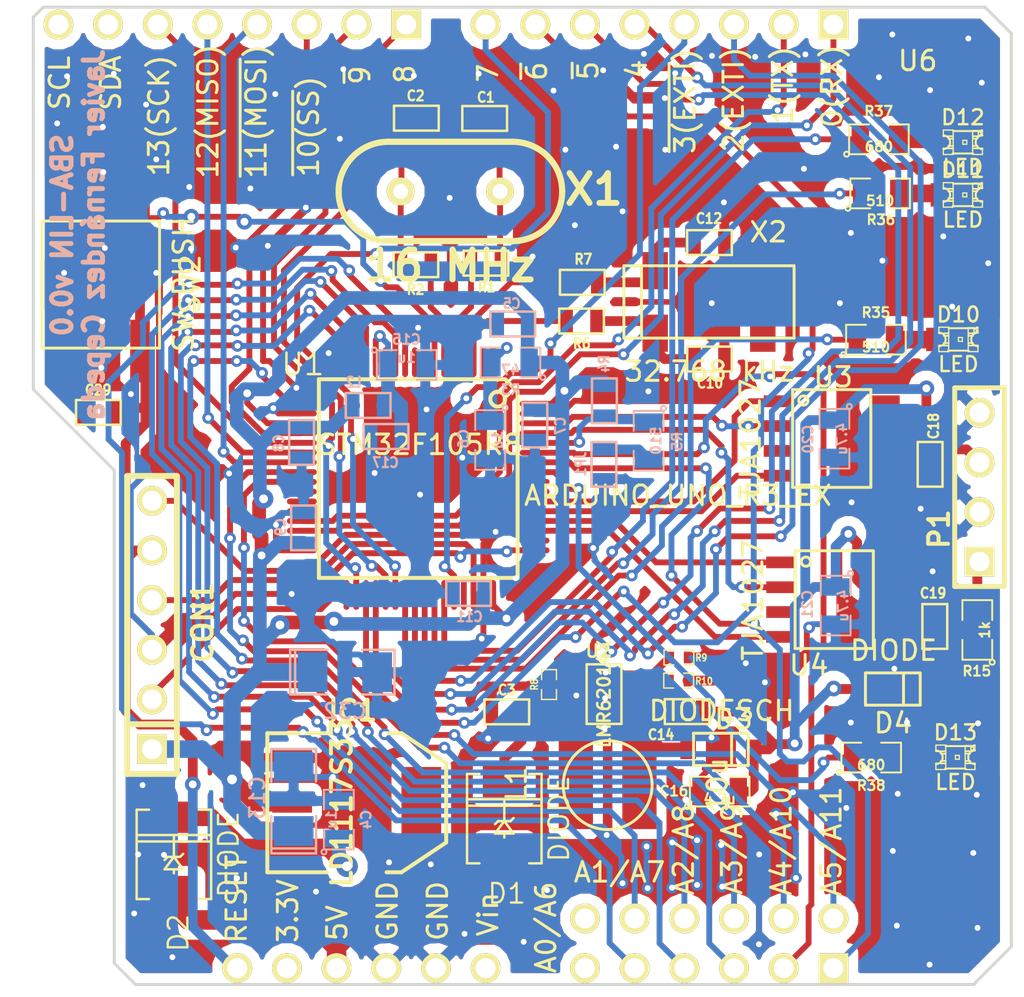
<source format=kicad_pcb>
(kicad_pcb (version 3) (host pcbnew "(2013-07-07 BZR 4022)-stable")
  (layers (15 F.Cu signal) (0 B.Cu signal) (18 B.Paste user) (19 F.Paste user) (20 B.SilkS user) (21 F.SilkS user) (22 B.Mask user) (23 F.Mask user) (28 Edge.Cuts user))
  (net 0 "")
  (net 1 "/LIN Interface/EN_LIN1")
  (net 2 "/LIN Interface/EN_LIN2")
  (net 3 "/LIN Interface/LIN1")
  (net 4 "/LIN Interface/LIN2")
  (net 5 "/LIN Interface/RX_LIN1")
  (net 6 "/LIN Interface/RX_LIN2")
  (net 7 "/LIN Interface/TX_LIN1")
  (net 8 "/LIN Interface/TX_LIN2")
  (net 9 /OSC32_IN)
  (net 10 /OSC32_OUT)
  (net 11 /OSC_IN)
  (net 12 /OSC_OUT)
  (net 13 /Peripherals/5V)
  (net 14 /Peripherals/A1)
  (net 15 /Peripherals/A10)
  (net 16 /Peripherals/A11)
  (net 17 /Peripherals/A2)
  (net 18 /Peripherals/A3)
  (net 19 /Peripherals/A7)
  (net 20 /Peripherals/A8)
  (net 21 /Peripherals/A9)
  (net 22 /Peripherals/GPIO1)
  (net 23 /Peripherals/GPIO2)
  (net 24 /Peripherals/GPIO3)
  (net 25 /Peripherals/GPIO4)
  (net 26 /Peripherals/LED1)
  (net 27 /Peripherals/LED2)
  (net 28 /Peripherals/LED3)
  (net 29 /Peripherals/LED4)
  (net 30 /Peripherals/PWM1)
  (net 31 /Peripherals/PWM2)
  (net 32 /Peripherals/PWM3)
  (net 33 /Peripherals/PWM4)
  (net 34 /Peripherals/RESET_BUTTON)
  (net 35 /Peripherals/RX)
  (net 36 /Peripherals/SCL)
  (net 37 /Peripherals/SDA)
  (net 38 /Peripherals/SPI_MISO)
  (net 39 /Peripherals/SPI_MOSI)
  (net 40 /Peripherals/SPI_NSS)
  (net 41 /Peripherals/SPI_SCLK)
  (net 42 /Peripherals/TX)
  (net 43 "/Power Interface/12V")
  (net 44 "/Power Interface/3V3")
  (net 45 "/Power Interface/VDDA")
  (net 46 /SWCLK)
  (net 47 /SWDIO)
  (net 48 /SWO)
  (net 49 GND)
  (net 50 N-0000047)
  (net 51 N-0000048)
  (net 52 N-0000049)
  (net 53 N-0000059)
  (net 54 N-0000060)
  (net 55 N-0000062)
  (net 56 N-0000063)
  (net 57 N-0000067)
  (net 58 N-0000068)
  (net 59 N-0000069)
  (net 60 N-0000071)
  (net 61 N-0000077)
  (net 62 N-0000082)
  (net 63 N-0000083)
  (net 64 N-0000084)
  (net 65 N-0000085)
  (net 66 N-0000086)
  (module SOT23-5 (layer F.Cu) (at 229.17785 135.28675 90)
    (fp_text reference U2 (at 2.19964 -0.29972 180) (layer F.SilkS) (effects (font (size 0.635 0.635) (thickness 0.127))))
    (fp_text value LMR62014X (at 0 0 90) (layer F.SilkS) (effects (font (size 0.635 0.635) (thickness 0.127))))
    (pad 1 smd rect (at -0.9525 1.27 90) (size 0.508 0.762) (layers F.Cu F.Paste F.Mask) (net 66 N-0000086))
    (pad 3 smd rect (at 0.9525 1.27 90) (size 0.508 0.762) (layers F.Cu F.Paste F.Mask) (net 64 N-0000084))
    (pad 5 smd rect (at -0.9525 -1.27 90) (size 0.508 0.762) (layers F.Cu F.Paste F.Mask) (net 62 N-0000082))
    (pad 2 smd rect (at 0 1.27 90) (size 0.508 0.762) (layers F.Cu F.Paste F.Mask) (net 49 GND))
    (pad 4 smd rect (at 0.9525 -1.27 90) (size 0.508 0.762) (layers F.Cu F.Paste F.Mask) (net 63 N-0000083))
  )
  (module SOT223 (layer F.Cu) (at 216.535 140.843 270)
    (fp_text reference IC1 (at -4.7117 0.2032 360) (layer F.SilkS) (effects (font (size 1.016 1.016) (thickness 0.2032))))
    (fp_text value LD1117S33 (at 0 0.762 270) (layer F.SilkS) (effects (font (size 1.016 1.016) (thickness 0.2032))))
    (pad 4 smd rect (at 0 -3.302 270) (size 3.6576 2.032) (layers F.Cu F.Paste F.Mask))
    (pad 2 smd rect (at 0 3.302 270) (size 1.016 2.032) (layers F.Cu F.Paste F.Mask) (net 44 "/Power Interface/3V3"))
    (pad 3 smd rect (at 2.286 3.302 270) (size 1.016 2.032) (layers F.Cu F.Paste F.Mask) (net 65 N-0000085))
    (pad 1 smd rect (at -2.286 3.302 270) (size 1.016 2.032) (layers F.Cu F.Paste F.Mask) (net 49 GND))
  )
  (module SOIC8 (layer F.Cu) (at 240.8174 122.2121 270)
    (fp_text reference U3 (at -3.1369 -0.0762 360) (layer F.SilkS))
    (fp_text value TJA1027 (at 0.0254 4.1529 270) (layer F.SilkS))
    (pad 3 smd rect (at 0.635 2.7 270) (size 0.6 1.55) (layers F.Cu F.Paste F.Mask))
    (pad 2 smd rect (at -0.635 2.7 270) (size 0.6 1.55) (layers F.Cu F.Paste F.Mask) (net 2 "/LIN Interface/EN_LIN2"))
    (pad 1 smd rect (at -1.905 2.7 270) (size 0.6 1.55) (layers F.Cu F.Paste F.Mask) (net 6 "/LIN Interface/RX_LIN2"))
    (pad 4 smd rect (at 1.905 2.7 270) (size 0.6 1.55) (layers F.Cu F.Paste F.Mask) (net 8 "/LIN Interface/TX_LIN2"))
    (pad 8 smd rect (at -1.905 -2.7 270) (size 0.6 1.55) (layers F.Cu F.Paste F.Mask))
    (pad 7 smd rect (at -0.635 -2.7 270) (size 0.6 1.55) (layers F.Cu F.Paste F.Mask) (net 43 "/Power Interface/12V"))
    (pad 6 smd rect (at 0.635 -2.7 270) (size 0.6 1.55) (layers F.Cu F.Paste F.Mask) (net 4 "/LIN Interface/LIN2"))
    (pad 5 smd rect (at 1.905 -2.7 270) (size 0.6 1.55) (layers F.Cu F.Paste F.Mask) (net 49 GND))
  )
  (module SOIC8 (layer F.Cu) (at 240.9444 130.4544 270)
    (fp_text reference U4 (at 3.3528 1.2954 360) (layer F.SilkS))
    (fp_text value TJA1027 (at 0.0254 4.1529 270) (layer F.SilkS))
    (pad 3 smd rect (at 0.635 2.7 270) (size 0.6 1.55) (layers F.Cu F.Paste F.Mask))
    (pad 2 smd rect (at -0.635 2.7 270) (size 0.6 1.55) (layers F.Cu F.Paste F.Mask) (net 1 "/LIN Interface/EN_LIN1"))
    (pad 1 smd rect (at -1.905 2.7 270) (size 0.6 1.55) (layers F.Cu F.Paste F.Mask) (net 5 "/LIN Interface/RX_LIN1"))
    (pad 4 smd rect (at 1.905 2.7 270) (size 0.6 1.55) (layers F.Cu F.Paste F.Mask) (net 7 "/LIN Interface/TX_LIN1"))
    (pad 8 smd rect (at -1.905 -2.7 270) (size 0.6 1.55) (layers F.Cu F.Paste F.Mask))
    (pad 7 smd rect (at -0.635 -2.7 270) (size 0.6 1.55) (layers F.Cu F.Paste F.Mask) (net 43 "/Power Interface/12V"))
    (pad 6 smd rect (at 0.635 -2.7 270) (size 0.6 1.55) (layers F.Cu F.Paste F.Mask) (net 3 "/LIN Interface/LIN1"))
    (pad 5 smd rect (at 1.905 -2.7 270) (size 0.6 1.55) (layers F.Cu F.Paste F.Mask) (net 49 GND))
  )
  (module SOD123 (layer F.Cu) (at 243.9416 135.0264)
    (fp_text reference D4 (at 0.0127 1.7399) (layer F.SilkS))
    (fp_text value DIODE (at 0.0381 -1.9685) (layer F.SilkS))
    (pad 1 smd rect (at -1.675 0) (size 0.8 1) (layers F.Cu F.Paste F.Mask) (net 43 "/Power Interface/12V"))
    (pad 2 smd rect (at 1.675 0) (size 0.8 1) (layers F.Cu F.Paste F.Mask) (net 61 N-0000077))
  )
  (module SOD123 (layer F.Cu) (at 235.1532 138.1125)
    (fp_text reference D3 (at 0.6477 -1.5494) (layer F.SilkS))
    (fp_text value DIODESCH (at 0.0381 -1.9685) (layer F.SilkS))
    (pad 1 smd rect (at -1.675 0) (size 0.8 1) (layers F.Cu F.Paste F.Mask) (net 66 N-0000086))
    (pad 2 smd rect (at 1.675 0) (size 0.8 1) (layers F.Cu F.Paste F.Mask) (net 43 "/Power Interface/12V"))
  )
  (module SM1206POL (layer B.Cu) (at 213.3092 140.6398 90)
    (fp_text reference C13 (at 0.0508 -1.8542 90) (layer B.SilkS) (effects (font (size 0.762 0.762) (thickness 0.127)) (justify mirror)))
    (fp_text value 10u hide)
    (pad 1 smd rect (at -1.651 0 90) (size 1.524 2.032) (layers B.Cu B.Paste B.Mask) (net 44 "/Power Interface/3V3"))
    (pad 2 smd rect (at 1.651 0 90) (size 1.524 2.032) (layers B.Cu B.Paste B.Mask) (net 49 GND))
  )
  (module SM1206POL (layer B.Cu) (at 215.9254 134.1628)
    (fp_text reference C32 (at 0.0127 1.9939) (layer B.SilkS) (effects (font (size 0.762 0.762) (thickness 0.127)) (justify mirror)))
    (fp_text value 4u7 hide)
    (pad 1 smd rect (at -1.651 0) (size 1.524 2.032) (layers B.Cu B.Paste B.Mask) (net 44 "/Power Interface/3V3"))
    (pad 2 smd rect (at 1.651 0) (size 1.524 2.032) (layers B.Cu B.Paste B.Mask) (net 49 GND))
  )
  (module SM0805 (layer F.Cu) (at 235.0897 140.2715)
    (fp_text reference C16 (at -2.3368 -0.0254) (layer F.SilkS) (effects (font (size 0.50038 0.50038) (thickness 0.10922))))
    (fp_text value 4.7u (at 0 0.381) (layer F.SilkS) (effects (font (size 0.50038 0.50038) (thickness 0.10922))))
    (pad 1 smd rect (at -0.9525 0) (size 0.889 1.397) (layers F.Cu F.Paste F.Mask) (net 49 GND))
    (pad 2 smd rect (at 0.9525 0) (size 0.889 1.397) (layers F.Cu F.Paste F.Mask) (net 43 "/Power Interface/12V"))
  )
  (module SM0805 (layer B.Cu) (at 224.3963 118.3259 180)
    (fp_text reference R3 (at -0.0127 -1.3843 180) (layer B.SilkS) (effects (font (size 0.50038 0.50038) (thickness 0.10922)) (justify mirror)))
    (fp_text value 47 (at 0 -0.381 180) (layer B.SilkS) (effects (font (size 0.50038 0.50038) (thickness 0.10922)) (justify mirror)))
    (pad 1 smd rect (at -0.9525 0 180) (size 0.889 1.397) (layers B.Cu B.Paste B.Mask) (net 44 "/Power Interface/3V3"))
    (pad 2 smd rect (at 0.9525 0 180) (size 0.889 1.397) (layers B.Cu B.Paste B.Mask) (net 51 N-0000048))
  )
  (module SM0805 (layer F.Cu) (at 243.078 117.1575)
    (fp_text reference R35 (at 0 -1.3843) (layer F.SilkS) (effects (font (size 0.50038 0.50038) (thickness 0.10922))))
    (fp_text value 510 (at 0 0.381) (layer F.SilkS) (effects (font (size 0.50038 0.50038) (thickness 0.10922))))
    (pad 1 smd rect (at -0.9525 0) (size 0.889 1.397) (layers F.Cu F.Paste F.Mask) (net 26 /Peripherals/LED1))
    (pad 2 smd rect (at 0.9525 0) (size 0.889 1.397) (layers F.Cu F.Paste F.Mask) (net 58 N-0000068))
  )
  (module SM0805 (layer F.Cu) (at 243.2939 109.6772)
    (fp_text reference R36 (at 0.0381 1.3462) (layer F.SilkS) (effects (font (size 0.50038 0.50038) (thickness 0.10922))))
    (fp_text value 510 (at 0 0.381) (layer F.SilkS) (effects (font (size 0.50038 0.50038) (thickness 0.10922))))
    (pad 1 smd rect (at -0.9525 0) (size 0.889 1.397) (layers F.Cu F.Paste F.Mask) (net 27 /Peripherals/LED2))
    (pad 2 smd rect (at 0.9525 0) (size 0.889 1.397) (layers F.Cu F.Paste F.Mask) (net 57 N-0000067))
  )
  (module SM0805 (layer F.Cu) (at 248.2596 132.0038 90)
    (fp_text reference R15 (at -2.1082 -0.0254 180) (layer F.SilkS) (effects (font (size 0.50038 0.50038) (thickness 0.10922))))
    (fp_text value 1k (at 0 0.381 90) (layer F.SilkS) (effects (font (size 0.50038 0.50038) (thickness 0.10922))))
    (pad 1 smd rect (at -0.9525 0 90) (size 0.889 1.397) (layers F.Cu F.Paste F.Mask) (net 61 N-0000077))
    (pad 2 smd rect (at 0.9525 0 90) (size 0.889 1.397) (layers F.Cu F.Paste F.Mask) (net 3 "/LIN Interface/LIN1"))
  )
  (module SM0805 (layer B.Cu) (at 215.6206 141.7066 90)
    (fp_text reference C4 (at 0 1.397 90) (layer B.SilkS) (effects (font (size 0.50038 0.50038) (thickness 0.10922)) (justify mirror)))
    (fp_text value 1u (at 0 -0.381 90) (layer B.SilkS) (effects (font (size 0.50038 0.50038) (thickness 0.10922)) (justify mirror)))
    (pad 1 smd rect (at -0.9525 0 90) (size 0.889 1.397) (layers B.Cu B.Paste B.Mask) (net 65 N-0000085))
    (pad 2 smd rect (at 0.9525 0 90) (size 0.889 1.397) (layers B.Cu B.Paste B.Mask) (net 49 GND))
  )
  (module SM0805 (layer B.Cu) (at 223.3549 122.2883 270)
    (fp_text reference C6 (at -0.0635 1.3589 270) (layer B.SilkS) (effects (font (size 0.50038 0.50038) (thickness 0.10922)) (justify mirror)))
    (fp_text value 1u (at 0 -0.381 270) (layer B.SilkS) (effects (font (size 0.50038 0.50038) (thickness 0.10922)) (justify mirror)))
    (pad 1 smd rect (at -0.9525 0 270) (size 0.889 1.397) (layers B.Cu B.Paste B.Mask) (net 51 N-0000048))
    (pad 2 smd rect (at 0.9525 0 270) (size 0.889 1.397) (layers B.Cu B.Paste B.Mask) (net 49 GND))
  )
  (module SM0805 (layer B.Cu) (at 219.0877 118.4529)
    (fp_text reference C15 (at -0.0127 -1.3081) (layer B.SilkS) (effects (font (size 0.50038 0.50038) (thickness 0.10922)) (justify mirror)))
    (fp_text value 1u (at 0 -0.381) (layer B.SilkS) (effects (font (size 0.50038 0.50038) (thickness 0.10922)) (justify mirror)))
    (pad 1 smd rect (at -0.9525 0) (size 0.889 1.397) (layers B.Cu B.Paste B.Mask) (net 45 "/Power Interface/VDDA"))
    (pad 2 smd rect (at 0.9525 0) (size 0.889 1.397) (layers B.Cu B.Paste B.Mask) (net 49 GND))
  )
  (module SM0805 (layer F.Cu) (at 243.2304 106.9086)
    (fp_text reference R37 (at -0.0127 -1.4351) (layer F.SilkS) (effects (font (size 0.50038 0.50038) (thickness 0.10922))))
    (fp_text value 680 (at 0 0.381) (layer F.SilkS) (effects (font (size 0.50038 0.50038) (thickness 0.10922))))
    (pad 1 smd rect (at -0.9525 0) (size 0.889 1.397) (layers F.Cu F.Paste F.Mask) (net 28 /Peripherals/LED3))
    (pad 2 smd rect (at 0.9525 0) (size 0.889 1.397) (layers F.Cu F.Paste F.Mask) (net 60 N-0000071))
  )
  (module SM0805 (layer B.Cu) (at 231.4575 122.3264 270)
    (fp_text reference R5 (at 0.0381 -1.4605 270) (layer B.SilkS) (effects (font (size 0.50038 0.50038) (thickness 0.10922)) (justify mirror)))
    (fp_text value 510 (at 0 -0.381 270) (layer B.SilkS) (effects (font (size 0.50038 0.50038) (thickness 0.10922)) (justify mirror)))
    (pad 1 smd rect (at -0.9525 0 270) (size 0.889 1.397) (layers B.Cu B.Paste B.Mask) (net 52 N-0000049))
    (pad 2 smd rect (at 0.9525 0 270) (size 0.889 1.397) (layers B.Cu B.Paste B.Mask) (net 50 N-0000047))
  )
  (module SM0805 (layer F.Cu) (at 242.8367 138.5316)
    (fp_text reference R38 (at 0 1.4351) (layer F.SilkS) (effects (font (size 0.50038 0.50038) (thickness 0.10922))))
    (fp_text value 680 (at 0 0.381) (layer F.SilkS) (effects (font (size 0.50038 0.50038) (thickness 0.10922))))
    (pad 1 smd rect (at -0.9525 0) (size 0.889 1.397) (layers F.Cu F.Paste F.Mask) (net 29 /Peripherals/LED4))
    (pad 2 smd rect (at 0.9525 0) (size 0.889 1.397) (layers F.Cu F.Paste F.Mask) (net 59 N-0000069))
  )
  (module SM0603 (layer F.Cu) (at 203.327 120.8786 180)
    (fp_text reference C29 (at 0.0127 1.143 180) (layer F.SilkS) (effects (font (size 0.508 0.4572) (thickness 0.1143))))
    (fp_text value 100n hide)
    (pad 1 smd rect (at -0.762 0 180) (size 0.635 1.143) (layers F.Cu F.Paste F.Mask) (net 34 /Peripherals/RESET_BUTTON))
    (pad 2 smd rect (at 0.762 0 180) (size 0.635 1.143) (layers F.Cu F.Paste F.Mask) (net 49 GND))
  )
  (module SM0603 (layer B.Cu) (at 222.25 130.1369)
    (fp_text reference C11 (at 0.0508 1.1938) (layer B.SilkS) (effects (font (size 0.508 0.4572) (thickness 0.1143)) (justify mirror)))
    (fp_text value 100n hide)
    (pad 1 smd rect (at -0.762 0) (size 0.635 1.143) (layers B.Cu B.Paste B.Mask) (net 49 GND))
    (pad 2 smd rect (at 0.762 0) (size 0.635 1.143) (layers B.Cu B.Paste B.Mask) (net 44 "/Power Interface/3V3"))
  )
  (module SM0603 (layer F.Cu) (at 245.8466 123.5329 270)
    (fp_text reference C18 (at -1.9558 -0.1778 270) (layer F.SilkS) (effects (font (size 0.508 0.4572) (thickness 0.1143))))
    (fp_text value 220p hide)
    (pad 1 smd rect (at -0.762 0 270) (size 0.635 1.143) (layers F.Cu F.Paste F.Mask) (net 4 "/LIN Interface/LIN2"))
    (pad 2 smd rect (at 0.762 0 270) (size 0.635 1.143) (layers F.Cu F.Paste F.Mask) (net 49 GND))
  )
  (module SM0603 (layer F.Cu) (at 246.0879 131.826 270)
    (fp_text reference C19 (at -1.7018 0.0889 360) (layer F.SilkS) (effects (font (size 0.508 0.4572) (thickness 0.1143))))
    (fp_text value 1n hide)
    (pad 1 smd rect (at -0.762 0 270) (size 0.635 1.143) (layers F.Cu F.Paste F.Mask) (net 3 "/LIN Interface/LIN1"))
    (pad 2 smd rect (at 0.762 0 270) (size 0.635 1.143) (layers F.Cu F.Paste F.Mask) (net 49 GND))
  )
  (module SM0603 (layer B.Cu) (at 213.7156 122.4153 90)
    (fp_text reference C8 (at -0.0381 -1.1684 90) (layer B.SilkS) (effects (font (size 0.508 0.4572) (thickness 0.1143)) (justify mirror)))
    (fp_text value 100n hide)
    (pad 1 smd rect (at -0.762 0 90) (size 0.635 1.143) (layers B.Cu B.Paste B.Mask) (net 49 GND))
    (pad 2 smd rect (at 0.762 0 90) (size 0.635 1.143) (layers B.Cu B.Paste B.Mask) (net 44 "/Power Interface/3V3"))
  )
  (module SM0603 (layer B.Cu) (at 213.8172 126.7841 270)
    (fp_text reference C9 (at -0.0381 1.1684 270) (layer B.SilkS) (effects (font (size 0.508 0.4572) (thickness 0.1143)) (justify mirror)))
    (fp_text value 100n hide)
    (pad 1 smd rect (at -0.762 0 270) (size 0.635 1.143) (layers B.Cu B.Paste B.Mask) (net 49 GND))
    (pad 2 smd rect (at 0.762 0 270) (size 0.635 1.143) (layers B.Cu B.Paste B.Mask) (net 44 "/Power Interface/3V3"))
  )
  (module SM0603 (layer B.Cu) (at 225.6409 121.5263 90)
    (fp_text reference C7 (at -0.0381 1.3081 90) (layer B.SilkS) (effects (font (size 0.508 0.4572) (thickness 0.1143)) (justify mirror)))
    (fp_text value 100n hide)
    (pad 1 smd rect (at -0.762 0 90) (size 0.635 1.143) (layers B.Cu B.Paste B.Mask) (net 49 GND))
    (pad 2 smd rect (at 0.762 0 90) (size 0.635 1.143) (layers B.Cu B.Paste B.Mask) (net 44 "/Power Interface/3V3"))
  )
  (module SM0603 (layer B.Cu) (at 217.1192 120.523)
    (fp_text reference L2 (at -0.7366 -1.1938) (layer B.SilkS) (effects (font (size 0.508 0.4572) (thickness 0.1143)) (justify mirror)))
    (fp_text value fcm1608 hide)
    (pad 1 smd rect (at -0.762 0) (size 0.635 1.143) (layers B.Cu B.Paste B.Mask) (net 44 "/Power Interface/3V3"))
    (pad 2 smd rect (at 0.762 0) (size 0.635 1.143) (layers B.Cu B.Paste B.Mask) (net 45 "/Power Interface/VDDA"))
  )
  (module SM0603 (layer F.Cu) (at 219.583 105.8291 180)
    (fp_text reference C2 (at 0.0381 1.143 180) (layer F.SilkS) (effects (font (size 0.508 0.4572) (thickness 0.1143))))
    (fp_text value 4.7p hide)
    (pad 1 smd rect (at -0.762 0 180) (size 0.635 1.143) (layers F.Cu F.Paste F.Mask) (net 49 GND))
    (pad 2 smd rect (at 0.762 0 180) (size 0.635 1.143) (layers F.Cu F.Paste F.Mask) (net 54 N-0000060))
  )
  (module SM0603 (layer F.Cu) (at 223.139 113.2459 180)
    (fp_text reference R1 (at -0.0381 -1.2192 180) (layer F.SilkS) (effects (font (size 0.508 0.4572) (thickness 0.1143))))
    (fp_text value 0 hide)
    (pad 1 smd rect (at -0.762 0 180) (size 0.635 1.143) (layers F.Cu F.Paste F.Mask) (net 53 N-0000059))
    (pad 2 smd rect (at 0.762 0 180) (size 0.635 1.143) (layers F.Cu F.Paste F.Mask) (net 11 /OSC_IN))
  )
  (module SM0603 (layer F.Cu) (at 219.5576 113.3221)
    (fp_text reference R2 (at -0.0127 1.27) (layer F.SilkS) (effects (font (size 0.508 0.4572) (thickness 0.1143))))
    (fp_text value 0 hide)
    (pad 1 smd rect (at -0.762 0) (size 0.635 1.143) (layers F.Cu F.Paste F.Mask) (net 54 N-0000060))
    (pad 2 smd rect (at 0.762 0) (size 0.635 1.143) (layers F.Cu F.Paste F.Mask) (net 12 /OSC_OUT))
  )
  (module SM0603 (layer B.Cu) (at 229.1715 123.5329 270)
    (fp_text reference JP1 (at -0.0127 1.1811 270) (layer B.SilkS) (effects (font (size 0.508 0.4572) (thickness 0.1143)) (justify mirror)))
    (fp_text value JUMPER hide)
    (pad 1 smd rect (at -0.762 0 270) (size 0.635 1.143) (layers B.Cu B.Paste B.Mask) (net 50 N-0000047))
    (pad 2 smd rect (at 0.762 0 270) (size 0.635 1.143) (layers B.Cu B.Paste B.Mask) (net 49 GND))
  )
  (module SM0603 (layer F.Cu) (at 234.569 118.1481 180)
    (fp_text reference C10 (at -0.0254 -1.2319 180) (layer F.SilkS) (effects (font (size 0.508 0.4572) (thickness 0.1143))))
    (fp_text value 6.8p hide)
    (pad 1 smd rect (at -0.762 0 180) (size 0.635 1.143) (layers F.Cu F.Paste F.Mask) (net 49 GND))
    (pad 2 smd rect (at 0.762 0 180) (size 0.635 1.143) (layers F.Cu F.Paste F.Mask) (net 55 N-0000062))
  )
  (module SM0603 (layer F.Cu) (at 234.569 112.1918 180)
    (fp_text reference C12 (at 0.0254 1.2319 180) (layer F.SilkS) (effects (font (size 0.508 0.4572) (thickness 0.1143))))
    (fp_text value 6.8p hide)
    (pad 1 smd rect (at -0.762 0 180) (size 0.635 1.143) (layers F.Cu F.Paste F.Mask) (net 49 GND))
    (pad 2 smd rect (at 0.762 0 180) (size 0.635 1.143) (layers F.Cu F.Paste F.Mask) (net 56 N-0000063))
  )
  (module SM0603 (layer F.Cu) (at 228.0285 116.205 180)
    (fp_text reference R6 (at -0.0127 -1.1557 180) (layer F.SilkS) (effects (font (size 0.508 0.4572) (thickness 0.1143))))
    (fp_text value 0 hide)
    (pad 1 smd rect (at -0.762 0 180) (size 0.635 1.143) (layers F.Cu F.Paste F.Mask) (net 55 N-0000062))
    (pad 2 smd rect (at 0.762 0 180) (size 0.635 1.143) (layers F.Cu F.Paste F.Mask) (net 9 /OSC32_IN))
  )
  (module SM0603 (layer F.Cu) (at 228.0666 114.2238 180)
    (fp_text reference R7 (at -0.0508 1.1811 180) (layer F.SilkS) (effects (font (size 0.508 0.4572) (thickness 0.1143))))
    (fp_text value 0 hide)
    (pad 1 smd rect (at -0.762 0 180) (size 0.635 1.143) (layers F.Cu F.Paste F.Mask) (net 56 N-0000063))
    (pad 2 smd rect (at 0.762 0 180) (size 0.635 1.143) (layers F.Cu F.Paste F.Mask) (net 10 /OSC32_OUT))
  )
  (module SM0603 (layer B.Cu) (at 218.0336 122.1105 180)
    (fp_text reference C17 (at 0.0254 -1.3335 180) (layer B.SilkS) (effects (font (size 0.508 0.4572) (thickness 0.1143)) (justify mirror)))
    (fp_text value 100n hide)
    (pad 1 smd rect (at -0.762 0 180) (size 0.635 1.143) (layers B.Cu B.Paste B.Mask) (net 45 "/Power Interface/VDDA"))
    (pad 2 smd rect (at 0.762 0 180) (size 0.635 1.143) (layers B.Cu B.Paste B.Mask) (net 49 GND))
  )
  (module SM0603 (layer F.Cu) (at 223.0755 105.8418)
    (fp_text reference C1 (at 0.0635 -1.0795) (layer F.SilkS) (effects (font (size 0.508 0.4572) (thickness 0.1143))))
    (fp_text value 4.7p hide)
    (pad 1 smd rect (at -0.762 0) (size 0.635 1.143) (layers F.Cu F.Paste F.Mask) (net 49 GND))
    (pad 2 smd rect (at 0.762 0) (size 0.635 1.143) (layers F.Cu F.Paste F.Mask) (net 53 N-0000059))
  )
  (module SM0603 (layer B.Cu) (at 224.5106 116.3574 180)
    (fp_text reference C5 (at 0.0508 1.0414 180) (layer B.SilkS) (effects (font (size 0.508 0.4572) (thickness 0.1143)) (justify mirror)))
    (fp_text value 100n hide)
    (pad 1 smd rect (at -0.762 0 180) (size 0.635 1.143) (layers B.Cu B.Paste B.Mask) (net 44 "/Power Interface/3V3"))
    (pad 2 smd rect (at 0.762 0 180) (size 0.635 1.143) (layers B.Cu B.Paste B.Mask) (net 49 GND))
  )
  (module SM0603 (layer F.Cu) (at 224.2058 136.1948 180)
    (fp_text reference C3 (at 0 1.1176 180) (layer F.SilkS) (effects (font (size 0.508 0.4572) (thickness 0.1143))))
    (fp_text value 3.3u hide)
    (pad 1 smd rect (at -0.762 0 180) (size 0.635 1.143) (layers F.Cu F.Paste F.Mask) (net 62 N-0000082))
    (pad 2 smd rect (at 0.762 0 180) (size 0.635 1.143) (layers F.Cu F.Paste F.Mask) (net 49 GND))
  )
  (module SM0603 (layer F.Cu) (at 233.426 136.1821)
    (fp_text reference C14 (at -1.3335 1.1811) (layer F.SilkS) (effects (font (size 0.508 0.4572) (thickness 0.1143))))
    (fp_text value 330p hide)
    (pad 1 smd rect (at -0.762 0) (size 0.635 1.143) (layers F.Cu F.Paste F.Mask) (net 64 N-0000084))
    (pad 2 smd rect (at 0.762 0) (size 0.635 1.143) (layers F.Cu F.Paste F.Mask) (net 43 "/Power Interface/12V"))
  )
  (module SM0402 (layer F.Cu) (at 232.9942 134.5946)
    (fp_text reference R10 (at 1.2954 0.0254) (layer F.SilkS) (effects (font (size 0.35052 0.3048) (thickness 0.07112))))
    (fp_text value 8.66k hide)
    (pad 1 smd rect (at -0.44958 0) (size 0.39878 0.59944) (layers F.Cu F.Paste F.Mask) (net 64 N-0000084))
    (pad 2 smd rect (at 0.44958 0) (size 0.39878 0.59944) (layers F.Cu F.Paste F.Mask) (net 43 "/Power Interface/12V"))
  )
  (module SM0402 (layer F.Cu) (at 226.3648 134.7978 90)
    (fp_text reference R8 (at 0 -0.7493 90) (layer F.SilkS) (effects (font (size 0.35052 0.3048) (thickness 0.07112))))
    (fp_text value 1000k hide)
    (pad 1 smd rect (at -0.44958 0 90) (size 0.39878 0.59944) (layers F.Cu F.Paste F.Mask) (net 62 N-0000082))
    (pad 2 smd rect (at 0.44958 0 90) (size 0.39878 0.59944) (layers F.Cu F.Paste F.Mask) (net 63 N-0000083))
  )
  (module SM0402 (layer F.Cu) (at 233.0069 133.4135)
    (fp_text reference R9 (at 1.143 0.0127) (layer F.SilkS) (effects (font (size 0.35052 0.3048) (thickness 0.07112))))
    (fp_text value 976 hide)
    (pad 1 smd rect (at -0.44958 0) (size 0.39878 0.59944) (layers F.Cu F.Paste F.Mask) (net 64 N-0000084))
    (pad 2 smd rect (at 0.44958 0) (size 0.39878 0.59944) (layers F.Cu F.Paste F.Mask) (net 49 GND))
  )
  (module RTC (layer F.Cu) (at 234.5436 115.2271)
    (fp_text reference X2 (at 3.0353 -3.5687) (layer F.SilkS))
    (fp_text value "32.768 kHz" (at 0.0127 3.556) (layer F.SilkS))
    (pad 1 smd rect (at -2.75 -1.6) (size 1.3 1.9) (layers F.Cu F.Paste F.Mask) (net 56 N-0000063))
    (pad 2 smd rect (at -2.75 1.6) (size 1.3 1.9) (layers F.Cu F.Paste F.Mask) (net 55 N-0000062))
    (pad 3 smd rect (at 2.75 -1.6) (size 1.3 1.9) (layers F.Cu F.Paste F.Mask))
    (pad 4 smd rect (at 2.75 1.6) (size 1.3 1.9) (layers F.Cu F.Paste F.Mask))
  )
  (module PIN_ARRAY-6X1 (layer F.Cu) (at 206.0702 131.7498 90)
    (fp_text reference CON1 (at 0.127 2.5908 90) (layer F.SilkS) (effects (font (size 1.016 1.016) (thickness 0.2032))))
    (fp_text value SWD hide)
    (pad 1 thru_hole rect (at -6.35 0 90) (size 1.524 1.524) (drill 1.016) (layers *.Cu *.Mask F.SilkS) (net 44 "/Power Interface/3V3"))
    (pad 2 thru_hole circle (at -3.81 0 90) (size 1.524 1.524) (drill 1.016) (layers *.Cu *.Mask F.SilkS) (net 46 /SWCLK))
    (pad 3 thru_hole circle (at -1.27 0 90) (size 1.524 1.524) (drill 1.016) (layers *.Cu *.Mask F.SilkS) (net 49 GND))
    (pad 4 thru_hole circle (at 1.27 0 90) (size 1.524 1.524) (drill 1.016) (layers *.Cu *.Mask F.SilkS) (net 47 /SWDIO))
    (pad 5 thru_hole circle (at 3.81 0 90) (size 1.524 1.524) (drill 1.016) (layers *.Cu *.Mask F.SilkS) (net 34 /Peripherals/RESET_BUTTON))
    (pad 6 thru_hole circle (at 6.35 0 90) (size 1.524 1.524) (drill 1.016) (layers *.Cu *.Mask F.SilkS) (net 48 /SWO))
  )
  (module LQFP64 (layer F.Cu) (at 219.7608 124.1806 180)
    (fp_text reference U1 (at 5.9817 5.7658 180) (layer F.SilkS) (effects (font (size 1.09982 1.09982) (thickness 0.127))))
    (fp_text value STM32F105R8 (at 0 1.651 180) (layer F.SilkS) (effects (font (size 1.00076 1.00076) (thickness 0.1524))))
    (pad 1 smd rect (at -3.74904 5.86994 180) (size 0.3 1.524) (layers F.Cu F.Paste F.Mask) (net 51 N-0000048))
    (pad 2 smd oval (at -3.24866 5.86994 180) (size 0.3 1.524) (layers F.Cu F.Paste F.Mask))
    (pad 3 smd oval (at -2.74828 5.86994 180) (size 0.3 1.524) (layers F.Cu F.Paste F.Mask) (net 9 /OSC32_IN))
    (pad 4 smd oval (at -2.2479 5.86994 180) (size 0.3 1.524) (layers F.Cu F.Paste F.Mask) (net 10 /OSC32_OUT))
    (pad 5 smd oval (at -1.74752 5.86994 180) (size 0.3 1.524) (layers F.Cu F.Paste F.Mask) (net 11 /OSC_IN))
    (pad 6 smd oval (at -1.24968 5.86994 180) (size 0.3 1.524) (layers F.Cu F.Paste F.Mask) (net 12 /OSC_OUT))
    (pad 7 smd oval (at -0.7493 5.86994 180) (size 0.3 1.524) (layers F.Cu F.Paste F.Mask) (net 34 /Peripherals/RESET_BUTTON))
    (pad 8 smd oval (at -0.24892 5.86994 180) (size 0.3 1.524) (layers F.Cu F.Paste F.Mask))
    (pad 9 smd oval (at 0.25146 5.86994 180) (size 0.3 1.524) (layers F.Cu F.Paste F.Mask))
    (pad 10 smd oval (at 0.75184 5.86994 180) (size 0.3 1.524) (layers F.Cu F.Paste F.Mask) (net 14 /Peripherals/A1))
    (pad 11 smd oval (at 1.25222 5.86994 180) (size 0.3 1.524) (layers F.Cu F.Paste F.Mask) (net 19 /Peripherals/A7))
    (pad 12 smd oval (at 1.75006 5.86994 180) (size 0.3 1.524) (layers F.Cu F.Paste F.Mask) (net 49 GND))
    (pad 13 smd oval (at 2.25044 5.86994 180) (size 0.3 1.524) (layers F.Cu F.Paste F.Mask) (net 45 "/Power Interface/VDDA"))
    (pad 14 smd oval (at 2.75082 5.86994 180) (size 0.3 1.524) (layers F.Cu F.Paste F.Mask) (net 17 /Peripherals/A2))
    (pad 15 smd oval (at 3.2512 5.86994 180) (size 0.3 1.524) (layers F.Cu F.Paste F.Mask) (net 20 /Peripherals/A8))
    (pad 16 smd oval (at 3.75158 5.86994 180) (size 0.3 1.524) (layers F.Cu F.Paste F.Mask) (net 18 /Peripherals/A3))
    (pad 17 smd oval (at 6.0325 3.74904 180) (size 1.524 0.3) (layers F.Cu F.Paste F.Mask) (net 21 /Peripherals/A9))
    (pad 18 smd oval (at 6.0325 3.24866 180) (size 1.524 0.3) (layers F.Cu F.Paste F.Mask) (net 49 GND))
    (pad 19 smd oval (at 6.0325 2.74828 180) (size 1.524 0.3) (layers F.Cu F.Paste F.Mask) (net 44 "/Power Interface/3V3"))
    (pad 20 smd oval (at 6.0325 2.2479 180) (size 1.524 0.3) (layers F.Cu F.Paste F.Mask) (net 40 /Peripherals/SPI_NSS))
    (pad 21 smd oval (at 6.0325 1.74752 180) (size 1.524 0.3) (layers F.Cu F.Paste F.Mask) (net 41 /Peripherals/SPI_SCLK))
    (pad 22 smd oval (at 6.0325 1.24968 180) (size 1.524 0.3) (layers F.Cu F.Paste F.Mask) (net 38 /Peripherals/SPI_MISO))
    (pad 23 smd oval (at 6.0325 0.7493 180) (size 1.524 0.3) (layers F.Cu F.Paste F.Mask) (net 39 /Peripherals/SPI_MOSI))
    (pad 24 smd oval (at 6.0325 0.24892 180) (size 1.524 0.3) (layers F.Cu F.Paste F.Mask) (net 15 /Peripherals/A10))
    (pad 25 smd oval (at 6.0325 -0.25146 180) (size 1.524 0.3) (layers F.Cu F.Paste F.Mask) (net 16 /Peripherals/A11))
    (pad 26 smd oval (at 6.0325 -0.75184 180) (size 1.524 0.3) (layers F.Cu F.Paste F.Mask))
    (pad 27 smd oval (at 6.0325 -1.25222 180) (size 1.524 0.3) (layers F.Cu F.Paste F.Mask))
    (pad 28 smd oval (at 6.0325 -1.75006 180) (size 1.524 0.3) (layers F.Cu F.Paste F.Mask))
    (pad 29 smd oval (at 6.0325 -2.25044 180) (size 1.524 0.3) (layers F.Cu F.Paste F.Mask) (net 42 /Peripherals/TX))
    (pad 30 smd oval (at 6.0325 -2.75082 180) (size 1.524 0.3) (layers F.Cu F.Paste F.Mask) (net 35 /Peripherals/RX))
    (pad 31 smd oval (at 6.0325 -3.2512 180) (size 1.524 0.3) (layers F.Cu F.Paste F.Mask) (net 49 GND))
    (pad 32 smd oval (at 6.0325 -3.75158 180) (size 1.524 0.3) (layers F.Cu F.Paste F.Mask) (net 44 "/Power Interface/3V3"))
    (pad 33 smd oval (at 3.75158 -6.0325 180) (size 0.3 1.524) (layers F.Cu F.Paste F.Mask))
    (pad 34 smd oval (at 3.2512 -6.0325 180) (size 0.3 1.524) (layers F.Cu F.Paste F.Mask) (net 30 /Peripherals/PWM1))
    (pad 35 smd oval (at 2.75082 -6.0325 180) (size 0.3 1.524) (layers F.Cu F.Paste F.Mask) (net 31 /Peripherals/PWM2))
    (pad 36 smd oval (at 2.25044 -6.0325 180) (size 0.3 1.524) (layers F.Cu F.Paste F.Mask) (net 32 /Peripherals/PWM3))
    (pad 37 smd oval (at 1.75006 -6.0325 180) (size 0.3 1.524) (layers F.Cu F.Paste F.Mask) (net 22 /Peripherals/GPIO1))
    (pad 38 smd oval (at 1.25222 -6.0325 180) (size 0.3 1.524) (layers F.Cu F.Paste F.Mask) (net 23 /Peripherals/GPIO2))
    (pad 39 smd oval (at 0.75184 -6.0325 180) (size 0.3 1.524) (layers F.Cu F.Paste F.Mask) (net 24 /Peripherals/GPIO3))
    (pad 40 smd oval (at 0.25146 -6.0325 180) (size 0.3 1.524) (layers F.Cu F.Paste F.Mask) (net 25 /Peripherals/GPIO4))
    (pad 41 smd oval (at -0.24892 -6.0325 180) (size 0.3 1.524) (layers F.Cu F.Paste F.Mask) (net 26 /Peripherals/LED1))
    (pad 42 smd oval (at -0.7493 -6.0325 180) (size 0.3 1.524) (layers F.Cu F.Paste F.Mask) (net 27 /Peripherals/LED2))
    (pad 43 smd oval (at -1.24968 -6.0325 180) (size 0.3 1.524) (layers F.Cu F.Paste F.Mask) (net 28 /Peripherals/LED3))
    (pad 44 smd oval (at -1.74752 -6.0325 180) (size 0.3 1.524) (layers F.Cu F.Paste F.Mask) (net 33 /Peripherals/PWM4))
    (pad 45 smd oval (at -2.2479 -6.0325 180) (size 0.3 1.524) (layers F.Cu F.Paste F.Mask))
    (pad 46 smd oval (at -2.74828 -6.0325 180) (size 0.3 1.524) (layers F.Cu F.Paste F.Mask) (net 47 /SWDIO))
    (pad 47 smd oval (at -3.24866 -6.0325 180) (size 0.3 1.524) (layers F.Cu F.Paste F.Mask) (net 49 GND))
    (pad 48 smd oval (at -3.74904 -6.0325 180) (size 0.3 1.524) (layers F.Cu F.Paste F.Mask) (net 44 "/Power Interface/3V3"))
    (pad 49 smd oval (at -5.86994 -3.75158 180) (size 1.524 0.3) (layers F.Cu F.Paste F.Mask) (net 46 /SWCLK))
    (pad 50 smd oval (at -5.86994 -3.2512 180) (size 1.524 0.3) (layers F.Cu F.Paste F.Mask))
    (pad 52 smd oval (at -5.86994 -2.25044 180) (size 1.524 0.3) (layers F.Cu F.Paste F.Mask) (net 5 "/LIN Interface/RX_LIN1"))
    (pad 51 smd oval (at -5.88772 -2.75082 180) (size 1.524 0.3) (layers F.Cu F.Paste F.Mask) (net 7 "/LIN Interface/TX_LIN1"))
    (pad 53 smd oval (at -5.86994 -1.75006 180) (size 1.524 0.3) (layers F.Cu F.Paste F.Mask) (net 8 "/LIN Interface/TX_LIN2"))
    (pad 54 smd oval (at -5.86994 -1.25222 180) (size 1.524 0.3) (layers F.Cu F.Paste F.Mask) (net 6 "/LIN Interface/RX_LIN2"))
    (pad 55 smd oval (at -5.86994 -0.75184 180) (size 1.524 0.3) (layers F.Cu F.Paste F.Mask) (net 48 /SWO))
    (pad 56 smd oval (at -5.86994 -0.25146 180) (size 1.524 0.3) (layers F.Cu F.Paste F.Mask))
    (pad 57 smd oval (at -5.86994 0.24892 180) (size 1.524 0.3) (layers F.Cu F.Paste F.Mask) (net 29 /Peripherals/LED4))
    (pad 58 smd oval (at -5.86994 0.7493 180) (size 1.524 0.3) (layers F.Cu F.Paste F.Mask) (net 36 /Peripherals/SCL))
    (pad 59 smd oval (at -5.86994 1.24206 180) (size 1.524 0.3) (layers F.Cu F.Paste F.Mask) (net 37 /Peripherals/SDA))
    (pad 60 smd oval (at -5.86994 1.74244 180) (size 1.524 0.3) (layers F.Cu F.Paste F.Mask) (net 52 N-0000049))
    (pad 61 smd oval (at -5.86994 2.24282 180) (size 1.524 0.3) (layers F.Cu F.Paste F.Mask) (net 1 "/LIN Interface/EN_LIN1"))
    (pad 62 smd oval (at -5.86994 2.7432 180) (size 1.524 0.3) (layers F.Cu F.Paste F.Mask) (net 2 "/LIN Interface/EN_LIN2"))
    (pad 63 smd oval (at -5.86994 3.24104 180) (size 1.524 0.3) (layers F.Cu F.Paste F.Mask) (net 49 GND))
    (pad 64 smd oval (at -5.86994 3.74142 180) (size 1.524 0.3) (layers F.Cu F.Paste F.Mask) (net 44 "/Power Interface/3V3"))
  )
  (module LED-0805 (layer F.Cu) (at 247.2944 117.1448)
    (fp_text reference D10 (at 0 -1.27) (layer F.SilkS) (effects (font (size 0.762 0.762) (thickness 0.127))))
    (fp_text value LED (at 0 1.27) (layer F.SilkS) (effects (font (size 0.762 0.762) (thickness 0.127))))
    (pad 1 smd rect (at -1.04902 0) (size 1.19888 1.19888) (layers F.Cu F.Paste F.Mask) (net 58 N-0000068))
    (pad 2 smd rect (at 1.04902 0) (size 1.19888 1.19888) (layers F.Cu F.Paste F.Mask) (net 49 GND))
  )
  (module LED-0805 (layer F.Cu) (at 247.523 109.7534)
    (fp_text reference D11 (at 0 -1.27) (layer F.SilkS) (effects (font (size 0.762 0.762) (thickness 0.127))))
    (fp_text value LED (at 0 1.27) (layer F.SilkS) (effects (font (size 0.762 0.762) (thickness 0.127))))
    (pad 1 smd rect (at -1.04902 0) (size 1.19888 1.19888) (layers F.Cu F.Paste F.Mask) (net 57 N-0000067))
    (pad 2 smd rect (at 1.04902 0) (size 1.19888 1.19888) (layers F.Cu F.Paste F.Mask) (net 49 GND))
  )
  (module LED-0805 (layer F.Cu) (at 247.523 107.061)
    (fp_text reference D12 (at 0 -1.27) (layer F.SilkS) (effects (font (size 0.762 0.762) (thickness 0.127))))
    (fp_text value LED (at 0 1.27) (layer F.SilkS) (effects (font (size 0.762 0.762) (thickness 0.127))))
    (pad 1 smd rect (at -1.04902 0) (size 1.19888 1.19888) (layers F.Cu F.Paste F.Mask) (net 60 N-0000071))
    (pad 2 smd rect (at 1.04902 0) (size 1.19888 1.19888) (layers F.Cu F.Paste F.Mask) (net 49 GND))
  )
  (module LED-0805 (layer F.Cu) (at 247.142 138.5189)
    (fp_text reference D13 (at 0 -1.27) (layer F.SilkS) (effects (font (size 0.762 0.762) (thickness 0.127))))
    (fp_text value LED (at 0 1.27) (layer F.SilkS) (effects (font (size 0.762 0.762) (thickness 0.127))))
    (pad 1 smd rect (at -1.04902 0) (size 1.19888 1.19888) (layers F.Cu F.Paste F.Mask) (net 59 N-0000069))
    (pad 2 smd rect (at 1.04902 0) (size 1.19888 1.19888) (layers F.Cu F.Paste F.Mask) (net 49 GND))
  )
  (module HC-49V (layer F.Cu) (at 221.3229 109.5756)
    (fp_text reference X1 (at 7.3279 -0.1016) (layer F.SilkS) (effects (font (size 1.524 1.524) (thickness 0.3048))))
    (fp_text value "16 MHz" (at 0 3.81) (layer F.SilkS) (effects (font (size 1.524 1.524) (thickness 0.3048))))
    (pad 1 thru_hole circle (at -2.54 0) (size 1.4224 1.4224) (drill 0.762) (layers *.Cu *.Mask F.SilkS) (net 54 N-0000060))
    (pad 2 thru_hole circle (at 2.54 0) (size 1.4224 1.4224) (drill 0.762) (layers *.Cu *.Mask F.SilkS) (net 53 N-0000059))
  )
  (module EVQP0 (layer F.Cu) (at 203.454 114.3381 90)
    (fp_text reference SW2 (at 0.0127 4.572 90) (layer F.SilkS))
    (fp_text value SW_PUSH (at 0.0127 4.2291 90) (layer F.SilkS))
    (pad 1 smd rect (at 3.4 2 90) (size 3.2 1) (layers F.Cu F.Paste F.Mask) (net 34 /Peripherals/RESET_BUTTON))
    (pad 1 smd rect (at -3.4 2 90) (size 3.2 1) (layers F.Cu F.Paste F.Mask) (net 34 /Peripherals/RESET_BUTTON))
    (pad 2 smd rect (at -3.4 -2 90) (size 3.2 1) (layers F.Cu F.Paste F.Mask) (net 49 GND))
    (pad 2 smd rect (at 3.4 -2 90) (size 3.2 1) (layers F.Cu F.Paste F.Mask) (net 49 GND))
  )
  (module "DO-214AC(SMA)" (layer F.Cu) (at 224.0788 141.6558 90)
    (fp_text reference D1 (at -3.8354 0.127 180) (layer F.SilkS) (effects (font (size 1.00076 1.00076) (thickness 0.11938))))
    (fp_text value DIODE (at 0 2.79908 90) (layer F.SilkS) (effects (font (size 1.00076 1.00076) (thickness 0.11938))))
    (pad 1 smd rect (at -1.89992 0 90) (size 1.6002 2.19964) (layers F.Cu F.Paste F.Mask) (net 13 /Peripherals/5V))
    (pad 2 smd rect (at 1.89992 0 90) (size 1.6002 2.19964) (layers F.Cu F.Paste F.Mask) (net 62 N-0000082))
  )
  (module "DO-214AC(SMA)" (layer F.Cu) (at 207.1878 143.4846 90)
    (fp_text reference D2 (at -4.0132 0.2286 90) (layer F.SilkS) (effects (font (size 1.00076 1.00076) (thickness 0.11938))))
    (fp_text value DIODE (at 0 2.79908 90) (layer F.SilkS) (effects (font (size 1.00076 1.00076) (thickness 0.11938))))
    (pad 1 smd rect (at -1.89992 0 90) (size 1.6002 2.19964) (layers F.Cu F.Paste F.Mask) (net 13 /Peripherals/5V))
    (pad 2 smd rect (at 1.89992 0 90) (size 1.6002 2.19964) (layers F.Cu F.Paste F.Mask) (net 65 N-0000085))
  )
  (module ArduinoUNOShieldR3EX (layer F.Cu) (at 223.6343 125.1712)
    (fp_text reference U6 (at 21.5773 -22.2758) (layer F.SilkS))
    (fp_text value ARDUINO_UNO_R3_EX (at 9.3218 -0.0381) (layer F.SilkS))
    (fp_text user SCL (at -22.2885 -21.1455 90) (layer F.SilkS))
    (fp_text user SDA (at -19.6723 -21.1455 90) (layer F.SilkS))
    (fp_text user A5/A11 (at 17.1577 17.653 90) (layer F.SilkS))
    (fp_text user A4/A10 (at 14.605 17.6149 90) (layer F.SilkS))
    (fp_text user A3/A9 (at 12.0904 18.034 90) (layer F.SilkS))
    (fp_text user A2/A8 (at 9.6139 18.0721 90) (layer F.SilkS))
    (fp_text user A1/A7 (at 6.3373 19.2278) (layer F.SilkS))
    (fp_text user A0/A6 (at 2.5781 22.0472 90) (layer F.SilkS))
    (fp_text user Vin (at -0.38862 21.3741 90) (layer F.SilkS))
    (fp_text user GND (at -2.9591 21.20646 90) (layer F.SilkS))
    (fp_text user GND (at -5.52958 21.20646 90) (layer F.SilkS))
    (fp_text user 5V (at -8.10006 21.82114 90) (layer F.SilkS))
    (fp_text user 3.3V (at -10.61466 21.20646 90) (layer F.SilkS))
    (fp_text user RESET (at -13.24102 20.59178 90) (layer F.SilkS))
    (fp_text user "0(RX)" (at 17.1958 -20.9804 90) (layer F.SilkS))
    (fp_text user "1(TX)" (at 14.6812 -21.0185 90) (layer F.SilkS))
    (fp_text user "2(EXTI)" (at 12.1666 -20.2946 90) (layer F.SilkS))
    (fp_text user "~3(EXTI)" (at 9.6901 -20.2184 90) (layer F.SilkS))
    (fp_text user 4 (at 7.2136 -21.8567 90) (layer F.SilkS))
    (fp_text user ~5 (at 4.7371 -21.7805 90) (layer F.SilkS))
    (fp_text user ~6 (at 2.1082 -21.7424 90) (layer F.SilkS))
    (fp_text user 7 (at -0.38862 -21.6535 90) (layer F.SilkS))
    (fp_text user 8 (at -4.6355 -21.59762 90) (layer F.SilkS))
    (fp_text user ~9 (at -6.92658 -21.54174 90) (layer F.SilkS))
    (fp_text user "~10(SS)" (at -9.55294 -18.91538 90) (layer F.SilkS))
    (fp_text user "~11(MOSI)" (at -12.23518 -19.6977 90) (layer F.SilkS))
    (fp_text user "12(MISO)" (at -14.6939 -19.6977 90) (layer F.SilkS))
    (fp_text user "13(SCK)" (at -17.2085 -19.47418 90) (layer F.SilkS))
    (pad 0 thru_hole rect (at 17.27 -24.13) (size 1.524 1.524) (drill 1.016) (layers *.Cu *.Mask F.SilkS) (net 35 /Peripherals/RX))
    (pad 2 thru_hole circle (at 12.19 -24.13) (size 1.524 1.524) (drill 1.016) (layers *.Cu *.Mask F.SilkS) (net 25 /Peripherals/GPIO4))
    (pad 3 thru_hole circle (at 9.65 -24.13) (size 1.524 1.524) (drill 1.016) (layers *.Cu *.Mask F.SilkS) (net 33 /Peripherals/PWM4))
    (pad 4 thru_hole circle (at 7.11 -24.13) (size 1.524 1.524) (drill 1.016) (layers *.Cu *.Mask F.SilkS) (net 24 /Peripherals/GPIO3))
    (pad 5 thru_hole circle (at 4.57 -24.13) (size 1.524 1.524) (drill 1.016) (layers *.Cu *.Mask F.SilkS) (net 32 /Peripherals/PWM3))
    (pad 6 thru_hole circle (at 2.03 -24.13) (size 1.524 1.524) (drill 1.016) (layers *.Cu *.Mask F.SilkS) (net 31 /Peripherals/PWM2))
    (pad 7 thru_hole circle (at -0.51 -24.13) (size 1.524 1.524) (drill 1.016) (layers *.Cu *.Mask F.SilkS) (net 23 /Peripherals/GPIO2))
    (pad 8 thru_hole rect (at -4.574 -24.13) (size 1.524 1.524) (drill 1.016) (layers *.Cu *.Mask F.SilkS) (net 22 /Peripherals/GPIO1))
    (pad 9 thru_hole circle (at -7.114 -24.13) (size 1.524 1.524) (drill 1.016) (layers *.Cu *.Mask F.SilkS) (net 30 /Peripherals/PWM1))
    (pad 10 thru_hole circle (at -9.654 -24.13) (size 1.524 1.524) (drill 1.016) (layers *.Cu *.Mask F.SilkS) (net 40 /Peripherals/SPI_NSS))
    (pad 11 thru_hole circle (at -12.194 -24.13) (size 1.524 1.524) (drill 1.016) (layers *.Cu *.Mask F.SilkS) (net 39 /Peripherals/SPI_MOSI))
    (pad 12 thru_hole circle (at -14.734 -24.13) (size 1.524 1.524) (drill 1.016) (layers *.Cu *.Mask F.SilkS) (net 38 /Peripherals/SPI_MISO))
    (pad 13 thru_hole circle (at -17.27 -24.13) (size 1.524 1.524) (drill 1.016) (layers *.Cu *.Mask F.SilkS) (net 41 /Peripherals/SPI_SCLK))
    (pad 1 thru_hole circle (at 14.73 -24.13) (size 1.524 1.524) (drill 1.016) (layers *.Cu *.Mask F.SilkS) (net 42 /Peripherals/TX))
    (pad 14 thru_hole rect (at 17.27 24.13) (size 1.524 1.524) (drill 1.016) (layers *.Cu *.Mask F.SilkS) (net 36 /Peripherals/SCL))
    (pad 15 thru_hole circle (at 14.73 24.13) (size 1.524 1.524) (drill 1.016) (layers *.Cu *.Mask F.SilkS) (net 37 /Peripherals/SDA))
    (pad 16 thru_hole circle (at 12.19 24.13) (size 1.524 1.524) (drill 1.016) (layers *.Cu *.Mask F.SilkS) (net 18 /Peripherals/A3))
    (pad 17 thru_hole circle (at 9.65 24.13) (size 1.524 1.524) (drill 1.016) (layers *.Cu *.Mask F.SilkS) (net 17 /Peripherals/A2))
    (pad 18 thru_hole circle (at 7.11 24.13) (size 1.524 1.524) (drill 1.016) (layers *.Cu *.Mask F.SilkS) (net 14 /Peripherals/A1))
    (pad 19 thru_hole circle (at 4.57 24.13) (size 1.524 1.524) (drill 1.016) (layers *.Cu *.Mask F.SilkS))
    (pad 20 thru_hole circle (at -0.51 24.13) (size 1.524 1.524) (drill 1.016) (layers *.Cu *.Mask F.SilkS))
    (pad 21 thru_hole circle (at -5.59 24.13) (size 1.524 1.524) (drill 1.016) (layers *.Cu *.Mask F.SilkS) (net 49 GND))
    (pad 22 thru_hole circle (at -8.13 24.13) (size 1.524 1.524) (drill 1.016) (layers *.Cu *.Mask F.SilkS) (net 13 /Peripherals/5V))
    (pad 23 thru_hole circle (at -10.67 24.13) (size 1.524 1.524) (drill 1.016) (layers *.Cu *.Mask F.SilkS))
    (pad 24 thru_hole circle (at -13.21 24.13) (size 1.524 1.524) (drill 1.016) (layers *.Cu *.Mask F.SilkS) (net 34 /Peripherals/RESET_BUTTON))
    (pad 25 thru_hole circle (at -3.05 24.13) (size 1.524 1.524) (drill 1.016) (layers *.Cu *.Mask F.SilkS) (net 49 GND))
    (pad 28 thru_hole circle (at 4.57 21.59) (size 1.524 1.524) (drill 1.016) (layers *.Cu *.Mask F.SilkS))
    (pad 29 thru_hole circle (at 7.11 21.59) (size 1.524 1.524) (drill 1.016) (layers *.Cu *.Mask F.SilkS) (net 19 /Peripherals/A7))
    (pad 30 thru_hole circle (at 9.65 21.59) (size 1.524 1.524) (drill 1.016) (layers *.Cu *.Mask F.SilkS) (net 20 /Peripherals/A8))
    (pad 31 thru_hole circle (at 12.19 21.59) (size 1.524 1.524) (drill 1.016) (layers *.Cu *.Mask F.SilkS) (net 21 /Peripherals/A9))
    (pad 32 thru_hole circle (at 14.73 21.59) (size 1.524 1.524) (drill 1.016) (layers *.Cu *.Mask F.SilkS) (net 15 /Peripherals/A10))
    (pad 33 thru_hole circle (at 17.27 21.59) (size 1.524 1.524) (drill 1.016) (layers *.Cu *.Mask F.SilkS) (net 16 /Peripherals/A11))
    (pad 26 thru_hole circle (at -19.81 -24.13) (size 1.524 1.524) (drill 1.016) (layers *.Cu *.Mask F.SilkS))
    (pad 27 thru_hole circle (at -22.35 -24.13) (size 1.524 1.524) (drill 1.016) (layers *.Cu *.Mask F.SilkS))
  )
  (module 74477310 (layer F.Cu) (at 229.362 139.9413 90)
    (fp_text reference L1 (at 0.0635 -4.6609 90) (layer F.SilkS))
    (fp_text value 10u (at 0 5.6134 90) (layer F.SilkS))
    (pad 1 smd rect (at 0 -1.625 90) (size 4.5 1.75) (layers F.Cu F.Paste F.Mask) (net 62 N-0000082))
    (pad 2 smd rect (at 0 1.625 90) (size 4.5 1.75) (layers F.Cu F.Paste F.Mask) (net 66 N-0000086))
  )
  (module SM0805 (layer B.Cu) (at 240.9571 122.2248 270)
    (fp_text reference C20 (at 0.0254 1.3589 270) (layer B.SilkS) (effects (font (size 0.50038 0.50038) (thickness 0.10922)) (justify mirror)))
    (fp_text value 4.7u (at 0 -0.381 270) (layer B.SilkS) (effects (font (size 0.50038 0.50038) (thickness 0.10922)) (justify mirror)))
    (pad 1 smd rect (at -0.9525 0 270) (size 0.889 1.397) (layers B.Cu B.Paste B.Mask) (net 43 "/Power Interface/12V"))
    (pad 2 smd rect (at 0.9525 0 270) (size 0.889 1.397) (layers B.Cu B.Paste B.Mask) (net 49 GND))
  )
  (module SM0805 (layer B.Cu) (at 241.0206 130.7592 270)
    (fp_text reference C21 (at -0.0635 1.4478 270) (layer B.SilkS) (effects (font (size 0.50038 0.50038) (thickness 0.10922)) (justify mirror)))
    (fp_text value 4.7u (at 0 -0.381 270) (layer B.SilkS) (effects (font (size 0.50038 0.50038) (thickness 0.10922)) (justify mirror)))
    (pad 1 smd rect (at -0.9525 0 270) (size 0.889 1.397) (layers B.Cu B.Paste B.Mask) (net 43 "/Power Interface/12V"))
    (pad 2 smd rect (at 0.9525 0 270) (size 0.889 1.397) (layers B.Cu B.Paste B.Mask) (net 49 GND))
  )
  (module PIN_ARRAY_4x1 (layer F.Cu) (at 248.3739 124.7013 90)
    (fp_text reference P1 (at -2.1463 -2.0701 90) (layer F.SilkS) (effects (font (size 1.016 1.016) (thickness 0.2032))))
    (fp_text value CONN_4 hide)
    (pad 1 thru_hole rect (at -3.81 0 90) (size 1.524 1.524) (drill 1.016) (layers *.Cu *.Mask F.SilkS) (net 3 "/LIN Interface/LIN1"))
    (pad 2 thru_hole circle (at -1.27 0 90) (size 1.524 1.524) (drill 1.016) (layers *.Cu *.Mask F.SilkS) (net 49 GND))
    (pad 3 thru_hole circle (at 1.27 0 90) (size 1.524 1.524) (drill 1.016) (layers *.Cu *.Mask F.SilkS) (net 4 "/LIN Interface/LIN2"))
    (pad 4 thru_hole circle (at 3.81 0 90) (size 1.524 1.524) (drill 1.016) (layers *.Cu *.Mask F.SilkS) (net 49 GND))
  )
  (module SM0603 (layer B.Cu) (at 229.1969 120.2817 270)
    (fp_text reference R4 (at -1.8923 0.0127 270) (layer B.SilkS) (effects (font (size 0.508 0.4572) (thickness 0.1143)) (justify mirror)))
    (fp_text value 10k hide)
    (pad 1 smd rect (at -0.762 0 270) (size 0.635 1.143) (layers B.Cu B.Paste B.Mask) (net 44 "/Power Interface/3V3"))
    (pad 2 smd rect (at 0.762 0 270) (size 0.635 1.143) (layers B.Cu B.Paste B.Mask) (net 52 N-0000049))
  )
  (gr_text "SBA-LIN v0.0\nJavier Fernández Cepeda" (at 202.2856 111.8108 90) (layer B.SilkS) (effects (font (size 1 1) (thickness 0.25)) (justify mirror)))
  (gr_line (start 248.1834 150.0378) (end 248.0818 150.1394) (angle 90) (layer Edge.Cuts) (width 0.15))
  (gr_line (start 249.9995 148.082) (end 249.9995 148.209) (angle 90) (layer Edge.Cuts) (width 0.15))
  (gr_line (start 205.2193 150.1394) (end 205.1177 150.0378) (angle 90) (layer Edge.Cuts) (width 0.15))
  (gr_line (start 199.9996 119.4689) (end 199.9996 119.6975) (angle 90) (layer Edge.Cuts) (width 0.15))
  (gr_line (start 202.3745 122.0724) (end 204.1398 123.8377) (angle 90) (layer Edge.Cuts) (width 0.15))
  (gr_line (start 248.1707 150.0251) (end 249.9995 148.1963) (angle 90) (layer Edge.Cuts) (width 0.15))
  (gr_line (start 249.9995 148.0693) (end 249.9995 101.4984) (angle 90) (layer Edge.Cuts) (width 0.15))
  (gr_line (start 249.9995 101.4984) (end 248.6533 100.1522) (angle 90) (layer Edge.Cuts) (width 0.15))
  (gr_line (start 199.9996 119.4562) (end 199.9996 100.6602) (angle 90) (layer Edge.Cuts) (width 0.15))
  (gr_line (start 202.3618 122.0597) (end 199.9996 119.6975) (angle 90) (layer Edge.Cuts) (width 0.15))
  (gr_line (start 204.1398 149.0472) (end 204.1398 123.8377) (angle 90) (layer Edge.Cuts) (width 0.15))
  (gr_line (start 205.105 150.0124) (end 204.1398 149.0472) (angle 90) (layer Edge.Cuts) (width 0.15))
  (gr_line (start 205.232 150.1394) (end 248.1072 150.1394) (angle 90) (layer Edge.Cuts) (width 0.15))
  (gr_line (start 200.5203 100.1522) (end 248.666 100.1522) (angle 90) (layer Edge.Cuts) (width 0.15))
  (gr_line (start 200.5076 100.1522) (end 199.9996 100.6602) (angle 90) (layer Edge.Cuts) (width 0.15))
  (segment (start 232.0798 121.7676) (end 234.3404 121.7676) (width 0.3) (layer F.Cu) (net 1))
  (segment (start 225.63074 121.93778) (end 227.50272 121.93778) (width 0.3) (layer F.Cu) (net 1))
  (segment (start 227.6729 121.7676) (end 232.0798 121.7676) (width 0.3) (layer F.Cu) (net 1))
  (segment (start 227.50272 121.93778) (end 227.6729 121.7676) (width 0.3) (layer F.Cu) (net 1))
  (segment (start 235.5342 123.2916) (end 235.5342 125.222) (width 0.3) (layer B.Cu) (net 1))
  (segment (start 235.1786 122.936) (end 235.5342 123.2916) (width 0.3) (layer B.Cu) (net 1))
  (via (at 235.1786 122.936) (size 0.6) (layers F.Cu B.Cu) (net 1))
  (segment (start 235.1786 122.6058) (end 235.1786 122.936) (width 0.3) (layer F.Cu) (net 1))
  (segment (start 234.3404 121.7676) (end 235.1786 122.6058) (width 0.3) (layer F.Cu) (net 1))
  (segment (start 235.5342 129.5654) (end 235.7882 129.8194) (width 0.3) (layer B.Cu) (net 1))
  (segment (start 235.5342 125.222) (end 235.5342 129.5654) (width 0.3) (layer B.Cu) (net 1))
  (segment (start 236.1946 129.8194) (end 238.2444 129.8194) (width 0.3) (layer F.Cu) (net 1))
  (via (at 236.1946 129.8194) (size 0.6) (layers F.Cu B.Cu) (net 1))
  (segment (start 235.7882 129.8194) (end 236.1946 129.8194) (width 0.3) (layer B.Cu) (net 1))
  (segment (start 232.8926 121.1072) (end 234.7595 121.1072) (width 0.3) (layer F.Cu) (net 2))
  (segment (start 227.2411 121.4374) (end 227.5713 121.1072) (width 0.3) (layer F.Cu) (net 2))
  (segment (start 227.5713 121.1072) (end 232.8926 121.1072) (width 0.3) (layer F.Cu) (net 2))
  (via (at 236.5502 121.5898) (size 0.6) (layers F.Cu B.Cu) (net 2))
  (segment (start 236.5502 121.5898) (end 236.5629 121.5771) (width 0.3) (layer F.Cu) (net 2))
  (segment (start 238.1174 121.5771) (end 236.5629 121.5771) (width 0.3) (layer F.Cu) (net 2))
  (segment (start 227.2411 121.4374) (end 225.63074 121.4374) (width 0.3) (layer F.Cu) (net 2))
  (segment (start 235.2421 121.5898) (end 236.5502 121.5898) (width 0.3) (layer B.Cu) (net 2))
  (segment (start 235.204 121.5517) (end 235.2421 121.5898) (width 0.3) (layer B.Cu) (net 2))
  (via (at 235.204 121.5517) (size 0.6) (layers F.Cu B.Cu) (net 2))
  (segment (start 234.7595 121.1072) (end 235.204 121.5517) (width 0.3) (layer F.Cu) (net 2))
  (segment (start 248.2596 131.0513) (end 248.2596 128.6256) (width 0.5) (layer F.Cu) (net 3))
  (segment (start 248.2596 128.6256) (end 248.3739 128.5113) (width 0.5) (layer F.Cu) (net 3))
  (segment (start 246.0879 131.064) (end 248.2469 131.064) (width 0.5) (layer F.Cu) (net 3))
  (segment (start 248.2469 131.064) (end 248.2596 131.0513) (width 0.5) (layer F.Cu) (net 3))
  (segment (start 243.6444 131.0894) (end 246.0625 131.0894) (width 0.5) (layer F.Cu) (net 3))
  (segment (start 246.0625 131.0894) (end 246.0879 131.064) (width 0.5) (layer F.Cu) (net 3))
  (segment (start 245.8466 122.7709) (end 247.7135 122.7709) (width 0.5) (layer F.Cu) (net 4))
  (segment (start 247.7135 122.7709) (end 248.3739 123.4313) (width 0.5) (layer F.Cu) (net 4))
  (segment (start 243.5174 122.8471) (end 245.7704 122.8471) (width 0.5) (layer F.Cu) (net 4))
  (segment (start 245.7704 122.8471) (end 245.8466 122.7709) (width 0.5) (layer F.Cu) (net 4))
  (segment (start 225.63074 126.43104) (end 229.72014 126.43104) (width 0.3) (layer F.Cu) (net 5))
  (segment (start 231.8385 128.5494) (end 238.2444 128.5494) (width 0.3) (layer F.Cu) (net 5))
  (segment (start 229.72014 126.43104) (end 231.8385 128.5494) (width 0.3) (layer F.Cu) (net 5))
  (segment (start 225.63074 125.43282) (end 233.76128 125.43282) (width 0.3) (layer F.Cu) (net 6))
  (segment (start 236.6391 120.3071) (end 238.1174 120.3071) (width 0.3) (layer F.Cu) (net 6))
  (segment (start 235.8517 121.0945) (end 236.6391 120.3071) (width 0.3) (layer F.Cu) (net 6))
  (segment (start 235.8517 123.3424) (end 235.8517 121.0945) (width 0.3) (layer F.Cu) (net 6))
  (segment (start 233.76128 125.43282) (end 235.8517 123.3424) (width 0.3) (layer F.Cu) (net 6))
  (segment (start 225.64852 126.93142) (end 229.42042 126.93142) (width 0.3) (layer F.Cu) (net 7))
  (segment (start 234.8484 132.3594) (end 238.2444 132.3594) (width 0.3) (layer F.Cu) (net 7))
  (segment (start 229.42042 126.93142) (end 234.8484 132.3594) (width 0.3) (layer F.Cu) (net 7))
  (segment (start 225.63074 125.93066) (end 234.16514 125.93066) (width 0.3) (layer F.Cu) (net 8))
  (segment (start 235.9787 124.1171) (end 238.1174 124.1171) (width 0.3) (layer F.Cu) (net 8))
  (segment (start 234.16514 125.93066) (end 235.9787 124.1171) (width 0.3) (layer F.Cu) (net 8))
  (segment (start 227.2665 116.205) (end 223.2279 116.205) (width 0.3) (layer F.Cu) (net 9))
  (segment (start 222.50908 116.92382) (end 222.50908 118.31066) (width 0.3) (layer F.Cu) (net 9))
  (segment (start 223.2279 116.205) (end 222.50908 116.92382) (width 0.3) (layer F.Cu) (net 9))
  (segment (start 227.3046 114.2238) (end 224.4217 114.2238) (width 0.3) (layer F.Cu) (net 10))
  (segment (start 222.0087 116.6368) (end 222.0087 118.31066) (width 0.3) (layer F.Cu) (net 10))
  (segment (start 224.4217 114.2238) (end 222.0087 116.6368) (width 0.3) (layer F.Cu) (net 10))
  (segment (start 222.377 113.2459) (end 222.377 115.4811) (width 0.3) (layer F.Cu) (net 11))
  (segment (start 221.460482 118.31066) (end 221.50832 118.31066) (width 0.3) (layer F.Cu) (net 11))
  (segment (start 221.460482 116.397618) (end 221.460482 118.31066) (width 0.3) (layer F.Cu) (net 11))
  (segment (start 222.377 115.4811) (end 221.460482 116.397618) (width 0.3) (layer F.Cu) (net 11))
  (segment (start 220.3196 113.3221) (end 220.3196 115.4938) (width 0.3) (layer F.Cu) (net 12))
  (segment (start 221.01048 116.18468) (end 221.01048 118.31066) (width 0.3) (layer F.Cu) (net 12))
  (segment (start 220.3196 115.4938) (end 221.01048 116.18468) (width 0.3) (layer F.Cu) (net 12))
  (segment (start 215.5043 148.2451) (end 215.5043 148.1983) (width 1) (layer F.Cu) (net 13))
  (segment (start 224.0788 144.9578) (end 224.0788 143.55572) (width 1) (layer F.Cu) (net 13))
  (segment (start 223.3168 145.7198) (end 224.0788 144.9578) (width 1) (layer F.Cu) (net 13))
  (segment (start 217.9828 145.7198) (end 223.3168 145.7198) (width 1) (layer F.Cu) (net 13))
  (segment (start 215.5043 148.1983) (end 217.9828 145.7198) (width 1) (layer F.Cu) (net 13))
  (segment (start 215.5043 149.3012) (end 215.5043 148.2451) (width 1) (layer F.Cu) (net 13))
  (segment (start 207.1878 146.1008) (end 207.1878 145.38452) (width 1) (layer F.Cu) (net 13))
  (segment (start 207.9244 146.8374) (end 207.1878 146.1008) (width 1) (layer F.Cu) (net 13))
  (segment (start 214.0966 146.8374) (end 207.9244 146.8374) (width 1) (layer F.Cu) (net 13))
  (segment (start 215.5043 148.2451) (end 214.0966 146.8374) (width 1) (layer F.Cu) (net 13))
  (segment (start 204.5335 124.0155) (end 204.5335 122.936) (width 0.3) (layer B.Cu) (net 14))
  (segment (start 205.613 117.5639) (end 205.613 116.2685) (width 0.3) (layer B.Cu) (net 14))
  (segment (start 203.8477 119.3292) (end 205.613 117.5639) (width 0.3) (layer B.Cu) (net 14))
  (segment (start 203.8477 122.2502) (end 203.8477 119.3292) (width 0.3) (layer B.Cu) (net 14))
  (segment (start 204.5335 122.936) (end 203.8477 122.2502) (width 0.3) (layer B.Cu) (net 14))
  (segment (start 219.00896 116.69776) (end 216.154 113.8428) (width 0.3) (layer F.Cu) (net 14))
  (segment (start 219.00896 118.31066) (end 219.00896 116.69776) (width 0.3) (layer F.Cu) (net 14))
  (segment (start 207.3529 114.5286) (end 205.613 116.2685) (width 0.3) (layer B.Cu) (net 14))
  (segment (start 207.7847 114.5286) (end 207.3529 114.5286) (width 0.3) (layer B.Cu) (net 14))
  (segment (start 207.9625 114.3508) (end 207.7847 114.5286) (width 0.3) (layer B.Cu) (net 14))
  (via (at 207.9625 114.3508) (size 0.6) (layers F.Cu B.Cu) (net 14))
  (segment (start 210.3755 114.3508) (end 207.9625 114.3508) (width 0.3) (layer F.Cu) (net 14))
  (segment (start 210.439 114.2873) (end 210.3755 114.3508) (width 0.3) (layer F.Cu) (net 14))
  (via (at 210.439 114.2873) (size 0.6) (layers F.Cu B.Cu) (net 14))
  (segment (start 212.344 114.2873) (end 210.439 114.2873) (width 0.3) (layer B.Cu) (net 14))
  (segment (start 213.614 113.0173) (end 212.344 114.2873) (width 0.3) (layer B.Cu) (net 14))
  (segment (start 215.5571 113.0173) (end 213.614 113.0173) (width 0.3) (layer B.Cu) (net 14))
  (segment (start 216.154 113.6142) (end 215.5571 113.0173) (width 0.3) (layer B.Cu) (net 14))
  (via (at 216.154 113.6142) (size 0.6) (layers F.Cu B.Cu) (net 14))
  (segment (start 216.154 113.8428) (end 216.154 113.6142) (width 0.3) (layer F.Cu) (net 14))
  (segment (start 205.613 116.2685) (end 205.5749 116.3066) (width 0.3) (layer B.Cu) (net 14))
  (segment (start 204.5335 136.0424) (end 204.6986 136.2075) (width 0.3) (layer B.Cu) (net 14))
  (segment (start 204.5335 123.9774) (end 204.5335 124.0155) (width 0.3) (layer B.Cu) (net 14))
  (segment (start 204.5335 124.0155) (end 204.5335 136.0424) (width 0.3) (layer B.Cu) (net 14))
  (segment (start 229.4636 148.0205) (end 230.7443 149.3012) (width 0.3) (layer B.Cu) (net 14))
  (segment (start 229.4636 144.1196) (end 229.4636 148.0205) (width 0.3) (layer B.Cu) (net 14))
  (segment (start 227.0887 141.7447) (end 229.4636 144.1196) (width 0.3) (layer B.Cu) (net 14))
  (segment (start 218.5416 141.7447) (end 227.0887 141.7447) (width 0.3) (layer B.Cu) (net 14))
  (segment (start 214.4141 137.6172) (end 218.5416 141.7447) (width 0.3) (layer B.Cu) (net 14))
  (segment (start 214.1855 137.6172) (end 214.4141 137.6172) (width 0.3) (layer B.Cu) (net 14))
  (segment (start 213.7918 137.2235) (end 214.1855 137.6172) (width 0.3) (layer B.Cu) (net 14))
  (via (at 213.7918 137.2235) (size 0.6) (layers F.Cu B.Cu) (net 14))
  (segment (start 213.5759 137.0076) (end 213.7918 137.2235) (width 0.3) (layer F.Cu) (net 14))
  (segment (start 208.9912 137.0076) (end 213.5759 137.0076) (width 0.3) (layer F.Cu) (net 14))
  (segment (start 208.8642 137.1346) (end 208.9912 137.0076) (width 0.3) (layer F.Cu) (net 14))
  (via (at 208.8642 137.1346) (size 0.6) (layers F.Cu B.Cu) (net 14))
  (segment (start 208.5594 136.8298) (end 208.8642 137.1346) (width 0.3) (layer B.Cu) (net 14))
  (segment (start 205.3209 136.8298) (end 208.5594 136.8298) (width 0.3) (layer B.Cu) (net 14))
  (segment (start 204.6986 136.2075) (end 205.3209 136.8298) (width 0.3) (layer B.Cu) (net 14))
  (segment (start 212.49132 123.93168) (end 210.96732 123.93168) (width 0.3) (layer F.Cu) (net 15))
  (segment (start 210.058 126.365) (end 210.058 127.3175) (width 0.3) (layer F.Cu) (net 15))
  (via (at 210.058 127.3175) (size 0.6) (layers F.Cu B.Cu) (net 15))
  (segment (start 210.058 127.3175) (end 210.058 132.0165) (width 0.3) (layer B.Cu) (net 15))
  (segment (start 210.058 132.0165) (end 210.5787 132.5372) (width 0.3) (layer B.Cu) (net 15))
  (segment (start 210.5787 132.5372) (end 210.7184 132.5372) (width 0.3) (layer B.Cu) (net 15))
  (via (at 210.7184 132.5372) (size 0.6) (layers F.Cu B.Cu) (net 15))
  (segment (start 210.7184 132.5372) (end 211.2772 133.096) (width 0.3) (layer F.Cu) (net 15))
  (segment (start 211.2772 133.096) (end 214.8205 133.096) (width 0.3) (layer F.Cu) (net 15))
  (segment (start 214.8205 133.096) (end 219.7481 138.0236) (width 0.3) (layer F.Cu) (net 15))
  (segment (start 219.7481 138.0236) (end 221.0181 138.0236) (width 0.3) (layer F.Cu) (net 15))
  (via (at 221.0181 138.0236) (size 0.6) (layers F.Cu B.Cu) (net 15))
  (segment (start 221.0181 138.0236) (end 221.8182 138.8237) (width 0.3) (layer B.Cu) (net 15))
  (segment (start 221.8182 138.8237) (end 234.2261 138.8237) (width 0.3) (layer B.Cu) (net 15))
  (segment (start 234.2261 138.8237) (end 238.3643 142.9619) (width 0.3) (layer B.Cu) (net 15))
  (segment (start 238.3643 146.7612) (end 238.3643 142.9619) (width 0.3) (layer B.Cu) (net 15))
  (segment (start 212.49132 123.93168) (end 213.7283 123.93168) (width 0.3) (layer F.Cu) (net 15))
  (segment (start 210.058 124.841) (end 210.058 126.365) (width 0.3) (layer F.Cu) (net 15))
  (segment (start 210.96732 123.93168) (end 210.058 124.841) (width 0.3) (layer F.Cu) (net 15))
  (segment (start 210.7692 126.5428) (end 210.7692 125.1204) (width 0.3) (layer F.Cu) (net 16))
  (segment (start 211.45754 124.43206) (end 213.7283 124.43206) (width 0.3) (layer F.Cu) (net 16))
  (segment (start 210.7692 125.1204) (end 211.45754 124.43206) (width 0.3) (layer F.Cu) (net 16))
  (segment (start 213.7283 124.43206) (end 212.80374 124.43206) (width 0.3) (layer F.Cu) (net 16))
  (segment (start 240.9043 143.2921) (end 240.9043 146.7612) (width 0.3) (layer B.Cu) (net 16))
  (segment (start 235.966 138.3538) (end 240.9043 143.2921) (width 0.3) (layer B.Cu) (net 16))
  (segment (start 222.504 138.3538) (end 235.966 138.3538) (width 0.3) (layer B.Cu) (net 16))
  (segment (start 221.5261 137.3759) (end 222.504 138.3538) (width 0.3) (layer B.Cu) (net 16))
  (via (at 221.5261 137.3759) (size 0.6) (layers F.Cu B.Cu) (net 16))
  (segment (start 219.8243 137.3759) (end 221.5261 137.3759) (width 0.3) (layer F.Cu) (net 16))
  (segment (start 215.0364 132.588) (end 219.8243 137.3759) (width 0.3) (layer F.Cu) (net 16))
  (segment (start 211.8106 132.588) (end 215.0364 132.588) (width 0.3) (layer F.Cu) (net 16))
  (segment (start 210.7692 131.5466) (end 211.8106 132.588) (width 0.3) (layer F.Cu) (net 16))
  (via (at 210.7692 131.5466) (size 0.6) (layers F.Cu B.Cu) (net 16))
  (segment (start 210.7692 127.8001) (end 210.7692 131.5466) (width 0.3) (layer B.Cu) (net 16))
  (via (at 210.7692 127.8001) (size 0.6) (layers F.Cu B.Cu) (net 16))
  (segment (start 210.7692 126.4666) (end 210.7692 126.5428) (width 0.3) (layer F.Cu) (net 16))
  (segment (start 210.7692 126.5428) (end 210.7692 127.8001) (width 0.3) (layer F.Cu) (net 16))
  (segment (start 215.519 136.8044) (end 215.519 137.1346) (width 0.3) (layer F.Cu) (net 17))
  (segment (start 217.00998 116.52758) (end 214.6808 114.1984) (width 0.3) (layer F.Cu) (net 17))
  (via (at 214.6808 114.1984) (size 0.6) (layers F.Cu B.Cu) (net 17))
  (segment (start 214.6808 114.1984) (end 214.6427 114.1603) (width 0.3) (layer B.Cu) (net 17))
  (segment (start 214.6427 114.1603) (end 213.8934 114.1603) (width 0.3) (layer B.Cu) (net 17))
  (segment (start 213.8934 114.1603) (end 212.1408 115.9129) (width 0.3) (layer B.Cu) (net 17))
  (segment (start 212.1408 115.9129) (end 210.3628 115.9129) (width 0.3) (layer B.Cu) (net 17))
  (via (at 210.3628 115.9129) (size 0.6) (layers F.Cu B.Cu) (net 17))
  (segment (start 210.3628 115.9129) (end 210.3247 115.951) (width 0.3) (layer F.Cu) (net 17))
  (segment (start 210.3247 115.951) (end 207.9117 115.951) (width 0.3) (layer F.Cu) (net 17))
  (via (at 207.9117 115.951) (size 0.6) (layers F.Cu B.Cu) (net 17))
  (segment (start 207.9117 115.951) (end 207.772 116.0907) (width 0.3) (layer B.Cu) (net 17))
  (segment (start 207.772 116.0907) (end 207.645 116.0907) (width 0.3) (layer B.Cu) (net 17))
  (segment (start 207.645 116.0907) (end 206.5528 117.1829) (width 0.3) (layer B.Cu) (net 17))
  (segment (start 206.5528 117.1829) (end 206.5528 122.7328) (width 0.3) (layer B.Cu) (net 17))
  (segment (start 206.5528 122.7328) (end 207.9625 124.1425) (width 0.3) (layer B.Cu) (net 17))
  (segment (start 207.9625 124.1425) (end 207.9625 134.1501) (width 0.3) (layer B.Cu) (net 17))
  (segment (start 207.9625 134.1501) (end 209.2452 135.4328) (width 0.3) (layer B.Cu) (net 17))
  (via (at 209.2452 135.4328) (size 0.6) (layers F.Cu B.Cu) (net 17))
  (segment (start 209.2452 135.4328) (end 209.2579 135.4201) (width 0.3) (layer F.Cu) (net 17))
  (segment (start 209.2579 135.4201) (end 214.1347 135.4201) (width 0.3) (layer F.Cu) (net 17))
  (segment (start 214.1347 135.4201) (end 215.519 136.8044) (width 0.3) (layer F.Cu) (net 17))
  (segment (start 217.00998 118.31066) (end 217.00998 116.52758) (width 0.3) (layer F.Cu) (net 17))
  (segment (start 232.0163 148.0332) (end 233.2843 149.3012) (width 0.3) (layer B.Cu) (net 17))
  (segment (start 232.0163 141.8717) (end 232.0163 148.0332) (width 0.3) (layer B.Cu) (net 17))
  (segment (start 230.8606 140.716) (end 232.0163 141.8717) (width 0.3) (layer B.Cu) (net 17))
  (segment (start 218.9099 140.716) (end 230.8606 140.716) (width 0.3) (layer B.Cu) (net 17))
  (segment (start 215.6587 137.4648) (end 218.9099 140.716) (width 0.3) (layer B.Cu) (net 17))
  (segment (start 215.6587 137.2743) (end 215.6587 137.4648) (width 0.3) (layer B.Cu) (net 17))
  (segment (start 215.519 137.1346) (end 215.6587 137.2743) (width 0.3) (layer B.Cu) (net 17))
  (via (at 215.519 137.1346) (size 0.6) (layers F.Cu B.Cu) (net 17))
  (segment (start 210.4644 117.475) (end 210.439 117.475) (width 0.3) (layer B.Cu) (net 18))
  (via (at 210.439 117.475) (size 0.6) (layers F.Cu B.Cu) (net 18))
  (segment (start 234.5563 148.0332) (end 235.8243 149.3012) (width 0.3) (layer B.Cu) (net 18))
  (segment (start 234.5563 142.3289) (end 234.5563 148.0332) (width 0.3) (layer B.Cu) (net 18))
  (segment (start 231.9909 139.7635) (end 234.5563 142.3289) (width 0.3) (layer B.Cu) (net 18))
  (segment (start 219.5068 139.7635) (end 231.9909 139.7635) (width 0.3) (layer B.Cu) (net 18))
  (segment (start 217.1954 137.4521) (end 219.5068 139.7635) (width 0.3) (layer B.Cu) (net 18))
  (segment (start 217.1954 137.3124) (end 217.1954 137.4521) (width 0.3) (layer B.Cu) (net 18))
  (segment (start 217.1065 137.2235) (end 217.1954 137.3124) (width 0.3) (layer B.Cu) (net 18))
  (via (at 217.1065 137.2235) (size 0.6) (layers F.Cu B.Cu) (net 18))
  (segment (start 217.1065 136.906) (end 217.1065 137.2235) (width 0.3) (layer F.Cu) (net 18))
  (segment (start 214.3125 134.112) (end 217.1065 136.906) (width 0.3) (layer F.Cu) (net 18))
  (segment (start 210.2612 134.112) (end 214.3125 134.112) (width 0.3) (layer F.Cu) (net 18))
  (segment (start 210.185 134.1882) (end 210.2612 134.112) (width 0.3) (layer F.Cu) (net 18))
  (via (at 210.185 134.1882) (size 0.6) (layers F.Cu B.Cu) (net 18))
  (segment (start 208.9023 132.9055) (end 210.185 134.1882) (width 0.3) (layer B.Cu) (net 18))
  (segment (start 208.9023 123.7234) (end 208.9023 132.9055) (width 0.3) (layer B.Cu) (net 18))
  (segment (start 207.5434 122.3645) (end 208.9023 123.7234) (width 0.3) (layer B.Cu) (net 18))
  (segment (start 207.5434 117.9957) (end 207.5434 122.3645) (width 0.3) (layer B.Cu) (net 18))
  (segment (start 208.026 117.5131) (end 207.5434 117.9957) (width 0.3) (layer B.Cu) (net 18))
  (segment (start 208.2292 117.5131) (end 208.026 117.5131) (width 0.3) (layer B.Cu) (net 18))
  (segment (start 208.2927 117.4496) (end 208.2292 117.5131) (width 0.3) (layer B.Cu) (net 18))
  (via (at 208.2927 117.4496) (size 0.6) (layers F.Cu B.Cu) (net 18))
  (segment (start 210.4136 117.4496) (end 208.2927 117.4496) (width 0.3) (layer F.Cu) (net 18))
  (segment (start 210.439 117.475) (end 210.4136 117.4496) (width 0.3) (layer F.Cu) (net 18))
  (segment (start 216.00922 118.31066) (end 216.00922 117.50802) (width 0.3) (layer F.Cu) (net 18))
  (segment (start 212.3186 117.475) (end 210.4644 117.475) (width 0.3) (layer B.Cu) (net 18))
  (segment (start 214.122 115.6716) (end 212.3186 117.475) (width 0.3) (layer B.Cu) (net 18))
  (via (at 214.122 115.6716) (size 0.6) (layers F.Cu B.Cu) (net 18))
  (segment (start 214.1728 115.6716) (end 214.122 115.6716) (width 0.3) (layer F.Cu) (net 18))
  (segment (start 216.00922 117.50802) (end 214.1728 115.6716) (width 0.3) (layer F.Cu) (net 18))
  (segment (start 218.50858 118.31066) (end 218.50858 116.87048) (width 0.3) (layer F.Cu) (net 19))
  (segment (start 230.7443 142.5301) (end 230.7443 146.7612) (width 0.3) (layer B.Cu) (net 19))
  (segment (start 229.4763 141.2621) (end 230.7443 142.5301) (width 0.3) (layer B.Cu) (net 19))
  (segment (start 218.7321 141.2621) (end 229.4763 141.2621) (width 0.3) (layer B.Cu) (net 19))
  (segment (start 214.8332 137.3632) (end 218.7321 141.2621) (width 0.3) (layer B.Cu) (net 19))
  (segment (start 214.8332 137.0076) (end 214.8332 137.3632) (width 0.3) (layer B.Cu) (net 19))
  (segment (start 214.5157 136.6901) (end 214.8332 137.0076) (width 0.3) (layer B.Cu) (net 19))
  (via (at 214.5157 136.6901) (size 0.6) (layers F.Cu B.Cu) (net 19))
  (segment (start 213.8934 136.0678) (end 214.5157 136.6901) (width 0.3) (layer F.Cu) (net 19))
  (segment (start 209.4103 136.0678) (end 213.8934 136.0678) (width 0.3) (layer F.Cu) (net 19))
  (segment (start 209.1817 136.2964) (end 209.4103 136.0678) (width 0.3) (layer F.Cu) (net 19))
  (via (at 209.1817 136.2964) (size 0.6) (layers F.Cu B.Cu) (net 19))
  (segment (start 207.4672 134.5819) (end 209.1817 136.2964) (width 0.3) (layer B.Cu) (net 19))
  (segment (start 207.4672 124.389302) (end 207.4672 134.5819) (width 0.3) (layer B.Cu) (net 19))
  (segment (start 206.0702 122.992302) (end 207.4672 124.389302) (width 0.3) (layer B.Cu) (net 19))
  (segment (start 206.0702 116.8908) (end 206.0702 122.992302) (width 0.3) (layer B.Cu) (net 19))
  (segment (start 207.5942 115.3668) (end 206.0702 116.8908) (width 0.3) (layer B.Cu) (net 19))
  (segment (start 207.6831 115.3668) (end 207.5942 115.3668) (width 0.3) (layer B.Cu) (net 19))
  (segment (start 207.9117 115.1382) (end 207.6831 115.3668) (width 0.3) (layer B.Cu) (net 19))
  (via (at 207.9117 115.1382) (size 0.6) (layers F.Cu B.Cu) (net 19))
  (segment (start 210.3501 115.1382) (end 207.9117 115.1382) (width 0.3) (layer F.Cu) (net 19))
  (segment (start 210.3755 115.1128) (end 210.3501 115.1382) (width 0.3) (layer F.Cu) (net 19))
  (via (at 210.3755 115.1128) (size 0.6) (layers F.Cu B.Cu) (net 19))
  (segment (start 212.2297 115.1128) (end 210.3755 115.1128) (width 0.3) (layer B.Cu) (net 19))
  (segment (start 213.7664 113.5761) (end 212.2297 115.1128) (width 0.3) (layer B.Cu) (net 19))
  (segment (start 215.1761 113.5761) (end 213.7664 113.5761) (width 0.3) (layer B.Cu) (net 19))
  (segment (start 215.2396 113.6396) (end 215.1761 113.5761) (width 0.3) (layer B.Cu) (net 19))
  (via (at 215.2396 113.6396) (size 0.6) (layers F.Cu B.Cu) (net 19))
  (segment (start 215.3031 113.7031) (end 215.2396 113.6396) (width 0.3) (layer F.Cu) (net 19))
  (segment (start 215.3031 114.1095) (end 215.3031 113.7031) (width 0.3) (layer F.Cu) (net 19))
  (segment (start 217.4621 116.2685) (end 215.3031 114.1095) (width 0.3) (layer F.Cu) (net 19))
  (segment (start 217.9066 116.2685) (end 217.4621 116.2685) (width 0.3) (layer F.Cu) (net 19))
  (segment (start 218.50858 116.87048) (end 217.9066 116.2685) (width 0.3) (layer F.Cu) (net 19))
  (segment (start 216.5096 118.31066) (end 216.5096 117.1448) (width 0.3) (layer F.Cu) (net 20))
  (segment (start 233.2843 141.7935) (end 233.2843 146.7612) (width 0.3) (layer B.Cu) (net 20))
  (segment (start 231.7242 140.2334) (end 233.2843 141.7935) (width 0.3) (layer B.Cu) (net 20))
  (segment (start 219.2528 140.2334) (end 231.7242 140.2334) (width 0.3) (layer B.Cu) (net 20))
  (segment (start 216.5223 137.5029) (end 219.2528 140.2334) (width 0.3) (layer B.Cu) (net 20))
  (segment (start 216.5223 137.4394) (end 216.5223 137.5029) (width 0.3) (layer B.Cu) (net 20))
  (segment (start 216.2937 137.2108) (end 216.5223 137.4394) (width 0.3) (layer B.Cu) (net 20))
  (via (at 216.2937 137.2108) (size 0.6) (layers F.Cu B.Cu) (net 20))
  (segment (start 216.3064 137.1981) (end 216.2937 137.2108) (width 0.3) (layer F.Cu) (net 20))
  (segment (start 216.3064 136.8171) (end 216.3064 137.1981) (width 0.3) (layer F.Cu) (net 20))
  (segment (start 214.3252 134.8359) (end 216.3064 136.8171) (width 0.3) (layer F.Cu) (net 20))
  (segment (start 209.6897 134.8359) (end 214.3252 134.8359) (width 0.3) (layer F.Cu) (net 20))
  (segment (start 209.6135 134.7597) (end 209.6897 134.8359) (width 0.3) (layer F.Cu) (net 20))
  (via (at 209.6135 134.7597) (size 0.6) (layers F.Cu B.Cu) (net 20))
  (segment (start 208.4324 133.5786) (end 209.6135 134.7597) (width 0.3) (layer B.Cu) (net 20))
  (segment (start 208.4324 123.9266) (end 208.4324 133.5786) (width 0.3) (layer B.Cu) (net 20))
  (segment (start 207.0481 122.5423) (end 208.4324 123.9266) (width 0.3) (layer B.Cu) (net 20))
  (segment (start 207.0481 117.602) (end 207.0481 122.5423) (width 0.3) (layer B.Cu) (net 20))
  (segment (start 207.8863 116.7638) (end 207.0481 117.602) (width 0.3) (layer B.Cu) (net 20))
  (via (at 207.8863 116.7638) (size 0.6) (layers F.Cu B.Cu) (net 20))
  (segment (start 210.2993 116.7638) (end 207.8863 116.7638) (width 0.3) (layer F.Cu) (net 20))
  (segment (start 210.3755 116.6876) (end 210.2993 116.7638) (width 0.3) (layer F.Cu) (net 20))
  (via (at 210.3755 116.6876) (size 0.6) (layers F.Cu B.Cu) (net 20))
  (segment (start 212.2043 116.6876) (end 210.3755 116.6876) (width 0.3) (layer B.Cu) (net 20))
  (segment (start 213.9442 114.9477) (end 212.2043 116.6876) (width 0.3) (layer B.Cu) (net 20))
  (segment (start 214.0331 114.9477) (end 213.9442 114.9477) (width 0.3) (layer B.Cu) (net 20))
  (segment (start 214.1728 114.808) (end 214.0331 114.9477) (width 0.3) (layer B.Cu) (net 20))
  (via (at 214.1728 114.808) (size 0.6) (layers F.Cu B.Cu) (net 20))
  (segment (start 216.5096 117.1448) (end 214.1728 114.808) (width 0.3) (layer F.Cu) (net 20))
  (segment (start 213.7283 120.43156) (end 213.11616 120.43156) (width 0.3) (layer F.Cu) (net 21))
  (segment (start 209.2833 118.2497) (end 208.2038 118.2497) (width 0.3) (layer F.Cu) (net 21))
  (via (at 208.2038 118.2497) (size 0.6) (layers F.Cu B.Cu) (net 21))
  (segment (start 208.2038 118.2497) (end 208.026 118.4275) (width 0.3) (layer B.Cu) (net 21))
  (segment (start 208.026 118.4275) (end 208.026 122.1359) (width 0.3) (layer B.Cu) (net 21))
  (segment (start 208.026 122.1359) (end 209.3976 123.5075) (width 0.3) (layer B.Cu) (net 21))
  (segment (start 209.3976 123.5075) (end 209.3976 132.207) (width 0.3) (layer B.Cu) (net 21))
  (segment (start 209.3976 132.207) (end 210.6676 133.477) (width 0.3) (layer B.Cu) (net 21))
  (via (at 210.6676 133.477) (size 0.6) (layers F.Cu B.Cu) (net 21))
  (segment (start 210.6676 133.477) (end 210.7565 133.5659) (width 0.3) (layer F.Cu) (net 21))
  (segment (start 210.7565 133.5659) (end 214.5284 133.5659) (width 0.3) (layer F.Cu) (net 21))
  (segment (start 214.5284 133.5659) (end 217.9574 136.9949) (width 0.3) (layer F.Cu) (net 21))
  (segment (start 217.9574 136.9949) (end 217.9574 137.3378) (width 0.3) (layer F.Cu) (net 21))
  (via (at 217.9574 137.3378) (size 0.6) (layers F.Cu B.Cu) (net 21))
  (segment (start 217.9574 137.3378) (end 219.9132 139.2936) (width 0.3) (layer B.Cu) (net 21))
  (segment (start 219.9132 139.2936) (end 232.41 139.2936) (width 0.3) (layer B.Cu) (net 21))
  (segment (start 232.41 139.2936) (end 235.8243 142.7079) (width 0.3) (layer B.Cu) (net 21))
  (segment (start 235.8243 142.7079) (end 235.8243 146.7612) (width 0.3) (layer B.Cu) (net 21))
  (segment (start 210.4009 118.2497) (end 209.2833 118.2497) (width 0.3) (layer F.Cu) (net 21))
  (via (at 210.4009 118.2497) (size 0.6) (layers F.Cu B.Cu) (net 21))
  (segment (start 211.0867 118.2497) (end 210.4009 118.2497) (width 0.3) (layer B.Cu) (net 21))
  (segment (start 211.6963 118.8593) (end 211.0867 118.2497) (width 0.3) (layer B.Cu) (net 21))
  (via (at 211.6963 118.8593) (size 0.6) (layers F.Cu B.Cu) (net 21))
  (segment (start 211.6963 119.0117) (end 211.6963 118.8593) (width 0.3) (layer F.Cu) (net 21))
  (segment (start 213.11616 120.43156) (end 211.6963 119.0117) (width 0.3) (layer F.Cu) (net 21))
  (segment (start 218.01074 130.2131) (end 218.01074 129.21234) (width 0.3) (layer F.Cu) (net 22))
  (segment (start 216.7509 103.3506) (end 219.0603 101.0412) (width 0.3) (layer F.Cu) (net 22))
  (segment (start 216.7509 109.6772) (end 216.7509 103.3506) (width 0.3) (layer F.Cu) (net 22))
  (segment (start 212.814599 113.613501) (end 216.7509 109.6772) (width 0.3) (layer F.Cu) (net 22))
  (segment (start 212.814599 117.285199) (end 212.814599 113.613501) (width 0.3) (layer F.Cu) (net 22))
  (segment (start 215.7222 120.1928) (end 212.814599 117.285199) (width 0.3) (layer F.Cu) (net 22))
  (segment (start 215.7222 123.063) (end 215.7222 120.1928) (width 0.3) (layer F.Cu) (net 22))
  (segment (start 215.646 123.1392) (end 215.7222 123.063) (width 0.3) (layer F.Cu) (net 22))
  (via (at 215.646 123.1392) (size 0.6) (layers F.Cu B.Cu) (net 22))
  (segment (start 215.646 127.0762) (end 215.646 123.1392) (width 0.3) (layer B.Cu) (net 22))
  (segment (start 217.297 128.7272) (end 215.646 127.0762) (width 0.3) (layer B.Cu) (net 22))
  (via (at 217.297 128.7272) (size 0.6) (layers F.Cu B.Cu) (net 22))
  (segment (start 217.5256 128.7272) (end 217.297 128.7272) (width 0.3) (layer F.Cu) (net 22))
  (segment (start 218.01074 129.21234) (end 217.5256 128.7272) (width 0.3) (layer F.Cu) (net 22))
  (segment (start 218.50858 130.2131) (end 218.50858 128.77038) (width 0.3) (layer F.Cu) (net 23))
  (segment (start 223.1243 102.3473) (end 223.1243 101.0412) (width 0.3) (layer B.Cu) (net 23))
  (segment (start 226.314 105.537) (end 223.1243 102.3473) (width 0.3) (layer B.Cu) (net 23))
  (segment (start 226.314 110.6424) (end 226.314 105.537) (width 0.3) (layer B.Cu) (net 23))
  (segment (start 224.4598 112.4966) (end 226.314 110.6424) (width 0.3) (layer B.Cu) (net 23))
  (segment (start 217.7796 112.4966) (end 224.4598 112.4966) (width 0.3) (layer B.Cu) (net 23))
  (segment (start 217.5002 112.776) (end 217.7796 112.4966) (width 0.3) (layer B.Cu) (net 23))
  (via (at 217.5002 112.776) (size 0.6) (layers F.Cu B.Cu) (net 23))
  (segment (start 215.2142 112.776) (end 217.5002 112.776) (width 0.3) (layer F.Cu) (net 23))
  (segment (start 213.487 114.5032) (end 215.2142 112.776) (width 0.3) (layer F.Cu) (net 23))
  (segment (start 213.487 117.2845) (end 213.487 114.5032) (width 0.3) (layer F.Cu) (net 23))
  (segment (start 216.2429 120.0404) (end 213.487 117.2845) (width 0.3) (layer F.Cu) (net 23))
  (segment (start 216.2429 122.1359) (end 216.2429 120.0404) (width 0.3) (layer F.Cu) (net 23))
  (segment (start 216.3445 122.2375) (end 216.2429 122.1359) (width 0.3) (layer F.Cu) (net 23))
  (via (at 216.3445 122.2375) (size 0.6) (layers F.Cu B.Cu) (net 23))
  (segment (start 216.3445 126.6063) (end 216.3445 122.2375) (width 0.3) (layer B.Cu) (net 23))
  (segment (start 218.4908 128.7526) (end 216.3445 126.6063) (width 0.3) (layer B.Cu) (net 23))
  (via (at 218.4908 128.7526) (size 0.6) (layers F.Cu B.Cu) (net 23))
  (segment (start 218.50858 128.77038) (end 218.4908 128.7526) (width 0.3) (layer F.Cu) (net 23))
  (segment (start 221.3229 135.2804) (end 222.4532 135.2804) (width 0.3) (layer B.Cu) (net 24))
  (segment (start 231.2416 101.0412) (end 230.7443 101.0412) (width 0.3) (layer F.Cu) (net 24))
  (segment (start 233.9467 103.7463) (end 231.2416 101.0412) (width 0.3) (layer F.Cu) (net 24))
  (via (at 233.9467 103.7463) (size 0.6) (layers F.Cu B.Cu) (net 24))
  (segment (start 234.3531 104.1527) (end 233.9467 103.7463) (width 0.3) (layer B.Cu) (net 24))
  (segment (start 240.6396 104.1527) (end 234.3531 104.1527) (width 0.3) (layer B.Cu) (net 24))
  (segment (start 244.8306 108.3437) (end 240.6396 104.1527) (width 0.3) (layer B.Cu) (net 24))
  (segment (start 244.8306 117.278998) (end 244.8306 108.3437) (width 0.3) (layer B.Cu) (net 24))
  (segment (start 243.859898 118.2497) (end 244.8306 117.278998) (width 0.3) (layer B.Cu) (net 24))
  (segment (start 241.0714 118.2497) (end 243.859898 118.2497) (width 0.3) (layer B.Cu) (net 24))
  (segment (start 238.2901 121.031) (end 241.0714 118.2497) (width 0.3) (layer B.Cu) (net 24))
  (segment (start 238.2901 126.2761) (end 238.2901 121.031) (width 0.3) (layer B.Cu) (net 24))
  (segment (start 238.1377 126.4285) (end 238.2901 126.2761) (width 0.3) (layer B.Cu) (net 24))
  (via (at 238.1377 126.4285) (size 0.6) (layers F.Cu B.Cu) (net 24))
  (segment (start 235.3691 126.4285) (end 238.1377 126.4285) (width 0.3) (layer F.Cu) (net 24))
  (segment (start 234.8357 126.9619) (end 235.3691 126.4285) (width 0.3) (layer F.Cu) (net 24))
  (via (at 234.8357 126.9619) (size 0.6) (layers F.Cu B.Cu) (net 24))
  (segment (start 234.2261 127.5715) (end 234.8357 126.9619) (width 0.3) (layer B.Cu) (net 24))
  (segment (start 234.2261 129.7432) (end 234.2261 127.5715) (width 0.3) (layer B.Cu) (net 24))
  (segment (start 232.7656 131.2037) (end 234.2261 129.7432) (width 0.3) (layer B.Cu) (net 24))
  (via (at 232.7656 131.2037) (size 0.6) (layers F.Cu B.Cu) (net 24))
  (segment (start 232.5243 131.2037) (end 232.7656 131.2037) (width 0.3) (layer F.Cu) (net 24))
  (segment (start 230.759 132.969) (end 232.5243 131.2037) (width 0.3) (layer F.Cu) (net 24))
  (segment (start 230.759 133.0579) (end 230.759 132.969) (width 0.3) (layer F.Cu) (net 24))
  (segment (start 230.505 133.3119) (end 230.759 133.0579) (width 0.3) (layer F.Cu) (net 24))
  (via (at 230.505 133.3119) (size 0.6) (layers F.Cu B.Cu) (net 24))
  (segment (start 230.505 133.1595) (end 230.505 133.3119) (width 0.3) (layer B.Cu) (net 24))
  (segment (start 228.4222 131.0767) (end 230.505 133.1595) (width 0.3) (layer B.Cu) (net 24))
  (segment (start 226.6569 131.0767) (end 228.4222 131.0767) (width 0.3) (layer B.Cu) (net 24))
  (segment (start 222.4532 135.2804) (end 226.6569 131.0767) (width 0.3) (layer B.Cu) (net 24))
  (segment (start 219.00896 130.2131) (end 219.00896 133.79196) (width 0.3) (layer F.Cu) (net 24))
  (segment (start 221.3229 135.2804) (end 221.3229 135.2677) (width 0.3) (layer B.Cu) (net 24))
  (via (at 221.3229 135.2804) (size 0.6) (layers F.Cu B.Cu) (net 24))
  (segment (start 220.4974 135.2804) (end 221.3229 135.2804) (width 0.3) (layer F.Cu) (net 24))
  (segment (start 219.00896 133.79196) (end 220.4974 135.2804) (width 0.3) (layer F.Cu) (net 24))
  (segment (start 221.8563 134.6073) (end 222.3897 134.6073) (width 0.3) (layer B.Cu) (net 25))
  (segment (start 219.50934 133.40334) (end 220.7133 134.6073) (width 0.3) (layer F.Cu) (net 25))
  (segment (start 220.7133 134.6073) (end 221.8563 134.6073) (width 0.3) (layer F.Cu) (net 25))
  (via (at 221.8563 134.6073) (size 0.6) (layers F.Cu B.Cu) (net 25))
  (segment (start 219.50934 130.2131) (end 219.50934 133.40334) (width 0.3) (layer F.Cu) (net 25))
  (segment (start 235.8243 102.8299) (end 235.8243 101.0412) (width 0.3) (layer B.Cu) (net 25))
  (segment (start 236.6518 103.6574) (end 235.8243 102.8299) (width 0.3) (layer B.Cu) (net 25))
  (segment (start 240.9063 103.6574) (end 236.6518 103.6574) (width 0.3) (layer B.Cu) (net 25))
  (segment (start 245.364 108.1151) (end 240.9063 103.6574) (width 0.3) (layer B.Cu) (net 25))
  (segment (start 245.364 117.4242) (end 245.364 108.1151) (width 0.3) (layer B.Cu) (net 25))
  (segment (start 244.0686 118.7196) (end 245.364 117.4242) (width 0.3) (layer B.Cu) (net 25))
  (segment (start 241.3 118.7196) (end 244.0686 118.7196) (width 0.3) (layer B.Cu) (net 25))
  (segment (start 238.8108 121.2088) (end 241.3 118.7196) (width 0.3) (layer B.Cu) (net 25))
  (segment (start 238.8108 126.619) (end 238.8108 121.2088) (width 0.3) (layer B.Cu) (net 25))
  (segment (start 238.2139 127.2159) (end 238.8108 126.619) (width 0.3) (layer B.Cu) (net 25))
  (via (at 238.2139 127.2159) (size 0.6) (layers F.Cu B.Cu) (net 25))
  (segment (start 235.5596 127.2159) (end 238.2139 127.2159) (width 0.3) (layer F.Cu) (net 25))
  (segment (start 234.8992 127.8763) (end 235.5596 127.2159) (width 0.3) (layer F.Cu) (net 25))
  (via (at 234.8992 127.8763) (size 0.6) (layers F.Cu B.Cu) (net 25))
  (segment (start 234.8992 130.1115) (end 234.8992 127.8763) (width 0.3) (layer B.Cu) (net 25))
  (segment (start 233.172 131.8387) (end 234.8992 130.1115) (width 0.3) (layer B.Cu) (net 25))
  (via (at 233.172 131.8387) (size 0.6) (layers F.Cu B.Cu) (net 25))
  (segment (start 232.791 131.8387) (end 233.172 131.8387) (width 0.3) (layer F.Cu) (net 25))
  (segment (start 231.4194 133.2103) (end 232.791 131.8387) (width 0.3) (layer F.Cu) (net 25))
  (via (at 231.4194 133.2103) (size 0.6) (layers F.Cu B.Cu) (net 25))
  (segment (start 231.3305 133.2103) (end 231.4194 133.2103) (width 0.3) (layer B.Cu) (net 25))
  (segment (start 228.7016 130.5814) (end 231.3305 133.2103) (width 0.3) (layer B.Cu) (net 25))
  (segment (start 226.4156 130.5814) (end 228.7016 130.5814) (width 0.3) (layer B.Cu) (net 25))
  (segment (start 222.3897 134.6073) (end 226.4156 130.5814) (width 0.3) (layer B.Cu) (net 25))
  (segment (start 224.8662 133.985) (end 225.171 133.985) (width 0.3) (layer F.Cu) (net 26))
  (segment (start 220.00972 133.12902) (end 220.8657 133.985) (width 0.3) (layer F.Cu) (net 26))
  (segment (start 220.8657 133.985) (end 224.8662 133.985) (width 0.3) (layer F.Cu) (net 26))
  (segment (start 220.00972 130.2131) (end 220.00972 133.12902) (width 0.3) (layer F.Cu) (net 26))
  (segment (start 232.13695 127.67945) (end 232.13695 126.71425) (width 0.3) (layer B.Cu) (net 26))
  (segment (start 230.5939 129.2225) (end 232.13695 127.67945) (width 0.3) (layer B.Cu) (net 26))
  (via (at 230.5939 129.2225) (size 0.6) (layers F.Cu B.Cu) (net 26))
  (segment (start 229.9335 129.2225) (end 230.5939 129.2225) (width 0.3) (layer F.Cu) (net 26))
  (segment (start 225.171 133.985) (end 229.9335 129.2225) (width 0.3) (layer F.Cu) (net 26))
  (segment (start 240.6015 117.1575) (end 242.1255 117.1575) (width 0.3) (layer F.Cu) (net 26))
  (segment (start 240.5888 117.1448) (end 240.6015 117.1575) (width 0.3) (layer F.Cu) (net 26))
  (via (at 240.5888 117.1448) (size 0.6) (layers F.Cu B.Cu) (net 26))
  (segment (start 234.8738 117.1448) (end 240.5888 117.1448) (width 0.3) (layer B.Cu) (net 26))
  (segment (start 233.6038 118.4148) (end 234.8738 117.1448) (width 0.3) (layer B.Cu) (net 26))
  (segment (start 233.6038 125.2474) (end 233.6038 118.4148) (width 0.3) (layer B.Cu) (net 26))
  (segment (start 232.13695 126.71425) (end 233.6038 125.2474) (width 0.3) (layer B.Cu) (net 26))
  (segment (start 224.5487 133.5278) (end 224.9678 133.5278) (width 0.3) (layer F.Cu) (net 27))
  (segment (start 220.5101 130.2131) (end 220.5101 132.9436) (width 0.3) (layer F.Cu) (net 27))
  (segment (start 221.0943 133.5278) (end 224.5487 133.5278) (width 0.3) (layer F.Cu) (net 27))
  (segment (start 220.5101 132.9436) (end 221.0943 133.5278) (width 0.3) (layer F.Cu) (net 27))
  (segment (start 231.6607 127.1016) (end 231.6607 126.111) (width 0.3) (layer B.Cu) (net 27))
  (segment (start 230.1621 128.6002) (end 231.6607 127.1016) (width 0.3) (layer B.Cu) (net 27))
  (via (at 230.1621 128.6002) (size 0.6) (layers F.Cu B.Cu) (net 27))
  (segment (start 229.8954 128.6002) (end 230.1621 128.6002) (width 0.3) (layer F.Cu) (net 27))
  (segment (start 224.9678 133.5278) (end 229.8954 128.6002) (width 0.3) (layer F.Cu) (net 27))
  (segment (start 242.3414 109.6772) (end 241.2365 109.6772) (width 0.3) (layer F.Cu) (net 27))
  (segment (start 231.6607 126.111) (end 233.1212 124.6505) (width 0.3) (layer B.Cu) (net 27))
  (segment (start 233.1212 124.6505) (end 233.1212 114.0206) (width 0.3) (layer B.Cu) (net 27))
  (segment (start 233.1212 114.0206) (end 237.4138 109.728) (width 0.3) (layer B.Cu) (net 27))
  (segment (start 237.4138 109.728) (end 240.1062 109.728) (width 0.3) (layer B.Cu) (net 27))
  (segment (start 241.1857 109.728) (end 240.1062 109.728) (width 0.3) (layer B.Cu) (net 27))
  (segment (start 241.2238 109.6899) (end 241.1857 109.728) (width 0.3) (layer B.Cu) (net 27))
  (via (at 241.2238 109.6899) (size 0.6) (layers F.Cu B.Cu) (net 27))
  (segment (start 241.2365 109.6772) (end 241.2238 109.6899) (width 0.3) (layer F.Cu) (net 27))
  (segment (start 224.0788 133.0706) (end 224.7265 133.0706) (width 0.3) (layer F.Cu) (net 28))
  (segment (start 232.664 124.0409) (end 232.664 111.0488) (width 0.3) (layer B.Cu) (net 28))
  (segment (start 232.664 111.0488) (end 236.8042 106.9086) (width 0.3) (layer B.Cu) (net 28))
  (segment (start 236.8042 106.9086) (end 239.9792 106.9086) (width 0.3) (layer B.Cu) (net 28))
  (via (at 239.9792 106.9086) (size 0.6) (layers F.Cu B.Cu) (net 28))
  (segment (start 242.2779 106.9086) (end 239.9792 106.9086) (width 0.3) (layer F.Cu) (net 28))
  (segment (start 221.01048 132.77088) (end 221.01048 130.2131) (width 0.3) (layer F.Cu) (net 28))
  (segment (start 221.3102 133.0706) (end 224.0788 133.0706) (width 0.3) (layer F.Cu) (net 28))
  (segment (start 221.01048 132.77088) (end 221.3102 133.0706) (width 0.3) (layer F.Cu) (net 28))
  (segment (start 232.664 124.3965) (end 232.664 124.0409) (width 0.3) (layer B.Cu) (net 28))
  (segment (start 231.1654 125.8951) (end 232.664 124.3965) (width 0.3) (layer B.Cu) (net 28))
  (segment (start 231.1654 126.4285) (end 231.1654 125.8951) (width 0.3) (layer B.Cu) (net 28))
  (segment (start 229.5906 128.0033) (end 231.1654 126.4285) (width 0.3) (layer B.Cu) (net 28))
  (via (at 229.5906 128.0033) (size 0.6) (layers F.Cu B.Cu) (net 28))
  (segment (start 229.5906 128.2065) (end 229.5906 128.0033) (width 0.3) (layer F.Cu) (net 28))
  (segment (start 224.7265 133.0706) (end 229.5906 128.2065) (width 0.3) (layer F.Cu) (net 28))
  (segment (start 240.3983 138.7856) (end 240.3983 139.0396) (width 0.3) (layer B.Cu) (net 29))
  (segment (start 240.3983 138.7856) (end 240.6523 138.5316) (width 0.3) (layer F.Cu) (net 29))
  (via (at 240.3983 138.7856) (size 0.6) (layers F.Cu B.Cu) (net 29))
  (segment (start 241.8842 138.5316) (end 240.6523 138.5316) (width 0.3) (layer F.Cu) (net 29))
  (segment (start 234.7087 136.2202) (end 234.7087 135.6106) (width 0.3) (layer B.Cu) (net 29))
  (segment (start 238.1758 139.6873) (end 234.7087 136.2202) (width 0.3) (layer B.Cu) (net 29))
  (segment (start 239.7506 139.6873) (end 238.1758 139.6873) (width 0.3) (layer B.Cu) (net 29))
  (segment (start 240.3983 139.0396) (end 239.7506 139.6873) (width 0.3) (layer B.Cu) (net 29))
  (segment (start 227.8761 128.778) (end 234.7087 135.6106) (width 0.3) (layer B.Cu) (net 29))
  (segment (start 227.8761 124.7902) (end 227.8761 128.778) (width 0.3) (layer B.Cu) (net 29))
  (segment (start 225.63074 123.93168) (end 226.63658 123.93168) (width 0.3) (layer F.Cu) (net 29))
  (segment (start 227.8761 124.7902) (end 227.7872 124.8791) (width 0.3) (layer B.Cu) (net 29))
  (via (at 227.8761 124.7902) (size 0.6) (layers F.Cu B.Cu) (net 29))
  (segment (start 227.4951 124.7902) (end 227.8761 124.7902) (width 0.3) (layer F.Cu) (net 29))
  (segment (start 226.63658 123.93168) (end 227.4951 124.7902) (width 0.3) (layer F.Cu) (net 29))
  (segment (start 215.0999 122.5931) (end 215.0999 122.358998) (width 0.3) (layer F.Cu) (net 30))
  (segment (start 216.2556 128.8415) (end 214.9729 127.5588) (width 0.3) (layer B.Cu) (net 30))
  (segment (start 214.9729 127.5588) (end 214.9729 122.7201) (width 0.3) (layer B.Cu) (net 30))
  (segment (start 214.9729 122.7201) (end 215.0999 122.5931) (width 0.3) (layer B.Cu) (net 30))
  (via (at 215.0999 122.5931) (size 0.6) (layers F.Cu B.Cu) (net 30))
  (segment (start 214.9602 120.1293) (end 212.3059 117.475) (width 0.3) (layer F.Cu) (net 30))
  (segment (start 212.3059 117.475) (end 212.3059 113.3094) (width 0.3) (layer F.Cu) (net 30))
  (segment (start 212.3059 113.3094) (end 214.9348 110.6805) (width 0.3) (layer F.Cu) (net 30))
  (segment (start 214.9348 110.6805) (end 214.9348 102.6267) (width 0.3) (layer F.Cu) (net 30))
  (segment (start 216.5203 101.0412) (end 214.9348 102.6267) (width 0.3) (layer F.Cu) (net 30))
  (segment (start 216.5096 128.8923) (end 216.5096 130.2131) (width 0.3) (layer F.Cu) (net 30))
  (via (at 216.4588 128.8415) (size 0.6) (layers F.Cu B.Cu) (net 30))
  (segment (start 216.5096 128.8923) (end 216.4588 128.8415) (width 0.3) (layer F.Cu) (net 30))
  (segment (start 216.4588 128.8415) (end 216.2556 128.8415) (width 0.3) (layer B.Cu) (net 30))
  (segment (start 215.272198 120.441298) (end 214.9602 120.1293) (width 0.3) (layer F.Cu) (net 30))
  (segment (start 215.272198 122.1867) (end 215.272198 120.441298) (width 0.3) (layer F.Cu) (net 30))
  (segment (start 215.0999 122.358998) (end 215.272198 122.1867) (width 0.3) (layer F.Cu) (net 30))
  (segment (start 222.0341 136.7536) (end 222.5294 136.7536) (width 0.3) (layer B.Cu) (net 31))
  (segment (start 217.00998 133.65988) (end 220.1037 136.7536) (width 0.3) (layer F.Cu) (net 31))
  (segment (start 220.1037 136.7536) (end 222.0341 136.7536) (width 0.3) (layer F.Cu) (net 31))
  (via (at 222.0341 136.7536) (size 0.6) (layers F.Cu B.Cu) (net 31))
  (segment (start 217.00998 130.2131) (end 217.00998 133.65988) (width 0.3) (layer F.Cu) (net 31))
  (segment (start 230.3633 105.7402) (end 225.6643 101.0412) (width 0.3) (layer F.Cu) (net 31))
  (segment (start 234.5182 105.7402) (end 230.3633 105.7402) (width 0.3) (layer F.Cu) (net 31))
  (segment (start 239.8395 111.0615) (end 234.5182 105.7402) (width 0.3) (layer F.Cu) (net 31))
  (segment (start 239.8395 117.6528) (end 239.8395 111.0615) (width 0.3) (layer F.Cu) (net 31))
  (segment (start 239.6363 117.856) (end 239.8395 117.6528) (width 0.3) (layer F.Cu) (net 31))
  (via (at 239.6363 117.856) (size 0.6) (layers F.Cu B.Cu) (net 31))
  (segment (start 239.6363 118.1354) (end 239.6363 117.856) (width 0.3) (layer B.Cu) (net 31))
  (segment (start 237.2106 120.5611) (end 239.6363 118.1354) (width 0.3) (layer B.Cu) (net 31))
  (segment (start 237.2106 122.4661) (end 237.2106 120.5611) (width 0.3) (layer B.Cu) (net 31))
  (segment (start 236.8296 122.8471) (end 237.2106 122.4661) (width 0.3) (layer B.Cu) (net 31))
  (segment (start 236.8296 130.7846) (end 236.8296 122.8471) (width 0.3) (layer B.Cu) (net 31))
  (segment (start 234.9754 132.6388) (end 236.8296 130.7846) (width 0.3) (layer B.Cu) (net 31))
  (segment (start 232.791 132.6388) (end 234.9754 132.6388) (width 0.3) (layer B.Cu) (net 31))
  (segment (start 230.1875 130.0353) (end 232.791 132.6388) (width 0.3) (layer B.Cu) (net 31))
  (via (at 230.1875 130.0353) (size 0.6) (layers F.Cu B.Cu) (net 31))
  (segment (start 230.0605 130.0353) (end 230.1875 130.0353) (width 0.3) (layer F.Cu) (net 31))
  (segment (start 227.7237 132.3721) (end 230.0605 130.0353) (width 0.3) (layer F.Cu) (net 31))
  (via (at 227.7237 132.3721) (size 0.6) (layers F.Cu B.Cu) (net 31))
  (segment (start 226.9109 132.3721) (end 227.7237 132.3721) (width 0.3) (layer B.Cu) (net 31))
  (segment (start 222.5294 136.7536) (end 226.9109 132.3721) (width 0.3) (layer B.Cu) (net 31))
  (segment (start 234.0229 104.8766) (end 233.299 104.8766) (width 0.3) (layer F.Cu) (net 32))
  (segment (start 222.377 136.0805) (end 226.8347 131.6228) (width 0.3) (layer B.Cu) (net 32))
  (segment (start 226.8347 131.6228) (end 228.0666 131.6228) (width 0.3) (layer B.Cu) (net 32))
  (segment (start 228.0666 131.6228) (end 229.5525 133.1087) (width 0.3) (layer B.Cu) (net 32))
  (via (at 229.5525 133.1087) (size 0.6) (layers F.Cu B.Cu) (net 32))
  (segment (start 229.5525 133.1087) (end 232.0544 130.6068) (width 0.3) (layer F.Cu) (net 32))
  (segment (start 232.0544 130.6068) (end 232.2068 130.6068) (width 0.3) (layer F.Cu) (net 32))
  (via (at 232.2068 130.6068) (size 0.6) (layers F.Cu B.Cu) (net 32))
  (segment (start 232.2068 130.6068) (end 233.6038 129.2098) (width 0.3) (layer B.Cu) (net 32))
  (segment (start 233.6038 129.2098) (end 233.6038 127.2794) (width 0.3) (layer B.Cu) (net 32))
  (segment (start 233.6038 127.2794) (end 233.934 126.9492) (width 0.3) (layer B.Cu) (net 32))
  (via (at 233.934 126.9492) (size 0.6) (layers F.Cu B.Cu) (net 32))
  (segment (start 233.934 126.9492) (end 235.0897 125.7935) (width 0.3) (layer F.Cu) (net 32))
  (segment (start 235.0897 125.7935) (end 237.6297 125.7935) (width 0.3) (layer F.Cu) (net 32))
  (via (at 237.6297 125.7935) (size 0.6) (layers F.Cu B.Cu) (net 32))
  (segment (start 237.6297 125.7935) (end 237.7567 125.6665) (width 0.3) (layer B.Cu) (net 32))
  (segment (start 237.7567 125.6665) (end 237.7567 120.8278) (width 0.3) (layer B.Cu) (net 32))
  (segment (start 237.7567 120.8278) (end 240.8301 117.7544) (width 0.3) (layer B.Cu) (net 32))
  (segment (start 240.8301 117.7544) (end 243.5479 117.7544) (width 0.3) (layer B.Cu) (net 32))
  (segment (start 243.5479 117.7544) (end 244.221 117.0813) (width 0.3) (layer B.Cu) (net 32))
  (segment (start 244.221 117.0813) (end 244.221 108.4707) (width 0.3) (layer B.Cu) (net 32))
  (segment (start 244.221 108.4707) (end 240.3983 104.648) (width 0.3) (layer B.Cu) (net 32))
  (segment (start 240.3983 104.648) (end 234.2515 104.648) (width 0.3) (layer B.Cu) (net 32))
  (segment (start 234.2515 104.648) (end 234.0229 104.8766) (width 0.3) (layer B.Cu) (net 32))
  (via (at 234.0229 104.8766) (size 0.6) (layers F.Cu B.Cu) (net 32))
  (segment (start 228.2043 101.0412) (end 230.9475 103.7844) (width 0.3) (layer F.Cu) (net 32))
  (segment (start 217.51036 133.41096) (end 217.51036 130.2131) (width 0.3) (layer F.Cu) (net 32))
  (via (at 221.3864 136.0805) (size 0.6) (layers F.Cu B.Cu) (net 32))
  (segment (start 220.1799 136.0805) (end 221.3864 136.0805) (width 0.3) (layer F.Cu) (net 32))
  (segment (start 217.51036 133.41096) (end 220.1799 136.0805) (width 0.3) (layer F.Cu) (net 32))
  (segment (start 221.3864 136.0805) (end 222.377 136.0805) (width 0.3) (layer B.Cu) (net 32))
  (segment (start 231.2396 104.0765) (end 230.9475 103.7844) (width 0.3) (layer F.Cu) (net 32))
  (segment (start 232.4989 104.0765) (end 231.2396 104.0765) (width 0.3) (layer F.Cu) (net 32))
  (segment (start 233.299 104.8766) (end 232.4989 104.0765) (width 0.3) (layer F.Cu) (net 32))
  (segment (start 221.50832 130.2131) (end 221.50832 129.23012) (width 0.3) (layer F.Cu) (net 33))
  (segment (start 233.2843 101.9957) (end 233.2843 101.0412) (width 0.3) (layer B.Cu) (net 33))
  (segment (start 231.013 104.267) (end 233.2843 101.9957) (width 0.3) (layer B.Cu) (net 33))
  (segment (start 231.013 112.776) (end 231.013 104.267) (width 0.3) (layer B.Cu) (net 33))
  (segment (start 226.441 117.348) (end 231.013 112.776) (width 0.3) (layer B.Cu) (net 33))
  (via (at 226.441 117.348) (size 0.6) (layers F.Cu B.Cu) (net 33))
  (segment (start 226.441 117.9957) (end 226.441 117.348) (width 0.3) (layer F.Cu) (net 33))
  (segment (start 225.571749 118.864951) (end 226.441 117.9957) (width 0.3) (layer F.Cu) (net 33))
  (segment (start 224.401951 118.864951) (end 225.571749 118.864951) (width 0.3) (layer F.Cu) (net 33))
  (segment (start 223.683702 119.5832) (end 224.401951 118.864951) (width 0.3) (layer F.Cu) (net 33))
  (segment (start 222.7072 119.5832) (end 223.683702 119.5832) (width 0.3) (layer F.Cu) (net 33))
  (segment (start 222.1357 120.1547) (end 222.7072 119.5832) (width 0.3) (layer F.Cu) (net 33))
  (via (at 222.1357 120.1547) (size 0.6) (layers F.Cu B.Cu) (net 33))
  (segment (start 221.1451 121.1453) (end 222.1357 120.1547) (width 0.3) (layer B.Cu) (net 33))
  (segment (start 221.1451 128.6383) (end 221.1451 121.1453) (width 0.3) (layer B.Cu) (net 33))
  (segment (start 221.0308 128.7526) (end 221.1451 128.6383) (width 0.3) (layer B.Cu) (net 33))
  (via (at 221.0308 128.7526) (size 0.6) (layers F.Cu B.Cu) (net 33))
  (segment (start 221.50832 129.23012) (end 221.0308 128.7526) (width 0.3) (layer F.Cu) (net 33))
  (segment (start 208.0768 110.871) (end 206.8322 110.871) (width 0.3) (layer B.Cu) (net 34))
  (segment (start 215.9762 111.125) (end 216.8652 112.014) (width 0.3) (layer B.Cu) (net 34))
  (segment (start 216.8652 112.014) (end 216.8652 113.2713) (width 0.3) (layer B.Cu) (net 34))
  (segment (start 216.8652 113.2713) (end 217.7542 114.1603) (width 0.3) (layer B.Cu) (net 34))
  (segment (start 218.5924 114.4778) (end 218.0717 114.4778) (width 0.3) (layer F.Cu) (net 34))
  (segment (start 220.5101 116.3955) (end 218.5924 114.4778) (width 0.3) (layer F.Cu) (net 34))
  (segment (start 220.5101 118.31066) (end 220.5101 116.3955) (width 0.3) (layer F.Cu) (net 34))
  (segment (start 214.7189 111.125) (end 212.979 111.125) (width 0.3) (layer B.Cu) (net 34))
  (via (at 217.7542 114.1603) (size 0.6) (layers F.Cu B.Cu) (net 34))
  (segment (start 218.0717 114.4778) (end 217.7542 114.1603) (width 0.3) (layer F.Cu) (net 34))
  (via (at 208.0768 110.871) (size 0.8) (drill 0.4) (layers F.Cu B.Cu) (net 34))
  (segment (start 210.5406 110.871) (end 208.0768 110.871) (width 0.3) (layer F.Cu) (net 34))
  (segment (start 210.7946 111.125) (end 210.5406 110.871) (width 0.3) (layer F.Cu) (net 34))
  (via (at 210.7946 111.125) (size 0.8) (drill 0.4) (layers F.Cu B.Cu) (net 34))
  (segment (start 212.979 111.125) (end 210.7946 111.125) (width 0.3) (layer B.Cu) (net 34))
  (segment (start 214.7189 111.125) (end 215.9762 111.125) (width 0.3) (layer B.Cu) (net 34))
  (segment (start 206.3841 110.9381) (end 205.454 110.9381) (width 0.3) (layer F.Cu) (net 34))
  (segment (start 206.6417 110.6805) (end 206.3841 110.9381) (width 0.3) (layer F.Cu) (net 34))
  (via (at 206.6417 110.6805) (size 0.6) (layers F.Cu B.Cu) (net 34))
  (segment (start 206.8322 110.871) (end 206.6417 110.6805) (width 0.3) (layer B.Cu) (net 34))
  (segment (start 205.7273 120.65) (end 205.7273 118.0114) (width 0.5) (layer F.Cu) (net 34))
  (segment (start 205.7273 118.0114) (end 205.454 117.7381) (width 0.5) (layer F.Cu) (net 34))
  (segment (start 204.724 122.8598) (end 204.724 122.4661) (width 0.5) (layer F.Cu) (net 34))
  (segment (start 204.724 128.4097) (end 204.724 122.8598) (width 0.5) (layer F.Cu) (net 34))
  (segment (start 205.7273 121.4628) (end 205.7273 120.65) (width 0.5) (layer F.Cu) (net 34))
  (segment (start 204.724 122.4661) (end 205.7273 121.4628) (width 0.5) (layer F.Cu) (net 34))
  (segment (start 205.7273 120.65) (end 204.2414 120.65) (width 0.5) (layer F.Cu) (net 34))
  (segment (start 208.153 139.9032) (end 208.153 137.668) (width 0.5) (layer F.Cu) (net 34))
  (segment (start 210.2612 149.3012) (end 208.153 147.193) (width 0.5) (layer B.Cu) (net 34))
  (segment (start 208.153 147.193) (end 208.153 139.9032) (width 0.5) (layer B.Cu) (net 34))
  (via (at 208.153 139.9032) (size 0.8) (drill 0.4) (layers F.Cu B.Cu) (net 34))
  (segment (start 210.4243 149.3012) (end 210.2612 149.3012) (width 0.5) (layer B.Cu) (net 34))
  (segment (start 205.1939 127.9398) (end 206.0702 127.9398) (width 0.5) (layer F.Cu) (net 34))
  (segment (start 204.724 128.4097) (end 205.1939 127.9398) (width 0.5) (layer F.Cu) (net 34))
  (segment (start 204.724 136.1313) (end 204.724 128.4097) (width 0.5) (layer F.Cu) (net 34))
  (segment (start 205.4352 136.8425) (end 204.724 136.1313) (width 0.5) (layer F.Cu) (net 34))
  (segment (start 207.3275 136.8425) (end 205.4352 136.8425) (width 0.5) (layer F.Cu) (net 34))
  (segment (start 208.153 137.668) (end 207.3275 136.8425) (width 0.5) (layer F.Cu) (net 34))
  (segment (start 205.454 110.9381) (end 205.454 114.3) (width 0.5) (layer F.Cu) (net 34))
  (segment (start 205.454 114.3) (end 205.454 117.7381) (width 0.5) (layer F.Cu) (net 34))
  (segment (start 213.7283 126.93142) (end 215.51138 126.93142) (width 0.3) (layer F.Cu) (net 35))
  (segment (start 240.9043 104.8405) (end 240.9043 101.0412) (width 0.3) (layer F.Cu) (net 35))
  (segment (start 239.5474 106.1974) (end 240.9043 104.8405) (width 0.3) (layer F.Cu) (net 35))
  (via (at 239.5474 106.1974) (size 0.6) (layers F.Cu B.Cu) (net 35))
  (segment (start 236.6518 106.1974) (end 239.5474 106.1974) (width 0.3) (layer B.Cu) (net 35))
  (segment (start 232.0798 110.7694) (end 236.6518 106.1974) (width 0.3) (layer B.Cu) (net 35))
  (segment (start 232.0798 116.0018) (end 232.0798 110.7694) (width 0.3) (layer B.Cu) (net 35))
  (segment (start 230.1748 117.9068) (end 232.0798 116.0018) (width 0.3) (layer B.Cu) (net 35))
  (via (at 230.1748 117.9068) (size 0.6) (layers F.Cu B.Cu) (net 35))
  (segment (start 227.965 117.9068) (end 230.1748 117.9068) (width 0.3) (layer F.Cu) (net 35))
  (segment (start 226.0473 119.8245) (end 227.965 117.9068) (width 0.3) (layer F.Cu) (net 35))
  (segment (start 224.7519 119.8245) (end 226.0473 119.8245) (width 0.3) (layer F.Cu) (net 35))
  (segment (start 224.3328 120.2436) (end 224.7519 119.8245) (width 0.3) (layer F.Cu) (net 35))
  (segment (start 224.3328 124.1298) (end 224.3328 120.2436) (width 0.3) (layer F.Cu) (net 35))
  (segment (start 221.7928 126.6698) (end 224.3328 124.1298) (width 0.3) (layer F.Cu) (net 35))
  (segment (start 215.773 126.6698) (end 221.7928 126.6698) (width 0.3) (layer F.Cu) (net 35))
  (segment (start 215.51138 126.93142) (end 215.773 126.6698) (width 0.3) (layer F.Cu) (net 35))
  (segment (start 238.1631 136.6901) (end 238.1631 138.3411) (width 0.3) (layer B.Cu) (net 36))
  (segment (start 227.4062 123.4313) (end 227.711 123.7361) (width 0.3) (layer F.Cu) (net 36))
  (segment (start 227.711 123.7361) (end 234.3785 123.7361) (width 0.3) (layer F.Cu) (net 36))
  (via (at 234.3785 123.7361) (size 0.6) (layers F.Cu B.Cu) (net 36))
  (segment (start 234.3785 123.7361) (end 234.5309 123.8885) (width 0.3) (layer B.Cu) (net 36))
  (segment (start 234.5309 123.8885) (end 234.5309 125.2347) (width 0.3) (layer B.Cu) (net 36))
  (segment (start 234.5309 125.2347) (end 232.6259 127.1397) (width 0.3) (layer B.Cu) (net 36))
  (segment (start 232.6259 127.1397) (end 232.6259 129.2225) (width 0.3) (layer B.Cu) (net 36))
  (via (at 232.6259 129.2225) (size 0.6) (layers F.Cu B.Cu) (net 36))
  (segment (start 232.6259 129.2225) (end 235.0897 131.6863) (width 0.3) (layer F.Cu) (net 36))
  (segment (start 235.0897 131.6863) (end 236.8423 131.6863) (width 0.3) (layer F.Cu) (net 36))
  (via (at 236.8423 131.6863) (size 0.6) (layers F.Cu B.Cu) (net 36))
  (segment (start 236.8423 131.6863) (end 238.1631 133.0071) (width 0.3) (layer B.Cu) (net 36))
  (segment (start 238.1631 133.0071) (end 238.1631 136.6901) (width 0.3) (layer B.Cu) (net 36))
  (segment (start 225.63074 123.4313) (end 227.4062 123.4313) (width 0.3) (layer F.Cu) (net 36))
  (segment (start 242.6716 147.5339) (end 240.9043 149.3012) (width 0.3) (layer B.Cu) (net 36))
  (segment (start 242.6716 139.954) (end 242.6716 147.5339) (width 0.3) (layer B.Cu) (net 36))
  (segment (start 240.7285 138.0109) (end 242.6716 139.954) (width 0.3) (layer B.Cu) (net 36))
  (segment (start 240.1062 138.0109) (end 240.7285 138.0109) (width 0.3) (layer B.Cu) (net 36))
  (segment (start 239.3823 138.7348) (end 240.1062 138.0109) (width 0.3) (layer B.Cu) (net 36))
  (segment (start 238.5568 138.7348) (end 239.3823 138.7348) (width 0.3) (layer B.Cu) (net 36))
  (segment (start 238.1631 138.3411) (end 238.5568 138.7348) (width 0.3) (layer B.Cu) (net 36))
  (segment (start 225.63074 122.93854) (end 227.62464 122.93854) (width 0.3) (layer F.Cu) (net 37))
  (segment (start 239.6363 148.0292) (end 238.3643 149.3012) (width 0.3) (layer F.Cu) (net 37))
  (segment (start 239.6363 146.1897) (end 239.6363 148.0292) (width 0.3) (layer F.Cu) (net 37))
  (segment (start 239.776 146.05) (end 239.6363 146.1897) (width 0.3) (layer F.Cu) (net 37))
  (segment (start 239.776 134.4168) (end 239.776 146.05) (width 0.3) (layer F.Cu) (net 37))
  (segment (start 240.3983 133.7945) (end 239.776 134.4168) (width 0.3) (layer F.Cu) (net 37))
  (segment (start 240.3983 119.3673) (end 240.3983 133.7945) (width 0.3) (layer F.Cu) (net 37))
  (segment (start 239.9538 118.9228) (end 240.3983 119.3673) (width 0.3) (layer F.Cu) (net 37))
  (segment (start 237.7821 118.9228) (end 239.9538 118.9228) (width 0.3) (layer F.Cu) (net 37))
  (segment (start 237.6678 119.0371) (end 237.7821 118.9228) (width 0.3) (layer F.Cu) (net 37))
  (via (at 237.6678 119.0371) (size 0.6) (layers F.Cu B.Cu) (net 37))
  (segment (start 236.601 119.0371) (end 237.6678 119.0371) (width 0.3) (layer B.Cu) (net 37))
  (segment (start 234.3785 121.2596) (end 236.601 119.0371) (width 0.3) (layer B.Cu) (net 37))
  (segment (start 234.3785 122.5804) (end 234.3785 121.2596) (width 0.3) (layer B.Cu) (net 37))
  (segment (start 234.2896 122.6693) (end 234.3785 122.5804) (width 0.3) (layer B.Cu) (net 37))
  (via (at 234.2896 122.6693) (size 0.6) (layers F.Cu B.Cu) (net 37))
  (segment (start 233.9467 123.0122) (end 234.2896 122.6693) (width 0.3) (layer F.Cu) (net 37))
  (segment (start 227.6983 123.0122) (end 233.9467 123.0122) (width 0.3) (layer F.Cu) (net 37))
  (segment (start 227.62464 122.93854) (end 227.6983 123.0122) (width 0.3) (layer F.Cu) (net 37))
  (segment (start 213.7283 122.93092) (end 210.71332 122.93092) (width 0.3) (layer F.Cu) (net 38))
  (segment (start 208.9003 121.1179) (end 208.9003 101.0412) (width 0.3) (layer B.Cu) (net 38))
  (segment (start 208.9404 121.158) (end 208.9003 121.1179) (width 0.3) (layer B.Cu) (net 38))
  (via (at 208.9404 121.158) (size 0.6) (layers F.Cu B.Cu) (net 38))
  (segment (start 210.71332 122.93092) (end 208.9404 121.158) (width 0.3) (layer F.Cu) (net 38))
  (segment (start 211.4403 101.0412) (end 211.2391 101.0412) (width 0.3) (layer B.Cu) (net 39))
  (segment (start 210.2739 123.4313) (end 213.7283 123.4313) (width 0.3) (layer F.Cu) (net 39))
  (segment (start 209.7278 122.8852) (end 210.2739 123.4313) (width 0.3) (layer F.Cu) (net 39))
  (via (at 209.7278 122.8852) (size 0.6) (layers F.Cu B.Cu) (net 39))
  (segment (start 209.7278 102.5525) (end 209.7278 122.8852) (width 0.3) (layer B.Cu) (net 39))
  (segment (start 211.2391 101.0412) (end 209.7278 102.5525) (width 0.3) (layer B.Cu) (net 39))
  (segment (start 211.0486 121.2469) (end 210.1469 120.3452) (width 0.3) (layer F.Cu) (net 40))
  (segment (start 213.9803 101.0412) (end 213.9803 108.1532) (width 0.3) (layer F.Cu) (net 40))
  (segment (start 211.0486 112.1156) (end 213.9823 109.1819) (width 0.3) (layer F.Cu) (net 40))
  (segment (start 213.9823 109.1819) (end 213.9823 108.1532) (width 0.3) (layer F.Cu) (net 40))
  (segment (start 213.9823 108.1532) (end 213.9803 108.1532) (width 0.3) (layer F.Cu) (net 40))
  (segment (start 211.7344 121.9327) (end 213.7283 121.9327) (width 0.3) (layer F.Cu) (net 40))
  (segment (start 211.7344 121.9327) (end 211.0486 121.2469) (width 0.3) (layer F.Cu) (net 40))
  (segment (start 211.0486 113.8936) (end 211.0486 112.1156) (width 0.3) (layer F.Cu) (net 40))
  (segment (start 211.0486 118.6561) (end 211.0486 113.8936) (width 0.3) (layer F.Cu) (net 40))
  (segment (start 210.1469 119.5578) (end 211.0486 118.6561) (width 0.3) (layer F.Cu) (net 40))
  (segment (start 210.1469 120.3452) (end 210.1469 119.5578) (width 0.3) (layer F.Cu) (net 40))
  (segment (start 213.7283 122.43308) (end 211.35848 122.43308) (width 0.3) (layer F.Cu) (net 41))
  (segment (start 207.264 101.9409) (end 206.3643 101.0412) (width 0.3) (layer F.Cu) (net 41))
  (segment (start 207.264 118.3386) (end 207.264 101.9409) (width 0.3) (layer F.Cu) (net 41))
  (segment (start 211.35848 122.43308) (end 207.264 118.3386) (width 0.3) (layer F.Cu) (net 41))
  (segment (start 213.7283 126.43104) (end 215.30056 126.43104) (width 0.3) (layer F.Cu) (net 42))
  (segment (start 238.3643 105.1072) (end 238.3643 101.0412) (width 0.3) (layer F.Cu) (net 42))
  (segment (start 238.0488 105.4227) (end 238.3643 105.1072) (width 0.3) (layer F.Cu) (net 42))
  (via (at 238.0488 105.4227) (size 0.6) (layers F.Cu B.Cu) (net 42))
  (segment (start 237.9599 105.5116) (end 238.0488 105.4227) (width 0.3) (layer B.Cu) (net 42))
  (segment (start 236.5248 105.5116) (end 237.9599 105.5116) (width 0.3) (layer B.Cu) (net 42))
  (segment (start 231.5972 110.4392) (end 236.5248 105.5116) (width 0.3) (layer B.Cu) (net 42))
  (segment (start 231.5972 115.4557) (end 231.5972 110.4392) (width 0.3) (layer B.Cu) (net 42))
  (segment (start 229.9081 117.1448) (end 231.5972 115.4557) (width 0.3) (layer B.Cu) (net 42))
  (via (at 229.9081 117.1448) (size 0.6) (layers F.Cu B.Cu) (net 42))
  (segment (start 229.6033 117.4496) (end 229.9081 117.1448) (width 0.3) (layer F.Cu) (net 42))
  (segment (start 227.7237 117.4496) (end 229.6033 117.4496) (width 0.3) (layer F.Cu) (net 42))
  (segment (start 225.838449 119.334851) (end 227.7237 117.4496) (width 0.3) (layer F.Cu) (net 42))
  (segment (start 224.568449 119.334851) (end 225.838449 119.334851) (width 0.3) (layer F.Cu) (net 42))
  (segment (start 223.8502 120.0531) (end 224.568449 119.334851) (width 0.3) (layer F.Cu) (net 42))
  (segment (start 223.8502 123.921098) (end 223.8502 120.0531) (width 0.3) (layer F.Cu) (net 42))
  (segment (start 221.609498 126.1618) (end 223.8502 123.921098) (width 0.3) (layer F.Cu) (net 42))
  (segment (start 215.5698 126.1618) (end 221.609498 126.1618) (width 0.3) (layer F.Cu) (net 42))
  (segment (start 215.30056 126.43104) (end 215.5698 126.1618) (width 0.3) (layer F.Cu) (net 42))
  (segment (start 239.4839 136.2964) (end 239.4839 136.2837) (width 0.5) (layer B.Cu) (net 43))
  (segment (start 238.9251 136.8552) (end 239.4839 136.2964) (width 0.5) (layer B.Cu) (net 43))
  (segment (start 240.9444 135.0264) (end 242.2666 135.0264) (width 0.5) (layer F.Cu) (net 43))
  (segment (start 240.919 135.001) (end 240.9444 135.0264) (width 0.5) (layer F.Cu) (net 43))
  (via (at 240.919 135.001) (size 0.8) (drill 0.4) (layers F.Cu B.Cu) (net 43))
  (segment (start 240.7666 135.001) (end 240.919 135.001) (width 0.5) (layer B.Cu) (net 43))
  (segment (start 239.4839 136.2837) (end 240.7666 135.001) (width 0.5) (layer B.Cu) (net 43))
  (segment (start 238.9251 137.8077) (end 238.9251 136.8552) (width 0.5) (layer B.Cu) (net 43))
  (segment (start 238.9251 136.8552) (end 238.9251 130.81) (width 0.5) (layer B.Cu) (net 43))
  (segment (start 238.9251 130.81) (end 239.46485 130.27025) (width 0.5) (layer B.Cu) (net 43))
  (segment (start 241.0206 129.8067) (end 241.0206 127.7366) (width 0.5) (layer B.Cu) (net 43))
  (segment (start 242.4938 129.8194) (end 243.6444 129.8194) (width 0.5) (layer F.Cu) (net 43))
  (segment (start 242.1128 129.4384) (end 242.4938 129.8194) (width 0.5) (layer F.Cu) (net 43))
  (segment (start 242.1128 127.5334) (end 242.1128 129.4384) (width 0.5) (layer F.Cu) (net 43))
  (segment (start 241.6683 127.0889) (end 242.1128 127.5334) (width 0.5) (layer F.Cu) (net 43))
  (via (at 241.6683 127.0889) (size 0.8) (drill 0.4) (layers F.Cu B.Cu) (net 43))
  (segment (start 241.0206 127.7366) (end 241.6683 127.0889) (width 0.5) (layer B.Cu) (net 43))
  (segment (start 243.5174 121.5771) (end 244.9703 121.5771) (width 0.5) (layer F.Cu) (net 43))
  (segment (start 242.5446 119.6848) (end 240.9571 121.2723) (width 0.5) (layer B.Cu) (net 43))
  (segment (start 245.618 119.6848) (end 242.5446 119.6848) (width 0.5) (layer B.Cu) (net 43))
  (segment (start 245.6561 119.6467) (end 245.618 119.6848) (width 0.5) (layer B.Cu) (net 43))
  (via (at 245.6561 119.6467) (size 0.8) (drill 0.4) (layers F.Cu B.Cu) (net 43))
  (segment (start 245.6561 120.8913) (end 245.6561 119.6467) (width 0.5) (layer F.Cu) (net 43))
  (segment (start 244.9703 121.5771) (end 245.6561 120.8913) (width 0.5) (layer F.Cu) (net 43))
  (segment (start 239.46485 130.27025) (end 239.46485 121.49455) (width 0.5) (layer B.Cu) (net 43))
  (segment (start 239.46485 121.49455) (end 239.6871 121.2723) (width 0.5) (layer B.Cu) (net 43))
  (segment (start 239.6871 121.2723) (end 240.9571 121.2723) (width 0.5) (layer B.Cu) (net 43))
  (segment (start 237.8583 137.8458) (end 238.887 137.8458) (width 0.5) (layer F.Cu) (net 43))
  (segment (start 239.9284 129.8067) (end 241.0206 129.8067) (width 0.5) (layer B.Cu) (net 43))
  (segment (start 239.46485 130.27025) (end 239.9284 129.8067) (width 0.5) (layer B.Cu) (net 43))
  (segment (start 239.4204 130.3147) (end 239.46485 130.27025) (width 0.5) (layer B.Cu) (net 43))
  (via (at 238.9251 137.8077) (size 0.8) (drill 0.4) (layers F.Cu B.Cu) (net 43))
  (segment (start 238.887 137.8458) (end 238.9251 137.8077) (width 0.5) (layer F.Cu) (net 43))
  (segment (start 236.8282 138.1125) (end 236.8282 140.1078) (width 0.5) (layer F.Cu) (net 43))
  (segment (start 236.6645 140.2715) (end 236.0422 140.2715) (width 0.5) (layer F.Cu) (net 43))
  (segment (start 236.8282 140.1078) (end 236.6645 140.2715) (width 0.5) (layer F.Cu) (net 43))
  (segment (start 236.8282 138.1125) (end 237.5916 138.1125) (width 0.5) (layer F.Cu) (net 43))
  (segment (start 236.4105 136.398) (end 237.8583 137.8458) (width 0.5) (layer F.Cu) (net 43))
  (segment (start 236.4105 136.398) (end 236.3851 136.398) (width 0.5) (layer F.Cu) (net 43))
  (segment (start 237.5916 138.1125) (end 237.8583 137.8458) (width 0.5) (layer F.Cu) (net 43))
  (segment (start 233.44378 134.5946) (end 235.0262 134.5946) (width 0.5) (layer F.Cu) (net 43))
  (segment (start 236.1692 136.1821) (end 234.188 136.1821) (width 0.5) (layer F.Cu) (net 43))
  (segment (start 236.3851 136.398) (end 236.1692 136.1821) (width 0.5) (layer F.Cu) (net 43))
  (segment (start 236.3851 135.9535) (end 236.3851 136.398) (width 0.5) (layer F.Cu) (net 43))
  (segment (start 235.0262 134.5946) (end 236.3851 135.9535) (width 0.5) (layer F.Cu) (net 43))
  (segment (start 211.6709 128.1938) (end 211.6709 127.2286) (width 0.7) (layer F.Cu) (net 44))
  (segment (start 211.582 125.1077) (end 211.582 122.6947) (width 0.7) (layer B.Cu) (net 44))
  (segment (start 211.7725 125.2982) (end 211.582 125.1077) (width 0.7) (layer B.Cu) (net 44))
  (via (at 211.7725 125.2982) (size 1) (drill 0.45) (layers F.Cu B.Cu) (net 44))
  (segment (start 211.5439 125.5268) (end 211.7725 125.2982) (width 0.7) (layer F.Cu) (net 44))
  (segment (start 211.5439 127.1016) (end 211.5439 125.5268) (width 0.7) (layer F.Cu) (net 44))
  (segment (start 211.6709 127.2286) (end 211.5439 127.1016) (width 0.7) (layer F.Cu) (net 44))
  (segment (start 212.14842 121.43232) (end 211.97062 121.43232) (width 0.3) (layer F.Cu) (net 44))
  (segment (start 213.7283 121.43232) (end 212.49132 121.43232) (width 0.3) (layer F.Cu) (net 44))
  (segment (start 212.49132 121.43232) (end 212.14842 121.43232) (width 0.3) (layer F.Cu) (net 44))
  (segment (start 210.9343 119.9007) (end 210.9343 119.6975) (width 0.3) (layer B.Cu) (net 44))
  (via (at 210.9343 119.9007) (size 0.8) (drill 0.4) (layers F.Cu B.Cu) (net 44))
  (segment (start 210.9343 120.396) (end 210.9343 119.9007) (width 0.3) (layer F.Cu) (net 44))
  (segment (start 211.97062 121.43232) (end 210.9343 120.396) (width 0.3) (layer F.Cu) (net 44))
  (segment (start 210.4009 121.384298) (end 210.4009 120.114298) (width 0.7) (layer B.Cu) (net 44))
  (segment (start 211.582 122.565398) (end 210.4009 121.384298) (width 0.7) (layer B.Cu) (net 44))
  (segment (start 210.377802 120.0912) (end 210.377802 120.114298) (width 0.7) (layer B.Cu) (net 44))
  (segment (start 210.4009 120.114298) (end 210.377802 120.0912) (width 0.7) (layer B.Cu) (net 44))
  (segment (start 210.6422 119.9261) (end 210.6422 119.8499) (width 0.3) (layer B.Cu) (net 44))
  (segment (start 212.5599 121.6533) (end 212.494098 121.6533) (width 0.7) (layer B.Cu) (net 44))
  (segment (start 213.7156 121.6533) (end 212.5599 121.6533) (width 0.7) (layer B.Cu) (net 44))
  (segment (start 212.494098 121.6533) (end 211.582 122.565398) (width 0.7) (layer B.Cu) (net 44))
  (segment (start 211.582 122.6947) (end 211.582 122.565398) (width 0.7) (layer B.Cu) (net 44))
  (segment (start 212.0011 119.6975) (end 212.5599 119.1387) (width 0.7) (layer B.Cu) (net 44))
  (segment (start 210.7946 119.6975) (end 210.9343 119.6975) (width 0.7) (layer B.Cu) (net 44))
  (segment (start 210.9343 119.6975) (end 212.0011 119.6975) (width 0.7) (layer B.Cu) (net 44))
  (segment (start 210.377802 120.114298) (end 210.7946 119.6975) (width 0.7) (layer B.Cu) (net 44))
  (segment (start 225.2726 116.3574) (end 225.2726 115.8621) (width 0.7) (layer B.Cu) (net 44))
  (segment (start 225.2726 115.8621) (end 224.4344 115.0239) (width 0.7) (layer B.Cu) (net 44))
  (segment (start 224.4344 115.0239) (end 215.9635 115.0239) (width 0.7) (layer B.Cu) (net 44))
  (segment (start 215.9635 115.0239) (end 212.5599 118.4275) (width 0.7) (layer B.Cu) (net 44))
  (segment (start 212.5599 118.4275) (end 212.5599 119.1387) (width 0.7) (layer B.Cu) (net 44))
  (segment (start 210.4009 120.0912) (end 210.377802 120.114298) (width 0.7) (layer B.Cu) (net 44))
  (segment (start 211.582 132.5118) (end 211.8487 132.5118) (width 0.7) (layer B.Cu) (net 44))
  (segment (start 222.25 131.699) (end 222.54845 131.40055) (width 0.7) (layer B.Cu) (net 44))
  (segment (start 215.4936 131.699) (end 222.25 131.699) (width 0.7) (layer B.Cu) (net 44))
  (segment (start 215.3666 131.572) (end 215.4936 131.699) (width 0.7) (layer B.Cu) (net 44))
  (via (at 215.3666 131.572) (size 1) (drill 0.45) (layers F.Cu B.Cu) (net 44))
  (segment (start 215.3158 131.6228) (end 215.3666 131.572) (width 0.7) (layer F.Cu) (net 44))
  (segment (start 212.7377 131.6228) (end 215.3158 131.6228) (width 0.7) (layer F.Cu) (net 44))
  (segment (start 212.6107 131.7498) (end 212.7377 131.6228) (width 0.7) (layer F.Cu) (net 44))
  (via (at 212.6107 131.7498) (size 1) (drill 0.45) (layers F.Cu B.Cu) (net 44))
  (segment (start 211.8487 132.5118) (end 212.6107 131.7498) (width 0.7) (layer B.Cu) (net 44))
  (segment (start 213.7283 127.93218) (end 211.93252 127.93218) (width 0.3) (layer F.Cu) (net 44))
  (segment (start 211.6709 128.1938) (end 211.582 128.1938) (width 0.3) (layer B.Cu) (net 44))
  (via (at 211.6709 128.1938) (size 0.8) (drill 0.4) (layers F.Cu B.Cu) (net 44))
  (segment (start 211.93252 127.93218) (end 211.6709 128.1938) (width 0.3) (layer F.Cu) (net 44))
  (segment (start 223.50984 130.2131) (end 223.50984 130.73634) (width 0.3) (layer F.Cu) (net 44))
  (segment (start 224.1931 131.40055) (end 224.22485 131.40055) (width 0.3) (layer B.Cu) (net 44))
  (segment (start 224.1931 131.4196) (end 224.1931 131.40055) (width 0.3) (layer B.Cu) (net 44))
  (via (at 224.1931 131.4196) (size 0.8) (drill 0.4) (layers F.Cu B.Cu) (net 44))
  (segment (start 223.50984 130.73634) (end 224.1931 131.4196) (width 0.3) (layer F.Cu) (net 44))
  (segment (start 225.63074 120.43918) (end 226.48672 120.43918) (width 0.3) (layer F.Cu) (net 44))
  (segment (start 227.1522 119.7737) (end 227.0506 119.7737) (width 0.3) (layer B.Cu) (net 44))
  (via (at 227.1522 119.7737) (size 0.8) (drill 0.4) (layers F.Cu B.Cu) (net 44))
  (segment (start 226.48672 120.43918) (end 227.1522 119.7737) (width 0.3) (layer F.Cu) (net 44))
  (segment (start 225.2726 116.3574) (end 225.2726 118.2497) (width 0.7) (layer B.Cu) (net 44))
  (segment (start 225.2726 118.2497) (end 225.3488 118.3259) (width 0.7) (layer B.Cu) (net 44))
  (segment (start 227.0506 120.1039) (end 227.0506 119.7737) (width 0.7) (layer B.Cu) (net 44))
  (segment (start 227.0506 119.7737) (end 227.0506 118.6053) (width 0.7) (layer B.Cu) (net 44))
  (segment (start 226.7712 118.3259) (end 225.3488 118.3259) (width 0.7) (layer B.Cu) (net 44))
  (segment (start 227.0506 118.6053) (end 226.7712 118.3259) (width 0.7) (layer B.Cu) (net 44))
  (segment (start 227.0506 120.9929) (end 227.0506 120.1039) (width 0.7) (layer B.Cu) (net 44))
  (segment (start 227.8253 119.3292) (end 229.1969 119.3292) (width 0.7) (layer B.Cu) (net 44))
  (segment (start 227.0506 120.1039) (end 227.8253 119.3292) (width 0.7) (layer B.Cu) (net 44))
  (segment (start 222.54845 131.40055) (end 224.22485 131.40055) (width 0.7) (layer B.Cu) (net 44))
  (segment (start 226.822 120.7643) (end 225.6409 120.7643) (width 0.7) (layer B.Cu) (net 44))
  (segment (start 227.0506 120.9929) (end 226.822 120.7643) (width 0.7) (layer B.Cu) (net 44))
  (segment (start 227.0506 128.5748) (end 227.0506 120.9929) (width 0.7) (layer B.Cu) (net 44))
  (segment (start 224.22485 131.40055) (end 227.0506 128.5748) (width 0.7) (layer B.Cu) (net 44))
  (segment (start 223.012 130.937) (end 223.012 130.1369) (width 0.7) (layer B.Cu) (net 44))
  (segment (start 222.54845 131.40055) (end 223.012 130.937) (width 0.7) (layer B.Cu) (net 44))
  (segment (start 222.5421 131.4069) (end 222.54845 131.40055) (width 0.7) (layer B.Cu) (net 44))
  (segment (start 213.7156 121.6533) (end 215.2269 121.6533) (width 0.7) (layer B.Cu) (net 44))
  (segment (start 215.2269 121.6533) (end 216.3572 120.523) (width 0.7) (layer B.Cu) (net 44))
  (segment (start 211.582 128.5494) (end 211.582 128.1938) (width 0.7) (layer B.Cu) (net 44))
  (segment (start 211.582 122.6947) (end 211.582 122.6312) (width 0.7) (layer B.Cu) (net 44))
  (segment (start 211.582 134.1628) (end 211.582 132.5118) (width 0.7) (layer B.Cu) (net 44))
  (segment (start 211.582 132.5118) (end 211.582 128.5494) (width 0.7) (layer B.Cu) (net 44))
  (segment (start 212.5853 127.5461) (end 213.8172 127.5461) (width 0.7) (layer B.Cu) (net 44))
  (segment (start 211.582 128.5494) (end 212.5853 127.5461) (width 0.7) (layer B.Cu) (net 44))
  (segment (start 210.1596 139.6492) (end 210.1596 135.5344) (width 0.9) (layer B.Cu) (net 44))
  (segment (start 211.5312 134.1628) (end 211.582 134.1628) (width 0.9) (layer B.Cu) (net 44))
  (segment (start 211.582 134.1628) (end 214.2744 134.1628) (width 0.9) (layer B.Cu) (net 44))
  (segment (start 210.1596 135.5344) (end 211.5312 134.1628) (width 0.9) (layer B.Cu) (net 44))
  (segment (start 210.1596 139.6492) (end 210.1596 140.9446) (width 0.9) (layer B.Cu) (net 44))
  (segment (start 211.5058 142.2908) (end 213.3092 142.2908) (width 0.9) (layer B.Cu) (net 44))
  (segment (start 210.1596 140.9446) (end 211.5058 142.2908) (width 0.9) (layer B.Cu) (net 44))
  (segment (start 213.233 140.843) (end 211.3534 140.843) (width 0.9) (layer F.Cu) (net 44))
  (segment (start 208.6102 138.0998) (end 206.0702 138.0998) (width 0.9) (layer B.Cu) (net 44))
  (segment (start 210.1596 139.6492) (end 208.6102 138.0998) (width 0.9) (layer B.Cu) (net 44))
  (via (at 210.1596 139.6492) (size 1.1) (drill 0.5) (layers F.Cu B.Cu) (net 44))
  (segment (start 211.3534 140.843) (end 210.1596 139.6492) (width 0.9) (layer F.Cu) (net 44))
  (segment (start 218.1352 118.4529) (end 218.1352 117.3861) (width 0.3) (layer B.Cu) (net 45))
  (segment (start 217.51036 117.17274) (end 217.51036 118.31066) (width 0.3) (layer F.Cu) (net 45))
  (segment (start 217.7161 116.967) (end 217.51036 117.17274) (width 0.3) (layer F.Cu) (net 45))
  (via (at 217.7161 116.967) (size 0.6) (layers F.Cu B.Cu) (net 45))
  (segment (start 218.1352 117.3861) (end 217.7161 116.967) (width 0.3) (layer B.Cu) (net 45))
  (segment (start 218.8083 120.523) (end 218.8083 122.0978) (width 0.7) (layer B.Cu) (net 45))
  (segment (start 218.8083 122.0978) (end 218.7956 122.1105) (width 0.7) (layer B.Cu) (net 45))
  (segment (start 218.1352 118.4529) (end 218.1352 119.8499) (width 0.7) (layer B.Cu) (net 45))
  (segment (start 218.1352 119.8499) (end 218.8083 120.523) (width 0.7) (layer B.Cu) (net 45))
  (segment (start 217.8812 120.523) (end 218.8083 120.523) (width 0.7) (layer B.Cu) (net 45))
  (segment (start 206.0702 135.5598) (end 206.0702 135.3058) (width 0.3) (layer F.Cu) (net 46))
  (segment (start 215.265 130.3782) (end 215.265 129.159) (width 0.3) (layer F.Cu) (net 46))
  (segment (start 214.7062 130.937) (end 215.265 130.3782) (width 0.3) (layer F.Cu) (net 46))
  (segment (start 210.439 130.937) (end 214.7062 130.937) (width 0.3) (layer F.Cu) (net 46))
  (segment (start 206.0702 135.3058) (end 210.439 130.937) (width 0.3) (layer F.Cu) (net 46))
  (segment (start 206.0702 135.5598) (end 206.0702 135.2677) (width 0.3) (layer F.Cu) (net 46))
  (segment (start 224.26422 127.93218) (end 225.63074 127.93218) (width 0.3) (layer F.Cu) (net 46))
  (segment (start 215.265 129.159) (end 216.3445 128.0795) (width 0.3) (layer F.Cu) (net 46))
  (segment (start 216.3445 128.0795) (end 221.6404 128.0795) (width 0.3) (layer F.Cu) (net 46))
  (segment (start 221.6404 128.0795) (end 221.8309 128.27) (width 0.3) (layer F.Cu) (net 46))
  (via (at 221.8309 128.27) (size 0.6) (layers F.Cu B.Cu) (net 46))
  (segment (start 221.8309 128.27) (end 222.1103 127.9906) (width 0.3) (layer B.Cu) (net 46))
  (segment (start 222.1103 127.9906) (end 224.2058 127.9906) (width 0.3) (layer B.Cu) (net 46))
  (via (at 224.2058 127.9906) (size 0.6) (layers F.Cu B.Cu) (net 46))
  (segment (start 224.2058 127.9906) (end 224.26422 127.93218) (width 0.3) (layer F.Cu) (net 46))
  (segment (start 206.0702 130.4798) (end 209.0547 130.4798) (width 0.3) (layer F.Cu) (net 47))
  (segment (start 222.50908 129.10058) (end 222.50908 130.2131) (width 0.3) (layer F.Cu) (net 47))
  (segment (start 222.50908 128.00838) (end 222.50908 129.10058) (width 0.3) (layer F.Cu) (net 47))
  (segment (start 222.1103 127.6096) (end 222.50908 128.00838) (width 0.3) (layer F.Cu) (net 47))
  (segment (start 216.154 127.6096) (end 222.1103 127.6096) (width 0.3) (layer F.Cu) (net 47))
  (segment (start 214.3125 129.4511) (end 216.154 127.6096) (width 0.3) (layer F.Cu) (net 47))
  (segment (start 210.0834 129.4511) (end 214.3125 129.4511) (width 0.3) (layer F.Cu) (net 47))
  (segment (start 209.0547 130.4798) (end 210.0834 129.4511) (width 0.3) (layer F.Cu) (net 47))
  (segment (start 206.0702 125.3998) (end 207.2259 125.3998) (width 0.3) (layer F.Cu) (net 48))
  (segment (start 215.9635 127.1397) (end 222.0341 127.1397) (width 0.3) (layer F.Cu) (net 48))
  (segment (start 214.122 128.9812) (end 215.9635 127.1397) (width 0.3) (layer F.Cu) (net 48))
  (segment (start 210.8073 128.9812) (end 214.122 128.9812) (width 0.3) (layer F.Cu) (net 48))
  (segment (start 207.2259 125.3998) (end 210.8073 128.9812) (width 0.3) (layer F.Cu) (net 48))
  (segment (start 224.24136 124.93244) (end 225.63074 124.93244) (width 0.3) (layer F.Cu) (net 48))
  (segment (start 222.0341 127.1397) (end 224.24136 124.93244) (width 0.3) (layer F.Cu) (net 48))
  (segment (start 203.4794 118.5926) (end 203.6445 118.5926) (width 0.2) (layer F.Cu) (net 49))
  (segment (start 205.3082 120.2563) (end 205.3082 123.1138) (width 0.2) (layer B.Cu) (net 49))
  (segment (start 204.9907 119.9388) (end 205.3082 120.2563) (width 0.2) (layer B.Cu) (net 49))
  (via (at 204.9907 119.9388) (size 0.6) (layers F.Cu B.Cu) (net 49))
  (segment (start 203.6445 118.5926) (end 204.9907 119.9388) (width 0.2) (layer F.Cu) (net 49))
  (segment (start 205.8416 123.9139) (end 205.8416 123.6472) (width 0.3) (layer B.Cu) (net 49))
  (segment (start 205.8416 123.6472) (end 205.3082 123.1138) (width 0.3) (layer B.Cu) (net 49))
  (segment (start 205.3082 123.2916) (end 205.7781 123.7615) (width 0.3) (layer B.Cu) (net 49))
  (segment (start 205.3082 123.1138) (end 205.3082 123.2916) (width 0.3) (layer B.Cu) (net 49))
  (segment (start 206.0702 133.0198) (end 206.0702 132.252298) (width 0.3) (layer B.Cu) (net 49))
  (segment (start 204.983502 124.771998) (end 205.8416 123.9139) (width 0.3) (layer B.Cu) (net 49))
  (segment (start 205.8416 123.9139) (end 205.867 123.8885) (width 0.3) (layer B.Cu) (net 49))
  (segment (start 204.983502 131.1656) (end 204.983502 124.771998) (width 0.3) (layer B.Cu) (net 49))
  (segment (start 206.0702 132.252298) (end 204.983502 131.1656) (width 0.3) (layer B.Cu) (net 49))
  (segment (start 206.4766 115.2271) (end 206.4766 113.9317) (width 0.3) (layer F.Cu) (net 49))
  (segment (start 203.6572 113.2586) (end 203.6572 112.4712) (width 0.3) (layer B.Cu) (net 49))
  (segment (start 204.3557 113.9571) (end 203.6572 113.2586) (width 0.3) (layer B.Cu) (net 49))
  (segment (start 206.0702 113.9571) (end 204.3557 113.9571) (width 0.3) (layer B.Cu) (net 49))
  (segment (start 206.2861 113.7412) (end 206.0702 113.9571) (width 0.3) (layer B.Cu) (net 49))
  (via (at 206.2861 113.7412) (size 0.6) (layers F.Cu B.Cu) (net 49))
  (segment (start 206.4766 113.9317) (end 206.2861 113.7412) (width 0.3) (layer F.Cu) (net 49))
  (segment (start 212.4075 126.6317) (end 211.1121 126.6317) (width 0.3) (layer B.Cu) (net 49))
  (segment (start 206.4258 115.2779) (end 206.4766 115.2271) (width 0.3) (layer F.Cu) (net 49))
  (segment (start 206.4766 115.2271) (end 206.5274 115.1763) (width 0.3) (layer F.Cu) (net 49))
  (segment (start 206.4258 121.9962) (end 206.4258 115.2779) (width 0.3) (layer F.Cu) (net 49))
  (segment (start 208.1022 123.6726) (end 206.4258 121.9962) (width 0.3) (layer F.Cu) (net 49))
  (segment (start 209.677 123.6726) (end 208.1022 123.6726) (width 0.3) (layer F.Cu) (net 49))
  (segment (start 210.0072 124.0028) (end 209.677 123.6726) (width 0.3) (layer F.Cu) (net 49))
  (via (at 210.0072 124.0028) (size 0.6) (layers F.Cu B.Cu) (net 49))
  (segment (start 210.0453 124.0409) (end 210.0072 124.0028) (width 0.3) (layer B.Cu) (net 49))
  (segment (start 210.0453 125.5649) (end 210.0453 124.0409) (width 0.3) (layer B.Cu) (net 49))
  (segment (start 211.1121 126.6317) (end 210.0453 125.5649) (width 0.3) (layer B.Cu) (net 49))
  (segment (start 215.3158 139.5222) (end 213.8426 139.5222) (width 0.3) (layer B.Cu) (net 49))
  (segment (start 213.8426 139.5222) (end 213.3092 138.9888) (width 0.3) (layer B.Cu) (net 49))
  (segment (start 215.6206 140.7541) (end 215.6206 139.827) (width 0.3) (layer B.Cu) (net 49))
  (segment (start 214.3506 138.557) (end 213.233 138.557) (width 0.3) (layer F.Cu) (net 49))
  (segment (start 215.3158 139.5222) (end 214.3506 138.557) (width 0.3) (layer F.Cu) (net 49))
  (via (at 215.3158 139.5222) (size 0.6) (layers F.Cu B.Cu) (net 49))
  (segment (start 215.6206 139.827) (end 215.3158 139.5222) (width 0.3) (layer B.Cu) (net 49))
  (segment (start 241.0206 131.7117) (end 239.8268 131.7117) (width 0.3) (layer B.Cu) (net 49))
  (segment (start 237.4519 134.6327) (end 237.4519 134.6073) (width 0.3) (layer B.Cu) (net 49))
  (segment (start 237.4011 134.6835) (end 237.4519 134.6327) (width 0.3) (layer B.Cu) (net 49))
  (via (at 237.4011 134.6835) (size 0.6) (layers F.Cu B.Cu) (net 49))
  (segment (start 238.1758 134.6835) (end 237.4011 134.6835) (width 0.3) (layer F.Cu) (net 49))
  (segment (start 239.5474 133.3119) (end 238.1758 134.6835) (width 0.3) (layer F.Cu) (net 49))
  (segment (start 239.5474 131.9911) (end 239.5474 133.3119) (width 0.3) (layer F.Cu) (net 49))
  (segment (start 239.6617 131.8768) (end 239.5474 131.9911) (width 0.3) (layer F.Cu) (net 49))
  (via (at 239.6617 131.8768) (size 0.6) (layers F.Cu B.Cu) (net 49))
  (segment (start 239.8268 131.7117) (end 239.6617 131.8768) (width 0.3) (layer B.Cu) (net 49))
  (segment (start 234.1372 140.2715) (end 234.1372 139.5349) (width 0.3) (layer F.Cu) (net 49))
  (segment (start 234.5436 137.3759) (end 234.3404 137.3759) (width 0.3) (layer B.Cu) (net 49))
  (segment (start 234.6706 137.5029) (end 234.5436 137.3759) (width 0.3) (layer B.Cu) (net 49))
  (via (at 234.6706 137.5029) (size 0.6) (layers F.Cu B.Cu) (net 49))
  (segment (start 235.3056 138.1379) (end 234.6706 137.5029) (width 0.3) (layer F.Cu) (net 49))
  (segment (start 235.3056 138.3665) (end 235.3056 138.1379) (width 0.3) (layer F.Cu) (net 49))
  (segment (start 234.1372 139.5349) (end 235.3056 138.3665) (width 0.3) (layer F.Cu) (net 49))
  (segment (start 229.235 135.4963) (end 229.235 136.9949) (width 0.3) (layer B.Cu) (net 49))
  (segment (start 229.2096 137.0203) (end 229.3493 137.0203) (width 0.3) (layer F.Cu) (net 49))
  (via (at 229.2096 137.0203) (size 0.6) (layers F.Cu B.Cu) (net 49))
  (segment (start 229.235 136.9949) (end 229.2096 137.0203) (width 0.3) (layer B.Cu) (net 49))
  (segment (start 229.235 135.4963) (end 229.235 134.2136) (width 0.3) (layer F.Cu) (net 49))
  (segment (start 229.2604 134.1882) (end 229.2604 134.1755) (width 0.3) (layer B.Cu) (net 49))
  (via (at 229.2604 134.1882) (size 0.6) (layers F.Cu B.Cu) (net 49))
  (segment (start 229.235 134.2136) (end 229.2604 134.1882) (width 0.3) (layer F.Cu) (net 49))
  (segment (start 223.2533 137.5537) (end 226.5934 137.5537) (width 0.3) (layer B.Cu) (net 49))
  (segment (start 223.4438 137.3632) (end 223.2533 137.5537) (width 0.3) (layer F.Cu) (net 49))
  (via (at 223.2533 137.5537) (size 0.6) (layers F.Cu B.Cu) (net 49))
  (segment (start 223.4438 136.1948) (end 223.4438 137.3632) (width 0.3) (layer F.Cu) (net 49))
  (segment (start 227.9015 135.4963) (end 229.235 135.4963) (width 0.3) (layer F.Cu) (net 49))
  (segment (start 227.7618 135.3566) (end 227.9015 135.4963) (width 0.3) (layer F.Cu) (net 49))
  (via (at 227.7618 135.3566) (size 0.6) (layers F.Cu B.Cu) (net 49))
  (segment (start 227.7618 136.3853) (end 227.7618 135.3566) (width 0.3) (layer B.Cu) (net 49))
  (segment (start 226.5934 137.5537) (end 227.7618 136.3853) (width 0.3) (layer B.Cu) (net 49))
  (segment (start 228.6254 127.8128) (end 228.6254 127.8509) (width 0.3) (layer F.Cu) (net 49))
  (via (at 224.663 129.3622) (size 0.6) (layers F.Cu B.Cu) (net 49))
  (segment (start 227.1141 129.3622) (end 224.663 129.3622) (width 0.3) (layer F.Cu) (net 49))
  (segment (start 228.6254 127.8509) (end 227.1141 129.3622) (width 0.3) (layer F.Cu) (net 49))
  (segment (start 229.1715 124.2949) (end 229.1715 127.2667) (width 0.3) (layer B.Cu) (net 49))
  (segment (start 223.2152 128.3589) (end 223.00946 128.3589) (width 0.3) (layer F.Cu) (net 49))
  (segment (start 224.3074 129.4511) (end 223.2152 128.3589) (width 0.3) (layer F.Cu) (net 49))
  (segment (start 226.9871 129.4511) (end 224.3074 129.4511) (width 0.3) (layer F.Cu) (net 49))
  (segment (start 228.6254 127.8128) (end 226.9871 129.4511) (width 0.3) (layer F.Cu) (net 49))
  (via (at 228.6254 127.8128) (size 0.6) (layers F.Cu B.Cu) (net 49))
  (segment (start 229.1715 127.2667) (end 228.6254 127.8128) (width 0.3) (layer B.Cu) (net 49))
  (segment (start 220.1037 120.7262) (end 220.1037 121.3612) (width 0.3) (layer F.Cu) (net 49))
  (segment (start 221.9833 123.2408) (end 223.3549 123.2408) (width 0.3) (layer B.Cu) (net 49))
  (segment (start 221.9325 123.19) (end 221.9833 123.2408) (width 0.3) (layer B.Cu) (net 49))
  (via (at 221.9325 123.19) (size 0.6) (layers F.Cu B.Cu) (net 49))
  (segment (start 220.1037 121.3612) (end 221.9325 123.19) (width 0.3) (layer F.Cu) (net 49))
  (segment (start 218.01074 118.31066) (end 218.01074 119.26824) (width 0.3) (layer F.Cu) (net 49))
  (segment (start 219.4687 120.7262) (end 220.1037 120.7262) (width 0.3) (layer F.Cu) (net 49))
  (segment (start 218.01074 119.26824) (end 219.4687 120.7262) (width 0.3) (layer F.Cu) (net 49))
  (segment (start 213.7283 120.93194) (end 212.53704 120.93194) (width 0.3) (layer F.Cu) (net 49))
  (segment (start 213.3092 119.6213) (end 213.4489 119.6213) (width 0.3) (layer B.Cu) (net 49))
  (segment (start 212.2678 120.6627) (end 213.3092 119.6213) (width 0.3) (layer B.Cu) (net 49))
  (via (at 212.2678 120.6627) (size 0.6) (layers F.Cu B.Cu) (net 49))
  (segment (start 212.53704 120.93194) (end 212.2678 120.6627) (width 0.3) (layer F.Cu) (net 49))
  (segment (start 213.7283 127.4318) (end 212.5345 127.4318) (width 0.3) (layer F.Cu) (net 49))
  (segment (start 212.6996 126.0221) (end 213.8172 126.0221) (width 0.3) (layer B.Cu) (net 49))
  (segment (start 212.5091 126.2126) (end 212.6996 126.0221) (width 0.3) (layer B.Cu) (net 49))
  (segment (start 212.5091 126.5301) (end 212.5091 126.2126) (width 0.3) (layer B.Cu) (net 49))
  (segment (start 212.4075 126.6317) (end 212.5091 126.5301) (width 0.3) (layer B.Cu) (net 49))
  (via (at 212.4075 126.6317) (size 0.6) (layers F.Cu B.Cu) (net 49))
  (segment (start 212.4075 127.3048) (end 212.4075 126.6317) (width 0.3) (layer F.Cu) (net 49))
  (segment (start 212.5345 127.4318) (end 212.4075 127.3048) (width 0.3) (layer F.Cu) (net 49))
  (segment (start 223.00946 130.2131) (end 223.00946 128.3589) (width 0.3) (layer F.Cu) (net 49))
  (segment (start 223.00946 128.3589) (end 223.00946 127.61214) (width 0.3) (layer F.Cu) (net 49))
  (segment (start 223.00946 127.61214) (end 223.6343 126.9873) (width 0.3) (layer F.Cu) (net 49))
  (segment (start 223.3549 126.7079) (end 223.3549 123.2408) (width 0.3) (layer B.Cu) (net 49))
  (via (at 223.6343 126.9873) (size 0.6) (layers F.Cu B.Cu) (net 49))
  (segment (start 223.3549 126.7079) (end 223.6343 126.9873) (width 0.3) (layer B.Cu) (net 49))
  (segment (start 223.00946 130.2131) (end 223.00946 132.36194) (width 0.3) (layer F.Cu) (net 49))
  (segment (start 219.4179 134.1628) (end 217.5764 134.1628) (width 0.3) (layer B.Cu) (net 49))
  (segment (start 220.3958 133.1849) (end 219.4179 134.1628) (width 0.3) (layer B.Cu) (net 49))
  (segment (start 222.1865 133.1849) (end 220.3958 133.1849) (width 0.3) (layer B.Cu) (net 49))
  (segment (start 222.9231 132.4483) (end 222.1865 133.1849) (width 0.3) (layer B.Cu) (net 49))
  (via (at 222.9231 132.4483) (size 0.6) (layers F.Cu B.Cu) (net 49))
  (segment (start 223.00946 132.36194) (end 222.9231 132.4483) (width 0.3) (layer F.Cu) (net 49))
  (segment (start 213.2076 130.1623) (end 213.2076 130.7592) (width 0.3) (layer B.Cu) (net 49))
  (segment (start 216.6747 133.2611) (end 217.5764 134.1628) (width 0.3) (layer B.Cu) (net 49))
  (segment (start 215.9635 133.2611) (end 216.6747 133.2611) (width 0.3) (layer B.Cu) (net 49))
  (segment (start 215.3031 132.6007) (end 215.9635 133.2611) (width 0.3) (layer B.Cu) (net 49))
  (segment (start 215.1126 132.6007) (end 215.3031 132.6007) (width 0.3) (layer B.Cu) (net 49))
  (segment (start 214.4014 131.8895) (end 215.1126 132.6007) (width 0.3) (layer B.Cu) (net 49))
  (segment (start 214.3379 131.8895) (end 214.4014 131.8895) (width 0.3) (layer B.Cu) (net 49))
  (segment (start 213.2076 130.7592) (end 214.3379 131.8895) (width 0.3) (layer B.Cu) (net 49))
  (segment (start 225.63074 120.93956) (end 227.00234 120.93956) (width 0.3) (layer F.Cu) (net 49))
  (segment (start 235.331 119.0498) (end 234.5817 119.7991) (width 0.3) (layer F.Cu) (net 49))
  (segment (start 234.5817 119.7991) (end 231.4448 119.7991) (width 0.3) (layer F.Cu) (net 49))
  (via (at 231.4448 119.7991) (size 0.6) (layers F.Cu B.Cu) (net 49))
  (segment (start 235.331 119.0498) (end 235.331 118.1481) (width 0.3) (layer F.Cu) (net 49))
  (segment (start 230.9622 120.2817) (end 231.4448 119.7991) (width 0.3) (layer F.Cu) (net 49))
  (segment (start 227.6602 120.2817) (end 230.9622 120.2817) (width 0.3) (layer F.Cu) (net 49))
  (segment (start 227.00234 120.93956) (end 227.6602 120.2817) (width 0.3) (layer F.Cu) (net 49))
  (segment (start 229.3112 142.494) (end 229.0826 142.494) (width 0.3) (layer F.Cu) (net 49))
  (via (at 222.0468 147.5486) (size 0.6) (layers F.Cu B.Cu) (net 49))
  (segment (start 222.4532 147.955) (end 222.0468 147.5486) (width 0.3) (layer F.Cu) (net 49))
  (segment (start 222.4532 147.955) (end 225.0694 147.955) (width 0.3) (layer F.Cu) (net 49))
  (via (at 225.0694 147.955) (size 0.6) (layers F.Cu B.Cu) (net 49))
  (segment (start 225.0694 147.955) (end 226.2632 146.7612) (width 0.3) (layer B.Cu) (net 49))
  (segment (start 226.2632 146.7612) (end 226.2632 145.3134) (width 0.3) (layer B.Cu) (net 49))
  (via (at 226.2632 145.3134) (size 0.6) (layers F.Cu B.Cu) (net 49))
  (segment (start 229.0826 142.494) (end 226.2632 145.3134) (width 0.3) (layer F.Cu) (net 49))
  (segment (start 233.45648 133.4135) (end 236.1311 133.4135) (width 0.3) (layer F.Cu) (net 49))
  (segment (start 237.4519 134.6073) (end 237.0963 134.2517) (width 0.3) (layer B.Cu) (net 49))
  (segment (start 237.4519 134.7343) (end 237.4519 134.6073) (width 0.3) (layer B.Cu) (net 49))
  (segment (start 236.4232 133.7056) (end 237.4519 134.7343) (width 0.3) (layer B.Cu) (net 49))
  (via (at 236.4232 133.7056) (size 0.6) (layers F.Cu B.Cu) (net 49))
  (segment (start 236.1311 133.4135) (end 236.4232 133.7056) (width 0.3) (layer F.Cu) (net 49))
  (segment (start 229.235 135.4963) (end 230.2383 135.4963) (width 0.3) (layer F.Cu) (net 49))
  (segment (start 230.2383 135.4963) (end 230.44785 135.28675) (width 0.3) (layer F.Cu) (net 49))
  (segment (start 248.2977 136.779) (end 248.2977 140.3731) (width 0.3) (layer B.Cu) (net 49))
  (via (at 244.6655 136.7282) (size 0.6) (layers F.Cu B.Cu) (net 49))
  (segment (start 244.6655 136.7282) (end 244.7163 136.779) (width 0.3) (layer B.Cu) (net 49))
  (segment (start 244.7163 136.779) (end 248.2977 136.779) (width 0.3) (layer B.Cu) (net 49))
  (via (at 248.2977 136.779) (size 0.6) (layers F.Cu B.Cu) (net 49))
  (segment (start 229.2477 135.4836) (end 229.2604 135.4836) (width 0.3) (layer B.Cu) (net 49))
  (segment (start 229.235 135.4963) (end 229.2477 135.4836) (width 0.3) (layer B.Cu) (net 49))
  (via (at 229.235 135.4963) (size 0.6) (layers F.Cu B.Cu) (net 49))
  (segment (start 229.3493 142.4559) (end 229.3493 137.0203) (width 0.3) (layer F.Cu) (net 49))
  (segment (start 229.3112 142.494) (end 229.3493 142.4559) (width 0.3) (layer F.Cu) (net 49))
  (via (at 229.3112 142.494) (size 0.6) (layers F.Cu B.Cu) (net 49))
  (segment (start 229.3112 142.8369) (end 229.3112 142.494) (width 0.3) (layer B.Cu) (net 49))
  (segment (start 230.0732 143.5989) (end 229.3112 142.8369) (width 0.3) (layer B.Cu) (net 49))
  (segment (start 230.0732 144.907) (end 230.0732 143.5989) (width 0.3) (layer B.Cu) (net 49))
  (segment (start 230.124 144.9578) (end 230.0732 144.907) (width 0.3) (layer B.Cu) (net 49))
  (via (at 230.124 144.9578) (size 0.6) (layers F.Cu B.Cu) (net 49))
  (segment (start 230.124 143.764) (end 230.124 144.9578) (width 0.3) (layer F.Cu) (net 49))
  (segment (start 230.8987 142.9893) (end 230.124 143.764) (width 0.3) (layer F.Cu) (net 49))
  (segment (start 231.267 142.9893) (end 230.8987 142.9893) (width 0.3) (layer F.Cu) (net 49))
  (segment (start 231.3559 143.0782) (end 231.267 142.9893) (width 0.3) (layer F.Cu) (net 49))
  (via (at 231.3559 143.0782) (size 0.6) (layers F.Cu B.Cu) (net 49))
  (segment (start 231.3559 145.161) (end 231.3559 143.0782) (width 0.3) (layer B.Cu) (net 49))
  (segment (start 231.4067 145.2118) (end 231.3559 145.161) (width 0.3) (layer B.Cu) (net 49))
  (via (at 231.4067 145.2118) (size 0.6) (layers F.Cu B.Cu) (net 49))
  (segment (start 232.6259 145.2118) (end 231.4067 145.2118) (width 0.3) (layer F.Cu) (net 49))
  (segment (start 232.6513 145.1864) (end 232.6259 145.2118) (width 0.3) (layer F.Cu) (net 49))
  (via (at 232.6513 145.1864) (size 0.6) (layers F.Cu B.Cu) (net 49))
  (segment (start 232.6513 142.8877) (end 232.6513 145.1864) (width 0.3) (layer B.Cu) (net 49))
  (segment (start 232.664 142.875) (end 232.6513 142.8877) (width 0.3) (layer B.Cu) (net 49))
  (via (at 232.664 142.875) (size 0.6) (layers F.Cu B.Cu) (net 49))
  (segment (start 233.8197 142.875) (end 232.664 142.875) (width 0.3) (layer F.Cu) (net 49))
  (segment (start 233.934 142.7607) (end 233.8197 142.875) (width 0.3) (layer F.Cu) (net 49))
  (via (at 233.934 142.7607) (size 0.6) (layers F.Cu B.Cu) (net 49))
  (segment (start 233.934 145.0467) (end 233.934 142.7607) (width 0.3) (layer B.Cu) (net 49))
  (via (at 233.934 145.0467) (size 0.6) (layers F.Cu B.Cu) (net 49))
  (segment (start 235.1278 145.0467) (end 233.934 145.0467) (width 0.3) (layer F.Cu) (net 49))
  (segment (start 235.2167 145.1356) (end 235.1278 145.0467) (width 0.3) (layer F.Cu) (net 49))
  (via (at 235.2167 145.1356) (size 0.6) (layers F.Cu B.Cu) (net 49))
  (segment (start 235.2167 143.0528) (end 235.2167 145.1356) (width 0.3) (layer B.Cu) (net 49))
  (segment (start 235.1659 143.002) (end 235.2167 143.0528) (width 0.3) (layer B.Cu) (net 49))
  (via (at 235.1659 143.002) (size 0.6) (layers F.Cu B.Cu) (net 49))
  (segment (start 236.6264 143.002) (end 235.1659 143.002) (width 0.3) (layer F.Cu) (net 49))
  (segment (start 237.109 143.4846) (end 236.6264 143.002) (width 0.3) (layer F.Cu) (net 49))
  (via (at 237.109 143.4846) (size 0.6) (layers F.Cu B.Cu) (net 49))
  (segment (start 237.109 148.0693) (end 237.109 143.4846) (width 0.3) (layer B.Cu) (net 49))
  (segment (start 237.0963 148.082) (end 237.109 148.0693) (width 0.3) (layer B.Cu) (net 49))
  (via (at 237.0963 148.082) (size 0.6) (layers F.Cu B.Cu) (net 49))
  (segment (start 237.0963 145.5801) (end 237.0963 148.082) (width 0.3) (layer F.Cu) (net 49))
  (segment (start 237.4646 145.2118) (end 237.0963 145.5801) (width 0.3) (layer F.Cu) (net 49))
  (segment (start 238.4679 145.2118) (end 237.4646 145.2118) (width 0.3) (layer F.Cu) (net 49))
  (segment (start 238.9886 144.6911) (end 238.4679 145.2118) (width 0.3) (layer F.Cu) (net 49))
  (via (at 238.9886 144.6911) (size 0.6) (layers F.Cu B.Cu) (net 49))
  (segment (start 238.9886 142.4178) (end 238.9886 144.6911) (width 0.3) (layer B.Cu) (net 49))
  (segment (start 237.9726 141.4018) (end 238.9886 142.4178) (width 0.3) (layer B.Cu) (net 49))
  (via (at 237.9726 141.4018) (size 0.6) (layers F.Cu B.Cu) (net 49))
  (segment (start 237.9726 141.1732) (end 237.9726 141.4018) (width 0.3) (layer F.Cu) (net 49))
  (segment (start 238.8362 140.3096) (end 237.9726 141.1732) (width 0.3) (layer F.Cu) (net 49))
  (via (at 238.8362 140.3096) (size 0.6) (layers F.Cu B.Cu) (net 49))
  (segment (start 240.7666 140.3096) (end 238.8362 140.3096) (width 0.3) (layer B.Cu) (net 49))
  (segment (start 241.5667 141.1097) (end 240.7666 140.3096) (width 0.3) (layer B.Cu) (net 49))
  (via (at 241.5667 141.1097) (size 0.6) (layers F.Cu B.Cu) (net 49))
  (segment (start 242.9637 142.5067) (end 241.5667 141.1097) (width 0.3) (layer F.Cu) (net 49))
  (segment (start 242.9637 148.3233) (end 242.9637 142.5067) (width 0.3) (layer F.Cu) (net 49))
  (segment (start 243.6876 149.0472) (end 242.9637 148.3233) (width 0.3) (layer F.Cu) (net 49))
  (segment (start 245.745 149.0472) (end 243.6876 149.0472) (width 0.3) (layer F.Cu) (net 49))
  (segment (start 245.8212 149.1234) (end 245.745 149.0472) (width 0.3) (layer F.Cu) (net 49))
  (via (at 245.8212 149.1234) (size 0.6) (layers F.Cu B.Cu) (net 49))
  (segment (start 245.8212 148.8059) (end 245.8212 149.1234) (width 0.3) (layer B.Cu) (net 49))
  (segment (start 244.1448 147.1295) (end 245.8212 148.8059) (width 0.3) (layer B.Cu) (net 49))
  (via (at 244.1448 147.1295) (size 0.6) (layers F.Cu B.Cu) (net 49))
  (segment (start 248.158 147.1295) (end 244.1448 147.1295) (width 0.3) (layer F.Cu) (net 49))
  (segment (start 248.2723 147.2438) (end 248.158 147.1295) (width 0.3) (layer F.Cu) (net 49))
  (via (at 248.2723 147.2438) (size 0.6) (layers F.Cu B.Cu) (net 49))
  (segment (start 248.2723 143.6243) (end 248.2723 147.2438) (width 0.3) (layer B.Cu) (net 49))
  (segment (start 248.0564 143.4084) (end 248.2723 143.6243) (width 0.3) (layer B.Cu) (net 49))
  (via (at 248.0564 143.4084) (size 0.6) (layers F.Cu B.Cu) (net 49))
  (segment (start 244.0432 143.4084) (end 248.0564 143.4084) (width 0.3) (layer F.Cu) (net 49))
  (segment (start 243.9416 143.3068) (end 244.0432 143.4084) (width 0.3) (layer F.Cu) (net 49))
  (via (at 243.9416 143.3068) (size 0.6) (layers F.Cu B.Cu) (net 49))
  (segment (start 243.9416 140.6398) (end 243.9416 143.3068) (width 0.3) (layer B.Cu) (net 49))
  (segment (start 244.1956 140.3858) (end 243.9416 140.6398) (width 0.3) (layer B.Cu) (net 49))
  (via (at 244.1956 140.3858) (size 0.6) (layers F.Cu B.Cu) (net 49))
  (segment (start 248.1834 140.3858) (end 244.1956 140.3858) (width 0.3) (layer F.Cu) (net 49))
  (segment (start 248.2342 140.4366) (end 248.1834 140.3858) (width 0.3) (layer F.Cu) (net 49))
  (via (at 248.2342 140.4366) (size 0.6) (layers F.Cu B.Cu) (net 49))
  (segment (start 248.2977 140.3731) (end 248.2342 140.4366) (width 0.3) (layer B.Cu) (net 49))
  (segment (start 244.6655 136.7282) (end 241.808 136.7282) (width 0.3) (layer F.Cu) (net 49))
  (segment (start 241.7826 136.7282) (end 241.7572 136.7282) (width 0.3) (layer B.Cu) (net 49))
  (segment (start 241.7953 136.7409) (end 241.7826 136.7282) (width 0.3) (layer B.Cu) (net 49))
  (via (at 241.7953 136.7409) (size 0.6) (layers F.Cu B.Cu) (net 49))
  (segment (start 241.808 136.7282) (end 241.7953 136.7409) (width 0.3) (layer F.Cu) (net 49))
  (segment (start 244.0178 133.985) (end 244.0178 136.0805) (width 0.3) (layer F.Cu) (net 49))
  (segment (start 244.0178 136.0805) (end 244.6655 136.7282) (width 0.3) (layer F.Cu) (net 49))
  (segment (start 245.9736 129.0066) (end 245.9736 132.0292) (width 0.3) (layer B.Cu) (net 49))
  (segment (start 243.6444 133.6116) (end 243.6444 132.3594) (width 0.3) (layer F.Cu) (net 49))
  (segment (start 244.0178 133.985) (end 243.6444 133.6116) (width 0.3) (layer F.Cu) (net 49))
  (via (at 244.0178 133.985) (size 0.6) (layers F.Cu B.Cu) (net 49))
  (segment (start 245.9736 132.0292) (end 244.0178 133.985) (width 0.3) (layer B.Cu) (net 49))
  (segment (start 240.9571 123.1773) (end 240.9571 124.5997) (width 0.3) (layer B.Cu) (net 49))
  (segment (start 245.9736 129.0066) (end 245.9736 129.0574) (width 0.3) (layer F.Cu) (net 49))
  (via (at 245.9736 129.0066) (size 0.6) (layers F.Cu B.Cu) (net 49))
  (segment (start 245.9736 126.4158) (end 245.9736 129.0066) (width 0.3) (layer B.Cu) (net 49))
  (segment (start 245.364 125.8062) (end 245.9736 126.4158) (width 0.3) (layer B.Cu) (net 49))
  (via (at 245.364 125.8062) (size 0.6) (layers F.Cu B.Cu) (net 49))
  (segment (start 242.1636 125.8062) (end 245.364 125.8062) (width 0.3) (layer F.Cu) (net 49))
  (segment (start 241.8334 125.476) (end 242.1636 125.8062) (width 0.3) (layer F.Cu) (net 49))
  (via (at 241.8334 125.476) (size 0.6) (layers F.Cu B.Cu) (net 49))
  (segment (start 240.9571 124.5997) (end 241.8334 125.476) (width 0.3) (layer B.Cu) (net 49))
  (segment (start 231.2162 102.5398) (end 231.8258 102.5398) (width 0.3) (layer F.Cu) (net 49))
  (via (at 232.3084 107.442) (size 0.6) (layers F.Cu B.Cu) (net 49))
  (segment (start 232.3084 107.442) (end 232.283 107.4166) (width 0.3) (layer B.Cu) (net 49))
  (segment (start 232.283 107.4166) (end 232.283 104.8004) (width 0.3) (layer B.Cu) (net 49))
  (via (at 232.283 104.8004) (size 0.6) (layers F.Cu B.Cu) (net 49))
  (segment (start 232.283 104.8004) (end 232.1306 104.648) (width 0.3) (layer F.Cu) (net 49))
  (segment (start 232.1306 104.648) (end 230.4034 104.648) (width 0.3) (layer F.Cu) (net 49))
  (segment (start 230.4034 104.648) (end 229.1334 103.378) (width 0.3) (layer F.Cu) (net 49))
  (via (at 229.1334 103.378) (size 0.6) (layers F.Cu B.Cu) (net 49))
  (segment (start 229.1334 103.378) (end 229.9716 102.5398) (width 0.3) (layer B.Cu) (net 49))
  (segment (start 229.9716 102.5398) (end 231.2162 102.5398) (width 0.3) (layer B.Cu) (net 49))
  (via (at 231.2162 102.5398) (size 0.6) (layers F.Cu B.Cu) (net 49))
  (segment (start 237.0328 102.5652) (end 236.9058 102.6922) (width 0.3) (layer B.Cu) (net 49))
  (via (at 236.9058 102.6922) (size 0.6) (layers F.Cu B.Cu) (net 49))
  (segment (start 236.9058 102.6922) (end 236.855 102.6414) (width 0.3) (layer F.Cu) (net 49))
  (segment (start 236.855 102.6414) (end 234.696 102.6414) (width 0.3) (layer F.Cu) (net 49))
  (via (at 234.696 102.6414) (size 0.6) (layers F.Cu B.Cu) (net 49))
  (segment (start 237.0328 102.5652) (end 239.4712 102.5652) (width 0.3) (layer B.Cu) (net 49))
  (segment (start 233.7054 102.6414) (end 234.696 102.6414) (width 0.3) (layer B.Cu) (net 49))
  (segment (start 232.8164 103.5304) (end 233.7054 102.6414) (width 0.3) (layer B.Cu) (net 49))
  (via (at 232.8164 103.5304) (size 0.6) (layers F.Cu B.Cu) (net 49))
  (segment (start 231.8258 102.5398) (end 232.8164 103.5304) (width 0.3) (layer F.Cu) (net 49))
  (segment (start 243.2304 103.7336) (end 242.3922 103.7336) (width 0.3) (layer B.Cu) (net 49))
  (segment (start 242.3922 103.7336) (end 241.2238 102.5652) (width 0.3) (layer B.Cu) (net 49))
  (segment (start 241.2238 102.5652) (end 239.4712 102.5652) (width 0.3) (layer B.Cu) (net 49))
  (segment (start 239.4712 102.5652) (end 239.4839 102.5779) (width 0.3) (layer F.Cu) (net 49))
  (via (at 239.4712 102.5652) (size 0.6) (layers F.Cu B.Cu) (net 49))
  (segment (start 248.57202 109.7534) (end 248.57202 107.061) (width 0.3) (layer F.Cu) (net 49))
  (segment (start 248.57202 107.061) (end 248.4882 106.97718) (width 0.3) (layer F.Cu) (net 49))
  (via (at 245.8466 104.394) (size 0.6) (layers F.Cu B.Cu) (net 49))
  (segment (start 243.8908 104.394) (end 245.8466 104.394) (width 0.3) (layer F.Cu) (net 49))
  (segment (start 243.2304 103.7336) (end 243.8908 104.394) (width 0.3) (layer F.Cu) (net 49))
  (via (at 243.2304 103.7336) (size 0.6) (layers F.Cu B.Cu) (net 49))
  (segment (start 243.2304 102.235) (end 243.2304 103.7336) (width 0.3) (layer B.Cu) (net 49))
  (segment (start 243.9162 101.5492) (end 243.2304 102.235) (width 0.3) (layer B.Cu) (net 49))
  (via (at 243.9162 101.5492) (size 0.6) (layers F.Cu B.Cu) (net 49))
  (segment (start 247.5992 101.5492) (end 243.9162 101.5492) (width 0.3) (layer F.Cu) (net 49))
  (segment (start 247.8024 101.7524) (end 247.5992 101.5492) (width 0.3) (layer F.Cu) (net 49))
  (via (at 247.8024 101.7524) (size 0.6) (layers F.Cu B.Cu) (net 49))
  (segment (start 247.8024 103.3272) (end 247.8024 101.7524) (width 0.3) (layer B.Cu) (net 49))
  (segment (start 248.4882 104.013) (end 247.8024 103.3272) (width 0.3) (layer B.Cu) (net 49))
  (via (at 248.4882 104.013) (size 0.6) (layers F.Cu B.Cu) (net 49))
  (segment (start 248.4882 106.97718) (end 248.4882 104.013) (width 0.3) (layer F.Cu) (net 49))
  (segment (start 248.8184 113.2459) (end 248.8184 109.99978) (width 0.3) (layer F.Cu) (net 49))
  (segment (start 248.8184 109.99978) (end 248.57202 109.7534) (width 0.3) (layer F.Cu) (net 49))
  (segment (start 243.4082 113.1189) (end 245.2751 113.1189) (width 0.3) (layer F.Cu) (net 49))
  (segment (start 247.015 115.4303) (end 247.015 115.3414) (width 0.3) (layer B.Cu) (net 49))
  (segment (start 246.9769 115.4684) (end 247.015 115.4303) (width 0.3) (layer B.Cu) (net 49))
  (via (at 246.9769 115.4684) (size 0.6) (layers F.Cu B.Cu) (net 49))
  (segment (start 246.9769 115.0874) (end 246.9769 115.4684) (width 0.3) (layer F.Cu) (net 49))
  (segment (start 248.8184 113.2459) (end 246.9769 115.0874) (width 0.3) (layer F.Cu) (net 49))
  (via (at 248.8184 113.2459) (size 0.6) (layers F.Cu B.Cu) (net 49))
  (segment (start 247.8913 113.2459) (end 248.8184 113.2459) (width 0.3) (layer B.Cu) (net 49))
  (segment (start 246.5197 111.8743) (end 247.8913 113.2459) (width 0.3) (layer B.Cu) (net 49))
  (via (at 246.5197 111.8743) (size 0.6) (layers F.Cu B.Cu) (net 49))
  (segment (start 245.2751 113.1189) (end 246.5197 111.8743) (width 0.3) (layer F.Cu) (net 49))
  (segment (start 235.3056 110.1344) (end 235.3818 110.1344) (width 0.3) (layer B.Cu) (net 49))
  (segment (start 235.331 115.9383) (end 235.331 118.1481) (width 0.3) (layer F.Cu) (net 49))
  (segment (start 234.6833 115.2906) (end 235.331 115.9383) (width 0.3) (layer F.Cu) (net 49))
  (via (at 234.6833 115.2906) (size 0.6) (layers F.Cu B.Cu) (net 49))
  (segment (start 241.2365 115.2906) (end 234.6833 115.2906) (width 0.3) (layer B.Cu) (net 49))
  (via (at 241.2365 115.2906) (size 0.6) (layers F.Cu B.Cu) (net 49))
  (segment (start 243.4082 113.1189) (end 241.2365 115.2906) (width 0.3) (layer F.Cu) (net 49))
  (via (at 243.4082 113.1189) (size 0.6) (layers F.Cu B.Cu) (net 49))
  (segment (start 243.2177 113.1189) (end 243.4082 113.1189) (width 0.3) (layer B.Cu) (net 49))
  (segment (start 241.7953 111.6965) (end 243.2177 113.1189) (width 0.3) (layer B.Cu) (net 49))
  (via (at 241.7953 111.6965) (size 0.6) (layers F.Cu B.Cu) (net 49))
  (segment (start 240.0427 109.9439) (end 241.7953 111.6965) (width 0.3) (layer F.Cu) (net 49))
  (segment (start 240.0427 109.0676) (end 240.0427 109.9439) (width 0.3) (layer F.Cu) (net 49))
  (segment (start 239.395 108.4199) (end 240.0427 109.0676) (width 0.3) (layer F.Cu) (net 49))
  (via (at 239.395 108.4199) (size 0.6) (layers F.Cu B.Cu) (net 49))
  (segment (start 237.0963 108.4199) (end 239.395 108.4199) (width 0.3) (layer B.Cu) (net 49))
  (segment (start 235.3818 110.1344) (end 237.0963 108.4199) (width 0.3) (layer B.Cu) (net 49))
  (segment (start 235.3056 110.1344) (end 235.3056 112.1664) (width 0.3) (layer F.Cu) (net 49))
  (segment (start 235.3056 112.1664) (end 235.331 112.1918) (width 0.3) (layer F.Cu) (net 49))
  (segment (start 232.3084 107.442) (end 232.3084 107.5436) (width 0.3) (layer F.Cu) (net 49))
  (segment (start 235.3056 110.1344) (end 235.3564 110.1344) (width 0.3) (layer B.Cu) (net 49))
  (via (at 235.3056 110.1344) (size 0.6) (layers F.Cu B.Cu) (net 49))
  (segment (start 234.8992 110.1344) (end 235.3056 110.1344) (width 0.3) (layer F.Cu) (net 49))
  (segment (start 232.3084 107.5436) (end 234.8992 110.1344) (width 0.3) (layer F.Cu) (net 49))
  (segment (start 212.3694 104.5972) (end 214.5792 104.5972) (width 0.3) (layer B.Cu) (net 49))
  (segment (start 211.0994 105.8672) (end 212.3694 104.5972) (width 0.3) (layer F.Cu) (net 49))
  (via (at 212.3694 104.5972) (size 0.6) (layers F.Cu B.Cu) (net 49))
  (segment (start 211.0994 109.4232) (end 211.0994 105.8672) (width 0.3) (layer F.Cu) (net 49))
  (segment (start 231.3686 106.5022) (end 232.3084 107.442) (width 0.3) (layer F.Cu) (net 49))
  (segment (start 229.3112 106.5022) (end 231.3686 106.5022) (width 0.3) (layer F.Cu) (net 49))
  (segment (start 227.2284 108.585) (end 229.3112 106.5022) (width 0.3) (layer F.Cu) (net 49))
  (segment (start 227.2284 111.2012) (end 227.2284 108.585) (width 0.3) (layer F.Cu) (net 49))
  (segment (start 225.5266 112.903) (end 227.2284 111.2012) (width 0.3) (layer F.Cu) (net 49))
  (via (at 225.5266 112.903) (size 0.6) (layers F.Cu B.Cu) (net 49))
  (segment (start 226.0854 112.903) (end 225.5266 112.903) (width 0.3) (layer B.Cu) (net 49))
  (segment (start 227.6856 111.3028) (end 226.0854 112.903) (width 0.3) (layer B.Cu) (net 49))
  (via (at 227.6856 111.3028) (size 0.6) (layers F.Cu B.Cu) (net 49))
  (segment (start 229.4128 111.3028) (end 227.6856 111.3028) (width 0.3) (layer F.Cu) (net 49))
  (segment (start 230.124 110.5916) (end 229.4128 111.3028) (width 0.3) (layer F.Cu) (net 49))
  (via (at 230.124 110.5916) (size 0.6) (layers F.Cu B.Cu) (net 49))
  (segment (start 230.124 107.6198) (end 230.124 110.5916) (width 0.3) (layer B.Cu) (net 49))
  (segment (start 229.7938 107.2896) (end 230.124 107.6198) (width 0.3) (layer B.Cu) (net 49))
  (via (at 229.7938 107.2896) (size 0.6) (layers F.Cu B.Cu) (net 49))
  (segment (start 227.3554 107.2896) (end 229.7938 107.2896) (width 0.3) (layer F.Cu) (net 49))
  (segment (start 227.203 107.442) (end 227.3554 107.2896) (width 0.3) (layer F.Cu) (net 49))
  (via (at 227.203 107.442) (size 0.6) (layers F.Cu B.Cu) (net 49))
  (segment (start 227.203 105.029) (end 227.203 107.442) (width 0.3) (layer B.Cu) (net 49))
  (segment (start 226.5934 104.4194) (end 227.203 105.029) (width 0.3) (layer B.Cu) (net 49))
  (via (at 226.5934 104.4194) (size 0.6) (layers F.Cu B.Cu) (net 49))
  (segment (start 226.3648 104.1908) (end 226.5934 104.4194) (width 0.3) (layer F.Cu) (net 49))
  (segment (start 221.8182 104.1908) (end 226.3648 104.1908) (width 0.3) (layer F.Cu) (net 49))
  (segment (start 221.3864 104.6226) (end 221.8182 104.1908) (width 0.3) (layer F.Cu) (net 49))
  (segment (start 221.3864 109.8042) (end 221.3864 104.6226) (width 0.3) (layer F.Cu) (net 49))
  (segment (start 221.2848 109.9058) (end 221.3864 109.8042) (width 0.3) (layer F.Cu) (net 49))
  (via (at 221.2848 109.9058) (size 0.6) (layers F.Cu B.Cu) (net 49))
  (segment (start 221.2848 104.7496) (end 221.2848 109.9058) (width 0.3) (layer B.Cu) (net 49))
  (segment (start 221.8182 104.2162) (end 221.2848 104.7496) (width 0.3) (layer B.Cu) (net 49))
  (segment (start 222.1103 104.2162) (end 221.8182 104.2162) (width 0.3) (layer B.Cu) (net 49))
  (segment (start 222.7707 103.5558) (end 222.1103 104.2162) (width 0.3) (layer B.Cu) (net 49))
  (via (at 222.7707 103.5558) (size 0.6) (layers F.Cu B.Cu) (net 49))
  (segment (start 219.5576 103.5558) (end 222.7707 103.5558) (width 0.3) (layer F.Cu) (net 49))
  (segment (start 219.456 103.6574) (end 219.5576 103.5558) (width 0.3) (layer F.Cu) (net 49))
  (via (at 219.456 103.6574) (size 0.6) (layers F.Cu B.Cu) (net 49))
  (segment (start 218.8972 103.6574) (end 219.456 103.6574) (width 0.3) (layer B.Cu) (net 49))
  (segment (start 215.6714 106.8832) (end 218.8972 103.6574) (width 0.3) (layer B.Cu) (net 49))
  (via (at 215.6714 106.8832) (size 0.6) (layers F.Cu B.Cu) (net 49))
  (segment (start 215.6714 103.505) (end 215.6714 106.8832) (width 0.3) (layer F.Cu) (net 49))
  (segment (start 215.8492 103.3272) (end 215.6714 103.505) (width 0.3) (layer F.Cu) (net 49))
  (via (at 215.8492 103.3272) (size 0.6) (layers F.Cu B.Cu) (net 49))
  (segment (start 214.5792 104.5972) (end 215.8492 103.3272) (width 0.3) (layer B.Cu) (net 49))
  (segment (start 203.4794 118.5926) (end 203.3524 118.5926) (width 0.3) (layer F.Cu) (net 49))
  (segment (start 203.3524 118.5926) (end 202.4979 117.7381) (width 0.3) (layer F.Cu) (net 49))
  (segment (start 202.4979 117.7381) (end 201.454 117.7381) (width 0.3) (layer F.Cu) (net 49))
  (via (at 203.4794 118.5926) (size 0.6) (layers F.Cu B.Cu) (net 49))
  (segment (start 203.4794 116.2558) (end 203.4794 118.5926) (width 0.3) (layer B.Cu) (net 49))
  (segment (start 203.5302 116.205) (end 203.4794 116.2558) (width 0.3) (layer B.Cu) (net 49))
  (via (at 203.5302 116.205) (size 0.6) (layers F.Cu B.Cu) (net 49))
  (segment (start 203.5302 115.697) (end 203.5302 116.205) (width 0.3) (layer F.Cu) (net 49))
  (segment (start 201.5744 113.7412) (end 203.5302 115.697) (width 0.3) (layer F.Cu) (net 49))
  (via (at 201.5744 113.7412) (size 0.6) (layers F.Cu B.Cu) (net 49))
  (segment (start 202.3872 113.7412) (end 201.5744 113.7412) (width 0.3) (layer B.Cu) (net 49))
  (segment (start 203.6572 112.4712) (end 202.3872 113.7412) (width 0.3) (layer B.Cu) (net 49))
  (segment (start 211.9884 112.3442) (end 213.9315 110.4011) (width 0.3) (layer F.Cu) (net 49))
  (via (at 213.9315 110.4011) (size 0.6) (layers F.Cu B.Cu) (net 49))
  (segment (start 213.9315 110.4011) (end 212.9536 109.4232) (width 0.3) (layer B.Cu) (net 49))
  (segment (start 212.9536 109.4232) (end 211.0994 109.4232) (width 0.3) (layer B.Cu) (net 49))
  (via (at 211.0994 109.4232) (size 0.6) (layers F.Cu B.Cu) (net 49))
  (segment (start 211.0994 109.4232) (end 211.0232 109.347) (width 0.3) (layer F.Cu) (net 49))
  (via (at 203.6572 112.4712) (size 0.6) (layers F.Cu B.Cu) (net 49))
  (segment (start 203.6572 108.6612) (end 203.6572 112.4712) (width 0.3) (layer F.Cu) (net 49))
  (segment (start 203.581 108.585) (end 203.6572 108.6612) (width 0.3) (layer F.Cu) (net 49))
  (via (at 203.581 108.585) (size 0.6) (layers F.Cu B.Cu) (net 49))
  (segment (start 203.581 106.299) (end 203.581 108.585) (width 0.3) (layer B.Cu) (net 49))
  (segment (start 203.5556 106.2736) (end 203.581 106.299) (width 0.3) (layer B.Cu) (net 49))
  (via (at 203.5556 106.2736) (size 0.6) (layers F.Cu B.Cu) (net 49))
  (segment (start 201.3966 106.2736) (end 203.5556 106.2736) (width 0.3) (layer F.Cu) (net 49))
  (segment (start 201.2188 106.0958) (end 201.3966 106.2736) (width 0.3) (layer F.Cu) (net 49))
  (via (at 201.2188 106.0958) (size 0.6) (layers F.Cu B.Cu) (net 49))
  (segment (start 201.2188 104.1908) (end 201.2188 106.0958) (width 0.3) (layer B.Cu) (net 49))
  (segment (start 201.7268 103.6828) (end 201.2188 104.1908) (width 0.3) (layer B.Cu) (net 49))
  (via (at 201.7268 103.6828) (size 0.6) (layers F.Cu B.Cu) (net 49))
  (segment (start 203.9874 103.6828) (end 201.7268 103.6828) (width 0.3) (layer F.Cu) (net 49))
  (segment (start 204.1144 103.5558) (end 203.9874 103.6828) (width 0.3) (layer F.Cu) (net 49))
  (via (at 204.1144 103.5558) (size 0.6) (layers F.Cu B.Cu) (net 49))
  (segment (start 204.1906 103.5558) (end 204.1144 103.5558) (width 0.3) (layer B.Cu) (net 49))
  (segment (start 205.7654 105.1306) (end 204.1906 103.5558) (width 0.3) (layer B.Cu) (net 49))
  (via (at 205.7654 105.1306) (size 0.6) (layers F.Cu B.Cu) (net 49))
  (segment (start 205.7654 107.4166) (end 205.7654 105.1306) (width 0.3) (layer F.Cu) (net 49))
  (segment (start 206.2861 107.9373) (end 205.7654 107.4166) (width 0.3) (layer F.Cu) (net 49))
  (via (at 206.2861 107.9373) (size 0.6) (layers F.Cu B.Cu) (net 49))
  (segment (start 206.5655 107.9373) (end 206.2861 107.9373) (width 0.3) (layer B.Cu) (net 49))
  (segment (start 207.9752 109.347) (end 206.5655 107.9373) (width 0.3) (layer B.Cu) (net 49))
  (via (at 207.9752 109.347) (size 0.6) (layers F.Cu B.Cu) (net 49))
  (segment (start 211.0232 109.347) (end 207.9752 109.347) (width 0.3) (layer F.Cu) (net 49))
  (segment (start 211.9884 112.3569) (end 211.9884 112.3442) (width 0.3) (layer F.Cu) (net 49))
  (segment (start 211.7471 118.2497) (end 211.7471 112.5982) (width 0.3) (layer F.Cu) (net 49))
  (segment (start 215.0999 118.2497) (end 213.7029 119.6467) (width 0.3) (layer B.Cu) (net 49))
  (segment (start 213.7029 119.6467) (end 213.4743 119.6467) (width 0.3) (layer B.Cu) (net 49))
  (segment (start 213.4743 119.6467) (end 213.4489 119.6213) (width 0.3) (layer B.Cu) (net 49))
  (via (at 213.4489 119.6213) (size 0.6) (layers F.Cu B.Cu) (net 49))
  (segment (start 213.4489 119.6213) (end 212.0773 118.2497) (width 0.3) (layer F.Cu) (net 49))
  (segment (start 212.0773 118.2497) (end 211.7471 118.2497) (width 0.3) (layer F.Cu) (net 49))
  (segment (start 219.6719 116.5479) (end 218.8845 116.5479) (width 0.3) (layer B.Cu) (net 49))
  (segment (start 220.0402 116.9162) (end 219.6719 116.5479) (width 0.3) (layer B.Cu) (net 49))
  (via (at 219.6719 116.5479) (size 0.6) (layers F.Cu B.Cu) (net 49))
  (segment (start 220.0402 118.4529) (end 220.0402 116.9162) (width 0.3) (layer B.Cu) (net 49))
  (via (at 215.0999 117.8433) (size 0.6) (layers F.Cu B.Cu) (net 49))
  (segment (start 216.8906 116.0526) (end 215.0999 117.8433) (width 0.3) (layer B.Cu) (net 49))
  (segment (start 218.3892 116.0526) (end 216.8906 116.0526) (width 0.3) (layer B.Cu) (net 49))
  (segment (start 218.8845 116.5479) (end 218.3892 116.0526) (width 0.3) (layer B.Cu) (net 49))
  (segment (start 215.0999 117.8433) (end 215.0999 118.2497) (width 0.3) (layer B.Cu) (net 49))
  (via (at 208.0641 112.5093) (size 0.6) (layers F.Cu B.Cu) (net 49))
  (segment (start 210.2866 112.5093) (end 208.0641 112.5093) (width 0.3) (layer F.Cu) (net 49))
  (segment (start 210.3501 112.4458) (end 210.2866 112.5093) (width 0.3) (layer F.Cu) (net 49))
  (via (at 210.3501 112.4458) (size 0.6) (layers F.Cu B.Cu) (net 49))
  (segment (start 211.8995 112.4458) (end 210.3501 112.4458) (width 0.3) (layer B.Cu) (net 49))
  (segment (start 211.9884 112.3569) (end 211.8995 112.4458) (width 0.3) (layer B.Cu) (net 49))
  (via (at 211.9884 112.3569) (size 0.6) (layers F.Cu B.Cu) (net 49))
  (segment (start 211.7471 112.5982) (end 211.9884 112.3569) (width 0.3) (layer F.Cu) (net 49))
  (segment (start 219.7735 125.0823) (end 219.7735 123.4567) (width 0.3) (layer B.Cu) (net 49))
  (segment (start 220.0656 120.6881) (end 220.0275 120.6881) (width 0.3) (layer F.Cu) (net 49))
  (segment (start 220.1037 120.7262) (end 220.0656 120.6881) (width 0.3) (layer F.Cu) (net 49))
  (via (at 220.1037 120.7262) (size 0.6) (layers F.Cu B.Cu) (net 49))
  (segment (start 220.1037 123.1265) (end 220.1037 120.7262) (width 0.3) (layer B.Cu) (net 49))
  (segment (start 219.7735 123.4567) (end 220.1037 123.1265) (width 0.3) (layer B.Cu) (net 49))
  (segment (start 221.488 130.1369) (end 221.0562 130.1369) (width 0.3) (layer B.Cu) (net 49))
  (segment (start 217.2716 123.7996) (end 217.2716 122.1105) (width 0.3) (layer B.Cu) (net 49))
  (segment (start 217.4494 123.9774) (end 217.2716 123.7996) (width 0.3) (layer B.Cu) (net 49))
  (via (at 217.4494 123.9774) (size 0.6) (layers F.Cu B.Cu) (net 49))
  (segment (start 218.6686 123.9774) (end 217.4494 123.9774) (width 0.3) (layer F.Cu) (net 49))
  (segment (start 219.7735 125.0823) (end 218.6686 123.9774) (width 0.3) (layer F.Cu) (net 49))
  (via (at 219.7735 125.0823) (size 0.6) (layers F.Cu B.Cu) (net 49))
  (segment (start 219.7735 128.8542) (end 219.7735 125.0823) (width 0.3) (layer B.Cu) (net 49))
  (segment (start 221.0562 130.1369) (end 219.7735 128.8542) (width 0.3) (layer B.Cu) (net 49))
  (segment (start 206.0702 133.0198) (end 206.4258 133.0198) (width 0.3) (layer F.Cu) (net 49))
  (segment (start 213.233 130.1369) (end 221.488 130.1369) (width 0.3) (layer B.Cu) (net 49))
  (segment (start 213.2076 130.1623) (end 213.233 130.1369) (width 0.3) (layer B.Cu) (net 49))
  (via (at 213.2076 130.1623) (size 0.6) (layers F.Cu B.Cu) (net 49))
  (segment (start 210.3247 130.1623) (end 213.2076 130.1623) (width 0.3) (layer F.Cu) (net 49))
  (segment (start 209.2071 131.2799) (end 210.3247 130.1623) (width 0.3) (layer F.Cu) (net 49))
  (segment (start 208.1657 131.2799) (end 209.2071 131.2799) (width 0.3) (layer F.Cu) (net 49))
  (segment (start 206.4258 133.0198) (end 208.1657 131.2799) (width 0.3) (layer F.Cu) (net 49))
  (segment (start 205.359 143.4846) (end 205.359 140.1699) (width 0.3) (layer B.Cu) (net 49))
  (via (at 205.5876 139.9413) (size 0.6) (layers F.Cu B.Cu) (net 49))
  (segment (start 205.359 140.1699) (end 205.5876 139.9413) (width 0.3) (layer B.Cu) (net 49))
  (via (at 210.4136 144.7038) (size 0.6) (layers F.Cu B.Cu) (net 49))
  (segment (start 222.0468 145.7198) (end 220.3196 143.9926) (width 0.3) (layer B.Cu) (net 49))
  (via (at 220.3196 143.9926) (size 0.6) (layers F.Cu B.Cu) (net 49))
  (segment (start 220.3196 143.9926) (end 220.218 143.891) (width 0.3) (layer F.Cu) (net 49))
  (segment (start 220.218 143.891) (end 218.186 143.891) (width 0.3) (layer F.Cu) (net 49))
  (via (at 218.186 143.891) (size 0.6) (layers F.Cu B.Cu) (net 49))
  (segment (start 218.186 143.891) (end 216.6874 145.3896) (width 0.3) (layer B.Cu) (net 49))
  (segment (start 216.6874 145.3896) (end 214.4522 145.3896) (width 0.3) (layer B.Cu) (net 49))
  (via (at 214.4522 145.3896) (size 0.6) (layers F.Cu B.Cu) (net 49))
  (segment (start 214.4522 145.3896) (end 213.7664 144.7038) (width 0.3) (layer F.Cu) (net 49))
  (segment (start 210.4136 144.7038) (end 209.8802 144.7038) (width 0.3) (layer F.Cu) (net 49))
  (segment (start 213.7664 144.7038) (end 210.4136 144.7038) (width 0.3) (layer F.Cu) (net 49))
  (segment (start 209.8802 144.7038) (end 208.6864 143.51) (width 0.3) (layer F.Cu) (net 49))
  (segment (start 208.6864 143.51) (end 206.6798 143.51) (width 0.3) (layer F.Cu) (net 49))
  (via (at 206.6798 143.51) (size 0.6) (layers F.Cu B.Cu) (net 49))
  (segment (start 206.6798 143.51) (end 206.6544 143.4846) (width 0.3) (layer B.Cu) (net 49))
  (segment (start 206.6544 143.4846) (end 205.359 143.4846) (width 0.3) (layer B.Cu) (net 49))
  (segment (start 222.0468 147.5486) (end 222.0468 145.7198) (width 0.3) (layer B.Cu) (net 49))
  (segment (start 207.0862 148.717) (end 207.01 148.717) (width 0.3) (layer F.Cu) (net 49))
  (segment (start 207.1116 148.7424) (end 207.0862 148.717) (width 0.3) (layer F.Cu) (net 49))
  (via (at 207.1116 148.7424) (size 0.6) (layers F.Cu B.Cu) (net 49))
  (segment (start 207.1116 148.463) (end 207.1116 148.7424) (width 0.3) (layer B.Cu) (net 49))
  (segment (start 205.1558 146.5072) (end 207.1116 148.463) (width 0.3) (layer B.Cu) (net 49))
  (via (at 205.1558 146.5072) (size 0.6) (layers F.Cu B.Cu) (net 49))
  (segment (start 205.1558 143.6878) (end 205.1558 146.5072) (width 0.3) (layer F.Cu) (net 49))
  (segment (start 205.359 143.4846) (end 205.1558 143.6878) (width 0.3) (layer F.Cu) (net 49))
  (via (at 205.359 143.4846) (size 0.6) (layers F.Cu B.Cu) (net 49))
  (segment (start 220.5843 149.3012) (end 220.5843 149.0111) (width 0.3) (layer B.Cu) (net 49))
  (segment (start 220.5843 149.0111) (end 222.0468 147.5486) (width 0.3) (layer B.Cu) (net 49))
  (segment (start 229.1715 122.7709) (end 230.9495 122.7709) (width 0.5) (layer B.Cu) (net 50))
  (segment (start 230.9495 122.7709) (end 231.4575 123.2789) (width 0.5) (layer B.Cu) (net 50))
  (segment (start 223.50984 118.31066) (end 223.50984 118.23446) (width 0.3) (layer F.Cu) (net 51))
  (segment (start 223.4565 118.3259) (end 223.4438 118.3259) (width 0.3) (layer B.Cu) (net 51))
  (segment (start 224.2058 117.5766) (end 223.4565 118.3259) (width 0.3) (layer B.Cu) (net 51))
  (via (at 224.2058 117.5766) (size 0.6) (layers F.Cu B.Cu) (net 51))
  (segment (start 224.1677 117.5766) (end 224.2058 117.5766) (width 0.3) (layer F.Cu) (net 51))
  (segment (start 223.50984 118.23446) (end 224.1677 117.5766) (width 0.3) (layer F.Cu) (net 51))
  (segment (start 223.3549 121.3358) (end 223.3549 119.9134) (width 0.7) (layer B.Cu) (net 51))
  (segment (start 223.3549 119.9134) (end 223.3549 118.4148) (width 0.7) (layer B.Cu) (net 51))
  (segment (start 223.3549 118.4148) (end 223.4438 118.3259) (width 0.7) (layer B.Cu) (net 51))
  (segment (start 229.1969 121.2342) (end 228.346 121.2342) (width 0.3) (layer B.Cu) (net 52))
  (segment (start 227.86594 122.43816) (end 225.63074 122.43816) (width 0.3) (layer F.Cu) (net 52))
  (segment (start 227.9142 122.3899) (end 227.86594 122.43816) (width 0.3) (layer F.Cu) (net 52))
  (via (at 227.9142 122.3899) (size 0.6) (layers F.Cu B.Cu) (net 52))
  (segment (start 227.9142 121.666) (end 227.9142 122.3899) (width 0.3) (layer B.Cu) (net 52))
  (segment (start 228.346 121.2342) (end 227.9142 121.666) (width 0.3) (layer B.Cu) (net 52))
  (segment (start 229.1969 121.2342) (end 231.3178 121.2342) (width 0.5) (layer B.Cu) (net 52))
  (segment (start 231.3178 121.2342) (end 231.4575 121.3739) (width 0.5) (layer B.Cu) (net 52))
  (segment (start 223.8629 109.5756) (end 223.8629 113.2078) (width 0.3) (layer F.Cu) (net 53))
  (segment (start 223.8629 113.2078) (end 223.901 113.2459) (width 0.3) (layer F.Cu) (net 53))
  (segment (start 223.8375 105.8418) (end 223.8375 109.5502) (width 0.3) (layer F.Cu) (net 53))
  (segment (start 223.8375 109.5502) (end 223.8629 109.5756) (width 0.3) (layer F.Cu) (net 53))
  (segment (start 218.7829 109.5756) (end 218.7829 113.3094) (width 0.3) (layer F.Cu) (net 54))
  (segment (start 218.7829 113.3094) (end 218.7956 113.3221) (width 0.3) (layer F.Cu) (net 54))
  (segment (start 218.821 105.8291) (end 218.821 109.5375) (width 0.3) (layer F.Cu) (net 54))
  (segment (start 218.821 109.5375) (end 218.7829 109.5756) (width 0.3) (layer F.Cu) (net 54))
  (segment (start 228.7905 116.205) (end 231.1715 116.205) (width 0.5) (layer F.Cu) (net 55))
  (segment (start 231.1715 116.205) (end 231.7936 116.8271) (width 0.5) (layer F.Cu) (net 55))
  (segment (start 231.7936 116.8271) (end 231.7936 117.6714) (width 0.5) (layer F.Cu) (net 55))
  (segment (start 232.2703 118.1481) (end 233.807 118.1481) (width 0.5) (layer F.Cu) (net 55))
  (segment (start 231.7936 117.6714) (end 232.2703 118.1481) (width 0.5) (layer F.Cu) (net 55))
  (segment (start 228.8286 114.2238) (end 231.1969 114.2238) (width 0.5) (layer F.Cu) (net 56))
  (segment (start 231.1969 114.2238) (end 231.7936 113.6271) (width 0.5) (layer F.Cu) (net 56))
  (segment (start 233.807 112.1918) (end 232.1687 112.1918) (width 0.5) (layer F.Cu) (net 56))
  (segment (start 231.7936 112.5669) (end 231.7936 113.6271) (width 0.5) (layer F.Cu) (net 56))
  (segment (start 232.1687 112.1918) (end 231.7936 112.5669) (width 0.5) (layer F.Cu) (net 56))
  (segment (start 244.2464 109.6772) (end 246.39778 109.6772) (width 0.9) (layer F.Cu) (net 57))
  (segment (start 246.39778 109.6772) (end 246.47398 109.7534) (width 0.9) (layer F.Cu) (net 57))
  (segment (start 244.0305 117.1575) (end 246.23268 117.1575) (width 0.9) (layer F.Cu) (net 58))
  (segment (start 246.23268 117.1575) (end 246.24538 117.1448) (width 0.9) (layer F.Cu) (net 58))
  (segment (start 243.7892 138.5316) (end 246.08028 138.5316) (width 0.9) (layer F.Cu) (net 59))
  (segment (start 246.08028 138.5316) (end 246.09298 138.5189) (width 0.9) (layer F.Cu) (net 59))
  (segment (start 244.1829 106.9086) (end 246.32158 106.9086) (width 0.9) (layer F.Cu) (net 60))
  (segment (start 246.32158 106.9086) (end 246.47398 107.061) (width 0.9) (layer F.Cu) (net 60))
  (segment (start 245.6166 135.0264) (end 247.4595 135.0264) (width 0.5) (layer F.Cu) (net 61))
  (segment (start 248.2596 134.2263) (end 248.2596 132.9563) (width 0.5) (layer F.Cu) (net 61))
  (segment (start 247.4595 135.0264) (end 248.2596 134.2263) (width 0.5) (layer F.Cu) (net 61))
  (segment (start 227.737 139.9413) (end 227.737 138.0877) (width 0.7) (layer F.Cu) (net 62))
  (segment (start 226.8601 137.2108) (end 226.8601 136.1948) (width 0.7) (layer F.Cu) (net 62))
  (segment (start 227.737 138.0877) (end 226.8601 137.2108) (width 0.7) (layer F.Cu) (net 62))
  (segment (start 226.3648 135.24738) (end 226.3648 135.6995) (width 0.5) (layer F.Cu) (net 62))
  (segment (start 226.3648 135.6995) (end 226.8601 136.1948) (width 0.5) (layer F.Cu) (net 62))
  (segment (start 224.9678 136.1948) (end 226.8601 136.1948) (width 0.5) (layer F.Cu) (net 62))
  (segment (start 226.8601 136.1948) (end 227.8634 136.1948) (width 0.5) (layer F.Cu) (net 62))
  (segment (start 227.8634 136.1948) (end 227.90785 136.23925) (width 0.5) (layer F.Cu) (net 62))
  (segment (start 224.0788 139.75588) (end 224.0788 138.5697) (width 0.5) (layer F.Cu) (net 62))
  (segment (start 224.9678 137.6807) (end 224.9678 136.1948) (width 0.5) (layer F.Cu) (net 62))
  (segment (start 224.0788 138.5697) (end 224.9678 137.6807) (width 0.5) (layer F.Cu) (net 62))
  (segment (start 227.90785 134.33425) (end 226.37877 134.33425) (width 0.4) (layer F.Cu) (net 63))
  (segment (start 226.37877 134.33425) (end 226.3648 134.34822) (width 0.4) (layer F.Cu) (net 63))
  (segment (start 231.59085 134.33425) (end 231.59085 135.66775) (width 0.4) (layer F.Cu) (net 64))
  (segment (start 232.1052 136.1821) (end 232.664 136.1821) (width 0.4) (layer F.Cu) (net 64))
  (segment (start 231.59085 135.66775) (end 232.1052 136.1821) (width 0.4) (layer F.Cu) (net 64))
  (segment (start 231.59085 134.33425) (end 231.59085 134.32155) (width 0.4) (layer F.Cu) (net 64))
  (segment (start 232.4989 133.4135) (end 232.55732 133.4135) (width 0.4) (layer F.Cu) (net 64))
  (segment (start 231.59085 134.32155) (end 232.4989 133.4135) (width 0.4) (layer F.Cu) (net 64))
  (segment (start 230.44785 134.33425) (end 231.59085 134.33425) (width 0.4) (layer F.Cu) (net 64))
  (segment (start 231.8512 134.5946) (end 232.54462 134.5946) (width 0.4) (layer F.Cu) (net 64))
  (segment (start 231.59085 134.33425) (end 231.8512 134.5946) (width 0.4) (layer F.Cu) (net 64))
  (segment (start 215.6206 142.6591) (end 215.6206 143.6751) (width 0.7) (layer B.Cu) (net 65))
  (segment (start 215.0745 143.129) (end 216.0397 144.0942) (width 0.9) (layer F.Cu) (net 65))
  (via (at 216.0397 144.0942) (size 1.1) (drill 0.5) (layers F.Cu B.Cu) (net 65))
  (segment (start 215.0745 143.129) (end 213.233 143.129) (width 0.9) (layer F.Cu) (net 65))
  (segment (start 215.6206 143.6751) (end 216.0397 144.0942) (width 0.7) (layer B.Cu) (net 65))
  (segment (start 207.1878 141.58468) (end 209.07248 141.58468) (width 0.9) (layer F.Cu) (net 65))
  (segment (start 210.6168 143.129) (end 213.233 143.129) (width 0.9) (layer F.Cu) (net 65))
  (segment (start 209.07248 141.58468) (end 210.6168 143.129) (width 0.9) (layer F.Cu) (net 65))
  (segment (start 230.987 137.1854) (end 231.1019 137.1854) (width 0.7) (layer F.Cu) (net 66))
  (segment (start 232.029 138.1125) (end 233.4782 138.1125) (width 0.7) (layer F.Cu) (net 66))
  (segment (start 231.1019 137.1854) (end 232.029 138.1125) (width 0.7) (layer F.Cu) (net 66))
  (segment (start 230.44785 136.23925) (end 230.57485 136.23925) (width 0.7) (layer F.Cu) (net 66))
  (segment (start 230.987 136.6514) (end 230.987 137.1854) (width 0.7) (layer F.Cu) (net 66))
  (segment (start 230.987 137.1854) (end 230.987 139.9413) (width 0.7) (layer F.Cu) (net 66))
  (segment (start 230.57485 136.23925) (end 230.987 136.6514) (width 0.7) (layer F.Cu) (net 66))
  (zone (net 49) (net_name GND) (layer F.Cu) (connect_pads (clearance 0.508)) (min_thickness 0.22) (fill (arc_segments 16) (thermal_gap 0.508) (thermal_bridge_width 0.508))
    (polygon (pts (xy 199.8345 99.7839) (xy 250.6599 99.7839) (xy 250.6599 150.7617) (xy 203.454 150.7617) (xy 198.3232 150.7617) (xy 198.3232 99.7839) (xy 199.8091 99.7839) (xy 199.8091 99.7966)))
  )
  (zone (net 49) (net_name GND) (layer B.Cu) (connect_pads (clearance 0.508)) (min_thickness 0.22) (fill (arc_segments 16) (thermal_gap 0.508) (thermal_bridge_width 0.508))
    (polygon (pts (xy 250.6599 150.7871) (xy 198.2978 150.7871) (xy 198.2978 99.7839) (xy 250.6599 99.7839)))
  )
)
</source>
